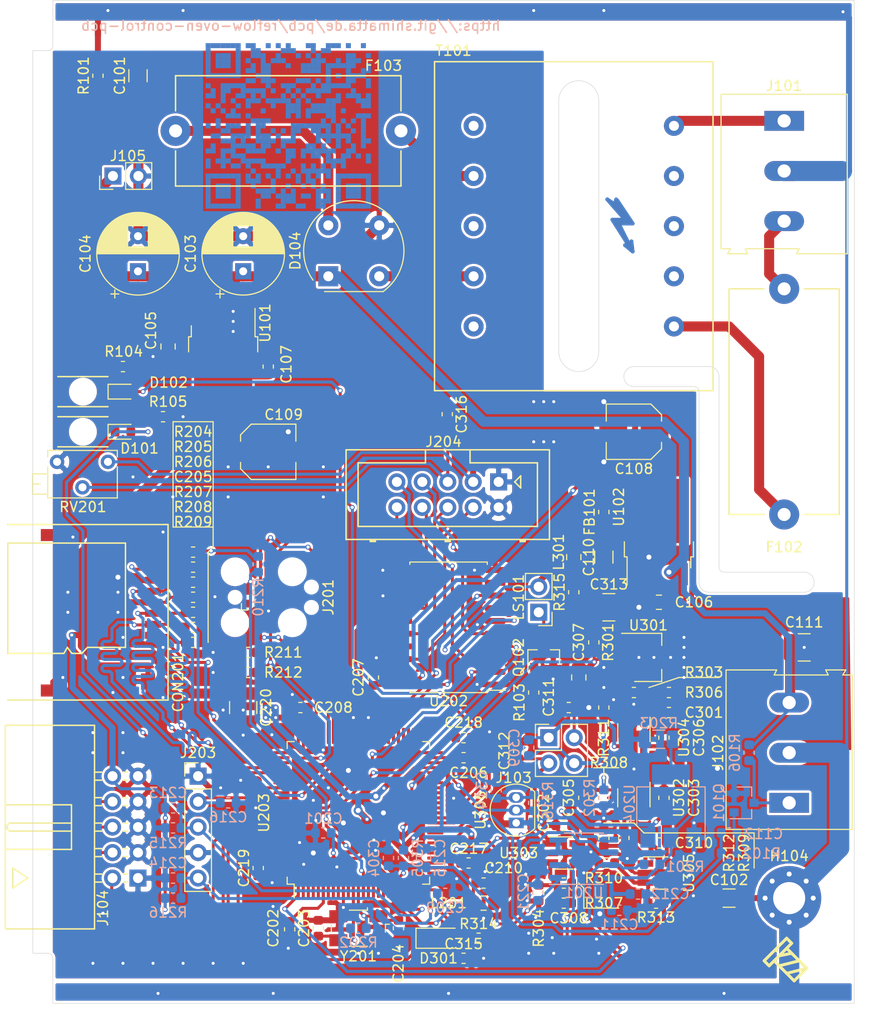
<source format=kicad_pcb>
(kicad_pcb (version 20171130) (host pcbnew 5.1.5)

  (general
    (thickness 1.6)
    (drawings 55)
    (tracks 1871)
    (zones 0)
    (modules 130)
    (nets 134)
  )

  (page A4)
  (layers
    (0 F.Cu signal)
    (31 B.Cu signal)
    (32 B.Adhes user)
    (33 F.Adhes user)
    (34 B.Paste user)
    (35 F.Paste user)
    (36 B.SilkS user)
    (37 F.SilkS user)
    (38 B.Mask user)
    (39 F.Mask user)
    (40 Dwgs.User user)
    (41 Cmts.User user)
    (42 Eco1.User user)
    (43 Eco2.User user)
    (44 Edge.Cuts user)
    (45 Margin user)
    (46 B.CrtYd user)
    (47 F.CrtYd user)
    (48 B.Fab user)
    (49 F.Fab user)
  )

  (setup
    (last_trace_width 0.6)
    (user_trace_width 0.3)
    (user_trace_width 0.4)
    (user_trace_width 0.6)
    (user_trace_width 1)
    (user_trace_width 2)
    (trace_clearance 0.2)
    (zone_clearance 0.25)
    (zone_45_only no)
    (trace_min 0.21)
    (via_size 0.5)
    (via_drill 0.3)
    (via_min_size 0.4)
    (via_min_drill 0.3)
    (user_via 0.9 0.5)
    (uvia_size 0.3)
    (uvia_drill 0.1)
    (uvias_allowed no)
    (uvia_min_size 0.2)
    (uvia_min_drill 0.1)
    (edge_width 0.05)
    (segment_width 0.2)
    (pcb_text_width 0.3)
    (pcb_text_size 1.5 1.5)
    (mod_edge_width 0.12)
    (mod_text_size 1 1)
    (mod_text_width 0.15)
    (pad_size 0.7874 0.7874)
    (pad_drill 0)
    (pad_to_mask_clearance 0.051)
    (solder_mask_min_width 0.25)
    (aux_axis_origin 13 13)
    (grid_origin 13 13)
    (visible_elements FFFFFF7F)
    (pcbplotparams
      (layerselection 0x010fc_ffffffff)
      (usegerberextensions false)
      (usegerberattributes false)
      (usegerberadvancedattributes false)
      (creategerberjobfile false)
      (excludeedgelayer true)
      (linewidth 0.100000)
      (plotframeref false)
      (viasonmask false)
      (mode 1)
      (useauxorigin false)
      (hpglpennumber 1)
      (hpglpenspeed 20)
      (hpglpendiameter 15.000000)
      (psnegative false)
      (psa4output false)
      (plotreference true)
      (plotvalue true)
      (plotinvisibletext false)
      (padsonsilk false)
      (subtractmaskfromsilk false)
      (outputformat 1)
      (mirror false)
      (drillshape 1)
      (scaleselection 1)
      (outputdirectory ""))
  )

  (net 0 "")
  (net 1 Earth)
  (net 2 GND)
  (net 3 +8V)
  (net 4 +3V3)
  (net 5 +5V)
  (net 6 "Net-(C112-Pad2)")
  (net 7 "Net-(C203-Pad1)")
  (net 8 "Net-(C204-Pad1)")
  (net 9 "Net-(C206-Pad1)")
  (net 10 "Net-(C208-Pad1)")
  (net 11 /Controller/ENC1)
  (net 12 /Controller/ENC2)
  (net 13 /Controller/VREF)
  (net 14 /Controller/SW1)
  (net 15 "Net-(C301-Pad1)")
  (net 16 +5VA)
  (net 17 "Net-(C305-Pad1)")
  (net 18 "Net-(C305-Pad2)")
  (net 19 "Net-(C308-Pad1)")
  (net 20 /Frontend/FORCE+)
  (net 21 /Frontend/FORCE-)
  (net 22 /Frontend/SENS+)
  (net 23 /Frontend/SENS-)
  (net 24 /Controller/SDIO_D1)
  (net 25 /Controller/SDIO_D0)
  (net 26 /Controller/SDIO_CLK)
  (net 27 /Controller/SDIO_CMD)
  (net 28 /Controller/SDIO_D3)
  (net 29 /Controller/SDIO_D2)
  (net 30 "Net-(D101-Pad1)")
  (net 31 "Net-(D102-Pad1)")
  (net 32 "Net-(D104-Pad4)")
  (net 33 "Net-(D104-Pad2)")
  (net 34 /Controller/TEMP_IN)
  (net 35 /L_Trafo)
  (net 36 /L_IN)
  (net 37 "Net-(F103-Pad2)")
  (net 38 /N_IN)
  (net 39 "Net-(J102-Pad1)")
  (net 40 /DIGIO3)
  (net 41 /DIGIO2)
  (net 42 /DIGIO1)
  (net 43 /DIGIO0)
  (net 44 /Controller/SWDIO)
  (net 45 /Controller/SWCLK)
  (net 46 "Net-(J201-Pad5)")
  (net 47 "Net-(J201-Pad6)")
  (net 48 /Controller/PC_RX)
  (net 49 "Net-(J201-Pad8)")
  (net 50 /Controller/PC_TX)
  (net 51 /Controller/~RST)
  (net 52 "Net-(L301-Pad2)")
  (net 53 "Net-(LS101-Pad1)")
  (net 54 "Net-(Q102-Pad1)")
  (net 55 "Net-(R309-Pad1)")
  (net 56 "Net-(R310-Pad2)")
  (net 57 /Controller/LCD_VO)
  (net 58 "Net-(U202-Pad2)")
  (net 59 "Net-(U202-Pad4)")
  (net 60 "Net-(U202-Pad6)")
  (net 61 "Net-(U202-Pad7)")
  (net 62 "Net-(U202-Pad8)")
  (net 63 "Net-(U202-Pad9)")
  (net 64 "Net-(U202-Pad15)")
  (net 65 "Net-(U202-Pad17)")
  (net 66 "Net-(U203-Pad2)")
  (net 67 "Net-(U203-Pad3)")
  (net 68 "Net-(U203-Pad4)")
  (net 69 "Net-(U203-Pad5)")
  (net 70 "Net-(U203-Pad7)")
  (net 71 "Net-(U203-Pad8)")
  (net 72 "Net-(U203-Pad9)")
  (net 73 "Net-(U203-Pad15)")
  (net 74 "Net-(U203-Pad16)")
  (net 75 "Net-(U203-Pad17)")
  (net 76 "Net-(U203-Pad18)")
  (net 77 "Net-(U203-Pad26)")
  (net 78 "Net-(U203-Pad29)")
  (net 79 "Net-(U203-Pad32)")
  (net 80 "Net-(U203-Pad33)")
  (net 81 "Net-(U203-Pad38)")
  (net 82 "Net-(U203-Pad39)")
  (net 83 "Net-(U203-Pad40)")
  (net 84 "Net-(U203-Pad41)")
  (net 85 "Net-(U203-Pad42)")
  (net 86 "Net-(U203-Pad43)")
  (net 87 "Net-(U203-Pad44)")
  (net 88 "Net-(U203-Pad45)")
  (net 89 "Net-(U203-Pad46)")
  (net 90 "Net-(U203-Pad51)")
  (net 91 "Net-(U203-Pad52)")
  (net 92 "Net-(U203-Pad53)")
  (net 93 "Net-(U203-Pad54)")
  (net 94 "Net-(U203-Pad59)")
  (net 95 "Net-(U203-Pad60)")
  (net 96 "Net-(U203-Pad61)")
  (net 97 "Net-(U203-Pad62)")
  (net 98 "Net-(U203-Pad63)")
  (net 99 "Net-(U203-Pad64)")
  (net 100 "Net-(U203-Pad67)")
  (net 101 "Net-(U203-Pad70)")
  (net 102 "Net-(U203-Pad71)")
  (net 103 "Net-(U203-Pad77)")
  (net 104 "Net-(U203-Pad81)")
  (net 105 "Net-(U203-Pad82)")
  (net 106 "Net-(U203-Pad84)")
  (net 107 "Net-(U203-Pad86)")
  (net 108 "Net-(U203-Pad95)")
  (net 109 "Net-(U203-Pad96)")
  (net 110 "Net-(U203-Pad97)")
  (net 111 "Net-(U203-Pad98)")
  (net 112 /Controller/LCD_RS)
  (net 113 /Controller/LCD_EN)
  (net 114 /Controller/LCD_D3)
  (net 115 /Controller/LCD_D0)
  (net 116 /Controller/LCD_D2)
  (net 117 /Controller/LCD_D1)
  (net 118 "Net-(C308-Pad2)")
  (net 119 "Net-(U203-Pad34)")
  (net 120 "Net-(CON201-Pad9)")
  (net 121 "Net-(C307-Pad1)")
  (net 122 /Controller/FRONTEND_TEMP)
  (net 123 /OUT0)
  (net 124 /OUT3)
  (net 125 /OUT2)
  (net 126 /OUT1)
  (net 127 /Controller/VDDA)
  (net 128 /Frontend/ADC_VDD)
  (net 129 /Frontend/ADC_CS)
  (net 130 /Frontend/ADC_SCK)
  (net 131 /Frontend/ADC_SDO)
  (net 132 /Frontend/ADC_TEMP)
  (net 133 +5VL)

  (net_class Default "This is the default net class."
    (clearance 0.2)
    (trace_width 0.25)
    (via_dia 0.5)
    (via_drill 0.3)
    (uvia_dia 0.3)
    (uvia_drill 0.1)
    (diff_pair_width 0.21)
    (diff_pair_gap 0.25)
    (add_net +3V3)
    (add_net +5V)
    (add_net +5VA)
    (add_net +5VL)
    (add_net +8V)
    (add_net /Controller/ENC1)
    (add_net /Controller/ENC2)
    (add_net /Controller/FRONTEND_TEMP)
    (add_net /Controller/LCD_D0)
    (add_net /Controller/LCD_D1)
    (add_net /Controller/LCD_D2)
    (add_net /Controller/LCD_D3)
    (add_net /Controller/LCD_EN)
    (add_net /Controller/LCD_RS)
    (add_net /Controller/LCD_VO)
    (add_net /Controller/PC_RX)
    (add_net /Controller/PC_TX)
    (add_net /Controller/SDIO_CLK)
    (add_net /Controller/SDIO_CMD)
    (add_net /Controller/SDIO_D0)
    (add_net /Controller/SDIO_D1)
    (add_net /Controller/SDIO_D2)
    (add_net /Controller/SDIO_D3)
    (add_net /Controller/SW1)
    (add_net /Controller/SWCLK)
    (add_net /Controller/SWDIO)
    (add_net /Controller/TEMP_IN)
    (add_net /Controller/VDDA)
    (add_net /Controller/VREF)
    (add_net /Controller/~RST)
    (add_net /DIGIO0)
    (add_net /DIGIO1)
    (add_net /DIGIO2)
    (add_net /DIGIO3)
    (add_net /Frontend/ADC_CS)
    (add_net /Frontend/ADC_SCK)
    (add_net /Frontend/ADC_SDO)
    (add_net /Frontend/ADC_TEMP)
    (add_net /Frontend/ADC_VDD)
    (add_net /Frontend/FORCE+)
    (add_net /Frontend/FORCE-)
    (add_net /Frontend/SENS+)
    (add_net /Frontend/SENS-)
    (add_net /OUT0)
    (add_net /OUT1)
    (add_net /OUT2)
    (add_net /OUT3)
    (add_net Earth)
    (add_net GND)
    (add_net "Net-(C112-Pad2)")
    (add_net "Net-(C203-Pad1)")
    (add_net "Net-(C204-Pad1)")
    (add_net "Net-(C206-Pad1)")
    (add_net "Net-(C208-Pad1)")
    (add_net "Net-(C301-Pad1)")
    (add_net "Net-(C305-Pad1)")
    (add_net "Net-(C305-Pad2)")
    (add_net "Net-(C307-Pad1)")
    (add_net "Net-(C308-Pad1)")
    (add_net "Net-(C308-Pad2)")
    (add_net "Net-(CON201-Pad9)")
    (add_net "Net-(D101-Pad1)")
    (add_net "Net-(D102-Pad1)")
    (add_net "Net-(D104-Pad2)")
    (add_net "Net-(D104-Pad4)")
    (add_net "Net-(F103-Pad2)")
    (add_net "Net-(J102-Pad1)")
    (add_net "Net-(J201-Pad5)")
    (add_net "Net-(J201-Pad6)")
    (add_net "Net-(J201-Pad8)")
    (add_net "Net-(L301-Pad2)")
    (add_net "Net-(LS101-Pad1)")
    (add_net "Net-(Q102-Pad1)")
    (add_net "Net-(R309-Pad1)")
    (add_net "Net-(R310-Pad2)")
    (add_net "Net-(U202-Pad15)")
    (add_net "Net-(U202-Pad17)")
    (add_net "Net-(U202-Pad2)")
    (add_net "Net-(U202-Pad4)")
    (add_net "Net-(U202-Pad6)")
    (add_net "Net-(U202-Pad7)")
    (add_net "Net-(U202-Pad8)")
    (add_net "Net-(U202-Pad9)")
    (add_net "Net-(U203-Pad15)")
    (add_net "Net-(U203-Pad16)")
    (add_net "Net-(U203-Pad17)")
    (add_net "Net-(U203-Pad18)")
    (add_net "Net-(U203-Pad2)")
    (add_net "Net-(U203-Pad26)")
    (add_net "Net-(U203-Pad29)")
    (add_net "Net-(U203-Pad3)")
    (add_net "Net-(U203-Pad32)")
    (add_net "Net-(U203-Pad33)")
    (add_net "Net-(U203-Pad34)")
    (add_net "Net-(U203-Pad38)")
    (add_net "Net-(U203-Pad39)")
    (add_net "Net-(U203-Pad4)")
    (add_net "Net-(U203-Pad40)")
    (add_net "Net-(U203-Pad41)")
    (add_net "Net-(U203-Pad42)")
    (add_net "Net-(U203-Pad43)")
    (add_net "Net-(U203-Pad44)")
    (add_net "Net-(U203-Pad45)")
    (add_net "Net-(U203-Pad46)")
    (add_net "Net-(U203-Pad5)")
    (add_net "Net-(U203-Pad51)")
    (add_net "Net-(U203-Pad52)")
    (add_net "Net-(U203-Pad53)")
    (add_net "Net-(U203-Pad54)")
    (add_net "Net-(U203-Pad59)")
    (add_net "Net-(U203-Pad60)")
    (add_net "Net-(U203-Pad61)")
    (add_net "Net-(U203-Pad62)")
    (add_net "Net-(U203-Pad63)")
    (add_net "Net-(U203-Pad64)")
    (add_net "Net-(U203-Pad67)")
    (add_net "Net-(U203-Pad7)")
    (add_net "Net-(U203-Pad70)")
    (add_net "Net-(U203-Pad71)")
    (add_net "Net-(U203-Pad77)")
    (add_net "Net-(U203-Pad8)")
    (add_net "Net-(U203-Pad81)")
    (add_net "Net-(U203-Pad82)")
    (add_net "Net-(U203-Pad84)")
    (add_net "Net-(U203-Pad86)")
    (add_net "Net-(U203-Pad9)")
    (add_net "Net-(U203-Pad95)")
    (add_net "Net-(U203-Pad96)")
    (add_net "Net-(U203-Pad97)")
    (add_net "Net-(U203-Pad98)")
  )

  (net_class HV ""
    (clearance 2.5)
    (trace_width 1)
    (via_dia 0.5)
    (via_drill 0.3)
    (uvia_dia 0.3)
    (uvia_drill 0.1)
    (diff_pair_width 0.21)
    (diff_pair_gap 0.25)
    (add_net /L_IN)
    (add_net /L_Trafo)
    (add_net /N_IN)
  )

  (module qr:git-url (layer B.Cu) (tedit 5E03B16A) (tstamp 5E058CBF)
    (at 41.75 25.25)
    (fp_text reference QR***** (at 0 -9.75) (layer B.SilkS) hide
      (effects (font (size 1 1) (thickness 0.15)) (justify mirror))
    )
    (fp_text value https://git.shimatta.de/pcb/reflow-oven-control-pcb (at 0 -9.75 180) (layer B.SilkS)
      (effects (font (size 1 1) (thickness 0.15)) (justify mirror))
    )
    (fp_poly (pts (xy 8.3 -8.3) (xy 8.3 8.3) (xy -8.3 8.3) (xy -8.3 -8.3)) (layer B.Mask) (width 0))
    (fp_line (start -8.35 -8.35) (end -8.35 8.35) (layer B.CrtYd) (width 0.05))
    (fp_line (start 8.35 -8.35) (end -8.35 -8.35) (layer B.CrtYd) (width 0.05))
    (fp_line (start 8.35 8.35) (end 8.35 -8.35) (layer B.CrtYd) (width 0.05))
    (fp_line (start -8.35 8.35) (end 8.35 8.35) (layer B.CrtYd) (width 0.05))
    (pad "" smd rect (at 7.25 -7.75) (size 0.5 0.5) (layers B.Cu))
    (pad "" smd rect (at 5.75 -7.75) (size 0.5 0.5) (layers B.Cu))
    (pad "" smd rect (at 4.75 -7.75) (size 0.5 0.5) (layers B.Cu))
    (pad "" smd rect (at 4.25 -7.75) (size 0.5 0.5) (layers B.Cu))
    (pad "" smd rect (at 3.75 -7.75) (size 0.5 0.5) (layers B.Cu))
    (pad "" smd rect (at 2.25 -7.75) (size 0.5 0.5) (layers B.Cu))
    (pad "" smd rect (at 1.75 -7.75) (size 0.5 0.5) (layers B.Cu))
    (pad "" smd rect (at -0.25 -7.75) (size 0.5 0.5) (layers B.Cu))
    (pad "" smd rect (at -1.25 -7.75) (size 0.5 0.5) (layers B.Cu))
    (pad "" smd rect (at -2.25 -7.75) (size 0.5 0.5) (layers B.Cu))
    (pad "" smd rect (at -3.75 -7.75) (size 0.5 0.5) (layers B.Cu))
    (pad "" smd rect (at -4.25 -7.75) (size 0.5 0.5) (layers B.Cu))
    (pad "" smd rect (at -5.25 -7.75) (size 0.5 0.5) (layers B.Cu))
    (pad "" smd rect (at -5.75 -7.75) (size 0.5 0.5) (layers B.Cu))
    (pad "" smd rect (at -6.25 -7.75) (size 0.5 0.5) (layers B.Cu))
    (pad "" smd rect (at -6.75 -7.75) (size 0.5 0.5) (layers B.Cu))
    (pad "" smd rect (at -7.25 -7.75) (size 0.5 0.5) (layers B.Cu))
    (pad "" smd rect (at -7.75 -7.75) (size 0.5 0.5) (layers B.Cu))
    (pad "" smd rect (at -8.25 -7.75) (size 0.5 0.5) (layers B.Cu))
    (pad "" smd rect (at 3.75 -7.25) (size 0.5 0.5) (layers B.Cu))
    (pad "" smd rect (at 3.25 -7.25) (size 0.5 0.5) (layers B.Cu))
    (pad "" smd rect (at 2.25 -7.25) (size 0.5 0.5) (layers B.Cu))
    (pad "" smd rect (at 0.25 -7.25) (size 0.5 0.5) (layers B.Cu))
    (pad "" smd rect (at -0.25 -7.25) (size 0.5 0.5) (layers B.Cu))
    (pad "" smd rect (at -0.75 -7.25) (size 0.5 0.5) (layers B.Cu))
    (pad "" smd rect (at -3.25 -7.25) (size 0.5 0.5) (layers B.Cu))
    (pad "" smd rect (at -3.75 -7.25) (size 0.5 0.5) (layers B.Cu))
    (pad "" smd rect (at -5.25 -7.25) (size 0.5 0.5) (layers B.Cu))
    (pad "" smd rect (at -8.25 -7.25) (size 0.5 0.5) (layers B.Cu))
    (pad "" smd rect (at 7.75 -6.75) (size 0.5 0.5) (layers B.Cu))
    (pad "" smd rect (at 6.25 -6.75) (size 0.5 0.5) (layers B.Cu))
    (pad "" smd rect (at 5.75 -6.75) (size 0.5 0.5) (layers B.Cu))
    (pad "" smd rect (at 2.75 -6.75) (size 0.5 0.5) (layers B.Cu))
    (pad "" smd rect (at 1.75 -6.75) (size 0.5 0.5) (layers B.Cu))
    (pad "" smd rect (at 0.75 -6.75) (size 0.5 0.5) (layers B.Cu))
    (pad "" smd rect (at -1.25 -6.75) (size 0.5 0.5) (layers B.Cu))
    (pad "" smd rect (at -2.75 -6.75) (size 0.5 0.5) (layers B.Cu))
    (pad "" smd rect (at -3.25 -6.75) (size 0.5 0.5) (layers B.Cu))
    (pad "" smd rect (at -3.75 -6.75) (size 0.5 0.5) (layers B.Cu))
    (pad "" smd rect (at -5.25 -6.75) (size 0.5 0.5) (layers B.Cu))
    (pad "" smd rect (at -6.25 -6.75) (size 0.5 0.5) (layers B.Cu))
    (pad "" smd rect (at -6.75 -6.75) (size 0.5 0.5) (layers B.Cu))
    (pad "" smd rect (at -7.25 -6.75) (size 0.5 0.5) (layers B.Cu))
    (pad "" smd rect (at -8.25 -6.75) (size 0.5 0.5) (layers B.Cu))
    (pad "" smd rect (at 6.75 -6.25) (size 0.5 0.5) (layers B.Cu))
    (pad "" smd rect (at 6.25 -6.25) (size 0.5 0.5) (layers B.Cu))
    (pad "" smd rect (at 5.75 -6.25) (size 0.5 0.5) (layers B.Cu))
    (pad "" smd rect (at 4.75 -6.25) (size 0.5 0.5) (layers B.Cu))
    (pad "" smd rect (at 3.25 -6.25) (size 0.5 0.5) (layers B.Cu))
    (pad "" smd rect (at 2.75 -6.25) (size 0.5 0.5) (layers B.Cu))
    (pad "" smd rect (at 2.25 -6.25) (size 0.5 0.5) (layers B.Cu))
    (pad "" smd rect (at -0.75 -6.25) (size 0.5 0.5) (layers B.Cu))
    (pad "" smd rect (at -1.25 -6.25) (size 0.5 0.5) (layers B.Cu))
    (pad "" smd rect (at -1.75 -6.25) (size 0.5 0.5) (layers B.Cu))
    (pad "" smd rect (at -2.75 -6.25) (size 0.5 0.5) (layers B.Cu))
    (pad "" smd rect (at -4.25 -6.25) (size 0.5 0.5) (layers B.Cu))
    (pad "" smd rect (at -5.25 -6.25) (size 0.5 0.5) (layers B.Cu))
    (pad "" smd rect (at -6.25 -6.25) (size 0.5 0.5) (layers B.Cu))
    (pad "" smd rect (at -6.75 -6.25) (size 0.5 0.5) (layers B.Cu))
    (pad "" smd rect (at -7.25 -6.25) (size 0.5 0.5) (layers B.Cu))
    (pad "" smd rect (at -8.25 -6.25) (size 0.5 0.5) (layers B.Cu))
    (pad "" smd rect (at 7.75 -5.75) (size 0.5 0.5) (layers B.Cu))
    (pad "" smd rect (at 6.25 -5.75) (size 0.5 0.5) (layers B.Cu))
    (pad "" smd rect (at 5.75 -5.75) (size 0.5 0.5) (layers B.Cu))
    (pad "" smd rect (at 5.25 -5.75) (size 0.5 0.5) (layers B.Cu))
    (pad "" smd rect (at 4.75 -5.75) (size 0.5 0.5) (layers B.Cu))
    (pad "" smd rect (at 4.25 -5.75) (size 0.5 0.5) (layers B.Cu))
    (pad "" smd rect (at 3.75 -5.75) (size 0.5 0.5) (layers B.Cu))
    (pad "" smd rect (at 2.75 -5.75) (size 0.5 0.5) (layers B.Cu))
    (pad "" smd rect (at 2.25 -5.75) (size 0.5 0.5) (layers B.Cu))
    (pad "" smd rect (at 1.75 -5.75) (size 0.5 0.5) (layers B.Cu))
    (pad "" smd rect (at 1.25 -5.75) (size 0.5 0.5) (layers B.Cu))
    (pad "" smd rect (at -0.25 -5.75) (size 0.5 0.5) (layers B.Cu))
    (pad "" smd rect (at -2.25 -5.75) (size 0.5 0.5) (layers B.Cu))
    (pad "" smd rect (at -2.75 -5.75) (size 0.5 0.5) (layers B.Cu))
    (pad "" smd rect (at -3.75 -5.75) (size 0.5 0.5) (layers B.Cu))
    (pad "" smd rect (at -5.25 -5.75) (size 0.5 0.5) (layers B.Cu))
    (pad "" smd rect (at -6.25 -5.75) (size 0.5 0.5) (layers B.Cu))
    (pad "" smd rect (at -6.75 -5.75) (size 0.5 0.5) (layers B.Cu))
    (pad "" smd rect (at -7.25 -5.75) (size 0.5 0.5) (layers B.Cu))
    (pad "" smd rect (at -8.25 -5.75) (size 0.5 0.5) (layers B.Cu))
    (pad "" smd rect (at 7.75 -5.25) (size 0.5 0.5) (layers B.Cu))
    (pad "" smd rect (at 7.25 -5.25) (size 0.5 0.5) (layers B.Cu))
    (pad "" smd rect (at 5.75 -5.25) (size 0.5 0.5) (layers B.Cu))
    (pad "" smd rect (at 3.75 -5.25) (size 0.5 0.5) (layers B.Cu))
    (pad "" smd rect (at 2.75 -5.25) (size 0.5 0.5) (layers B.Cu))
    (pad "" smd rect (at 2.25 -5.25) (size 0.5 0.5) (layers B.Cu))
    (pad "" smd rect (at 1.75 -5.25) (size 0.5 0.5) (layers B.Cu))
    (pad "" smd rect (at 1.25 -5.25) (size 0.5 0.5) (layers B.Cu))
    (pad "" smd rect (at -2.25 -5.25) (size 0.5 0.5) (layers B.Cu))
    (pad "" smd rect (at -2.75 -5.25) (size 0.5 0.5) (layers B.Cu))
    (pad "" smd rect (at -3.75 -5.25) (size 0.5 0.5) (layers B.Cu))
    (pad "" smd rect (at -4.25 -5.25) (size 0.5 0.5) (layers B.Cu))
    (pad "" smd rect (at -5.25 -5.25) (size 0.5 0.5) (layers B.Cu))
    (pad "" smd rect (at -8.25 -5.25) (size 0.5 0.5) (layers B.Cu))
    (pad "" smd rect (at 7.25 -4.75) (size 0.5 0.5) (layers B.Cu))
    (pad "" smd rect (at 6.75 -4.75) (size 0.5 0.5) (layers B.Cu))
    (pad "" smd rect (at 6.25 -4.75) (size 0.5 0.5) (layers B.Cu))
    (pad "" smd rect (at 5.75 -4.75) (size 0.5 0.5) (layers B.Cu))
    (pad "" smd rect (at 4.75 -4.75) (size 0.5 0.5) (layers B.Cu))
    (pad "" smd rect (at 3.75 -4.75) (size 0.5 0.5) (layers B.Cu))
    (pad "" smd rect (at -2.25 -4.75) (size 0.5 0.5) (layers B.Cu))
    (pad "" smd rect (at -2.75 -4.75) (size 0.5 0.5) (layers B.Cu))
    (pad "" smd rect (at -3.25 -4.75) (size 0.5 0.5) (layers B.Cu))
    (pad "" smd rect (at -5.25 -4.75) (size 0.5 0.5) (layers B.Cu))
    (pad "" smd rect (at -5.75 -4.75) (size 0.5 0.5) (layers B.Cu))
    (pad "" smd rect (at -6.25 -4.75) (size 0.5 0.5) (layers B.Cu))
    (pad "" smd rect (at -6.75 -4.75) (size 0.5 0.5) (layers B.Cu))
    (pad "" smd rect (at -7.25 -4.75) (size 0.5 0.5) (layers B.Cu))
    (pad "" smd rect (at -7.75 -4.75) (size 0.5 0.5) (layers B.Cu))
    (pad "" smd rect (at -8.25 -4.75) (size 0.5 0.5) (layers B.Cu))
    (pad "" smd rect (at 7.75 -4.25) (size 0.5 0.5) (layers B.Cu))
    (pad "" smd rect (at 6.25 -4.25) (size 0.5 0.5) (layers B.Cu))
    (pad "" smd rect (at 5.75 -4.25) (size 0.5 0.5) (layers B.Cu))
    (pad "" smd rect (at 3.75 -4.25) (size 0.5 0.5) (layers B.Cu))
    (pad "" smd rect (at 2.75 -4.25) (size 0.5 0.5) (layers B.Cu))
    (pad "" smd rect (at 1.75 -4.25) (size 0.5 0.5) (layers B.Cu))
    (pad "" smd rect (at 1.25 -4.25) (size 0.5 0.5) (layers B.Cu))
    (pad "" smd rect (at 0.75 -4.25) (size 0.5 0.5) (layers B.Cu))
    (pad "" smd rect (at -1.75 -4.25) (size 0.5 0.5) (layers B.Cu))
    (pad "" smd rect (at -2.25 -4.25) (size 0.5 0.5) (layers B.Cu))
    (pad "" smd rect (at -2.75 -4.25) (size 0.5 0.5) (layers B.Cu))
    (pad "" smd rect (at -3.75 -4.25) (size 0.5 0.5) (layers B.Cu))
    (pad "" smd rect (at -4.25 -4.25) (size 0.5 0.5) (layers B.Cu))
    (pad "" smd rect (at 7.75 -3.75) (size 0.5 0.5) (layers B.Cu))
    (pad "" smd rect (at 5.75 -3.75) (size 0.5 0.5) (layers B.Cu))
    (pad "" smd rect (at 5.25 -3.75) (size 0.5 0.5) (layers B.Cu))
    (pad "" smd rect (at 4.75 -3.75) (size 0.5 0.5) (layers B.Cu))
    (pad "" smd rect (at 4.25 -3.75) (size 0.5 0.5) (layers B.Cu))
    (pad "" smd rect (at 3.75 -3.75) (size 0.5 0.5) (layers B.Cu))
    (pad "" smd rect (at 3.25 -3.75) (size 0.5 0.5) (layers B.Cu))
    (pad "" smd rect (at 2.25 -3.75) (size 0.5 0.5) (layers B.Cu))
    (pad "" smd rect (at 0.25 -3.75) (size 0.5 0.5) (layers B.Cu))
    (pad "" smd rect (at -0.25 -3.75) (size 0.5 0.5) (layers B.Cu))
    (pad "" smd rect (at -0.75 -3.75) (size 0.5 0.5) (layers B.Cu))
    (pad "" smd rect (at -2.25 -3.75) (size 0.5 0.5) (layers B.Cu))
    (pad "" smd rect (at -4.75 -3.75) (size 0.5 0.5) (layers B.Cu))
    (pad "" smd rect (at -5.25 -3.75) (size 0.5 0.5) (layers B.Cu))
    (pad "" smd rect (at -5.75 -3.75) (size 0.5 0.5) (layers B.Cu))
    (pad "" smd rect (at -6.25 -3.75) (size 0.5 0.5) (layers B.Cu))
    (pad "" smd rect (at -6.75 -3.75) (size 0.5 0.5) (layers B.Cu))
    (pad "" smd rect (at -8.25 -3.75) (size 0.5 0.5) (layers B.Cu))
    (pad "" smd rect (at 6.25 -3.25) (size 0.5 0.5) (layers B.Cu))
    (pad "" smd rect (at 3.75 -3.25) (size 0.5 0.5) (layers B.Cu))
    (pad "" smd rect (at 3.25 -3.25) (size 0.5 0.5) (layers B.Cu))
    (pad "" smd rect (at 2.75 -3.25) (size 0.5 0.5) (layers B.Cu))
    (pad "" smd rect (at 2.25 -3.25) (size 0.5 0.5) (layers B.Cu))
    (pad "" smd rect (at 1.75 -3.25) (size 0.5 0.5) (layers B.Cu))
    (pad "" smd rect (at 0.75 -3.25) (size 0.5 0.5) (layers B.Cu))
    (pad "" smd rect (at -0.25 -3.25) (size 0.5 0.5) (layers B.Cu))
    (pad "" smd rect (at -1.75 -3.25) (size 0.5 0.5) (layers B.Cu))
    (pad "" smd rect (at -2.75 -3.25) (size 0.5 0.5) (layers B.Cu))
    (pad "" smd rect (at -3.25 -3.25) (size 0.5 0.5) (layers B.Cu))
    (pad "" smd rect (at -3.75 -3.25) (size 0.5 0.5) (layers B.Cu))
    (pad "" smd rect (at -4.25 -3.25) (size 0.5 0.5) (layers B.Cu))
    (pad "" smd rect (at -4.75 -3.25) (size 0.5 0.5) (layers B.Cu))
    (pad "" smd rect (at -6.25 -3.25) (size 0.5 0.5) (layers B.Cu))
    (pad "" smd rect (at -6.75 -3.25) (size 0.5 0.5) (layers B.Cu))
    (pad "" smd rect (at -7.75 -3.25) (size 0.5 0.5) (layers B.Cu))
    (pad "" smd rect (at 7.75 -2.75) (size 0.5 0.5) (layers B.Cu))
    (pad "" smd rect (at 6.75 -2.75) (size 0.5 0.5) (layers B.Cu))
    (pad "" smd rect (at 6.25 -2.75) (size 0.5 0.5) (layers B.Cu))
    (pad "" smd rect (at 5.75 -2.75) (size 0.5 0.5) (layers B.Cu))
    (pad "" smd rect (at 4.75 -2.75) (size 0.5 0.5) (layers B.Cu))
    (pad "" smd rect (at 2.75 -2.75) (size 0.5 0.5) (layers B.Cu))
    (pad "" smd rect (at 1.25 -2.75) (size 0.5 0.5) (layers B.Cu))
    (pad "" smd rect (at 0.25 -2.75) (size 0.5 0.5) (layers B.Cu))
    (pad "" smd rect (at -0.75 -2.75) (size 0.5 0.5) (layers B.Cu))
    (pad "" smd rect (at -2.75 -2.75) (size 0.5 0.5) (layers B.Cu))
    (pad "" smd rect (at -3.75 -2.75) (size 0.5 0.5) (layers B.Cu))
    (pad "" smd rect (at -4.75 -2.75) (size 0.5 0.5) (layers B.Cu))
    (pad "" smd rect (at -5.25 -2.75) (size 0.5 0.5) (layers B.Cu))
    (pad "" smd rect (at -6.75 -2.75) (size 0.5 0.5) (layers B.Cu))
    (pad "" smd rect (at -7.75 -2.75) (size 0.5 0.5) (layers B.Cu))
    (pad "" smd rect (at -8.25 -2.75) (size 0.5 0.5) (layers B.Cu))
    (pad "" smd rect (at 7.75 -2.25) (size 0.5 0.5) (layers B.Cu))
    (pad "" smd rect (at 7.25 -2.25) (size 0.5 0.5) (layers B.Cu))
    (pad "" smd rect (at 6.75 -2.25) (size 0.5 0.5) (layers B.Cu))
    (pad "" smd rect (at 4.75 -2.25) (size 0.5 0.5) (layers B.Cu))
    (pad "" smd rect (at 4.25 -2.25) (size 0.5 0.5) (layers B.Cu))
    (pad "" smd rect (at 3.75 -2.25) (size 0.5 0.5) (layers B.Cu))
    (pad "" smd rect (at 1.75 -2.25) (size 0.5 0.5) (layers B.Cu))
    (pad "" smd rect (at 0.75 -2.25) (size 0.5 0.5) (layers B.Cu))
    (pad "" smd rect (at -0.25 -2.25) (size 0.5 0.5) (layers B.Cu))
    (pad "" smd rect (at -0.75 -2.25) (size 0.5 0.5) (layers B.Cu))
    (pad "" smd rect (at -1.25 -2.25) (size 0.5 0.5) (layers B.Cu))
    (pad "" smd rect (at -1.75 -2.25) (size 0.5 0.5) (layers B.Cu))
    (pad "" smd rect (at -2.25 -2.25) (size 0.5 0.5) (layers B.Cu))
    (pad "" smd rect (at -3.25 -2.25) (size 0.5 0.5) (layers B.Cu))
    (pad "" smd rect (at -3.75 -2.25) (size 0.5 0.5) (layers B.Cu))
    (pad "" smd rect (at -4.25 -2.25) (size 0.5 0.5) (layers B.Cu))
    (pad "" smd rect (at -5.75 -2.25) (size 0.5 0.5) (layers B.Cu))
    (pad "" smd rect (at -6.75 -2.25) (size 0.5 0.5) (layers B.Cu))
    (pad "" smd rect (at 7.75 -1.75) (size 0.5 0.5) (layers B.Cu))
    (pad "" smd rect (at 7.25 -1.75) (size 0.5 0.5) (layers B.Cu))
    (pad "" smd rect (at 4.25 -1.75) (size 0.5 0.5) (layers B.Cu))
    (pad "" smd rect (at 3.75 -1.75) (size 0.5 0.5) (layers B.Cu))
    (pad "" smd rect (at 3.25 -1.75) (size 0.5 0.5) (layers B.Cu))
    (pad "" smd rect (at 2.75 -1.75) (size 0.5 0.5) (layers B.Cu))
    (pad "" smd rect (at 2.25 -1.75) (size 0.5 0.5) (layers B.Cu))
    (pad "" smd rect (at 0.75 -1.75) (size 0.5 0.5) (layers B.Cu))
    (pad "" smd rect (at 0.25 -1.75) (size 0.5 0.5) (layers B.Cu))
    (pad "" smd rect (at -0.25 -1.75) (size 0.5 0.5) (layers B.Cu))
    (pad "" smd rect (at -1.75 -1.75) (size 0.5 0.5) (layers B.Cu))
    (pad "" smd rect (at -4.25 -1.75) (size 0.5 0.5) (layers B.Cu))
    (pad "" smd rect (at -5.25 -1.75) (size 0.5 0.5) (layers B.Cu))
    (pad "" smd rect (at -7.25 -1.75) (size 0.5 0.5) (layers B.Cu))
    (pad "" smd rect (at -8.25 -1.75) (size 0.5 0.5) (layers B.Cu))
    (pad "" smd rect (at 5.25 -1.25) (size 0.5 0.5) (layers B.Cu))
    (pad "" smd rect (at 4.25 -1.25) (size 0.5 0.5) (layers B.Cu))
    (pad "" smd rect (at 3.75 -1.25) (size 0.5 0.5) (layers B.Cu))
    (pad "" smd rect (at 3.25 -1.25) (size 0.5 0.5) (layers B.Cu))
    (pad "" smd rect (at 2.75 -1.25) (size 0.5 0.5) (layers B.Cu))
    (pad "" smd rect (at 2.25 -1.25) (size 0.5 0.5) (layers B.Cu))
    (pad "" smd rect (at 1.75 -1.25) (size 0.5 0.5) (layers B.Cu))
    (pad "" smd rect (at 0.75 -1.25) (size 0.5 0.5) (layers B.Cu))
    (pad "" smd rect (at 0.25 -1.25) (size 0.5 0.5) (layers B.Cu))
    (pad "" smd rect (at -0.25 -1.25) (size 0.5 0.5) (layers B.Cu))
    (pad "" smd rect (at -2.75 -1.25) (size 0.5 0.5) (layers B.Cu))
    (pad "" smd rect (at -5.75 -1.25) (size 0.5 0.5) (layers B.Cu))
    (pad "" smd rect (at -6.75 -1.25) (size 0.5 0.5) (layers B.Cu))
    (pad "" smd rect (at -7.75 -1.25) (size 0.5 0.5) (layers B.Cu))
    (pad "" smd rect (at 7.75 -0.75) (size 0.5 0.5) (layers B.Cu))
    (pad "" smd rect (at 7.25 -0.75) (size 0.5 0.5) (layers B.Cu))
    (pad "" smd rect (at 6.75 -0.75) (size 0.5 0.5) (layers B.Cu))
    (pad "" smd rect (at 4.25 -0.75) (size 0.5 0.5) (layers B.Cu))
    (pad "" smd rect (at 3.75 -0.75) (size 0.5 0.5) (layers B.Cu))
    (pad "" smd rect (at 1.75 -0.75) (size 0.5 0.5) (layers B.Cu))
    (pad "" smd rect (at 0.75 -0.75) (size 0.5 0.5) (layers B.Cu))
    (pad "" smd rect (at -0.25 -0.75) (size 0.5 0.5) (layers B.Cu))
    (pad "" smd rect (at -4.25 -0.75) (size 0.5 0.5) (layers B.Cu))
    (pad "" smd rect (at -5.25 -0.75) (size 0.5 0.5) (layers B.Cu))
    (pad "" smd rect (at -5.75 -0.75) (size 0.5 0.5) (layers B.Cu))
    (pad "" smd rect (at -6.25 -0.75) (size 0.5 0.5) (layers B.Cu))
    (pad "" smd rect (at 7.25 -0.25) (size 0.5 0.5) (layers B.Cu))
    (pad "" smd rect (at 6.25 -0.25) (size 0.5 0.5) (layers B.Cu))
    (pad "" smd rect (at 5.25 -0.25) (size 0.5 0.5) (layers B.Cu))
    (pad "" smd rect (at 4.25 -0.25) (size 0.5 0.5) (layers B.Cu))
    (pad "" smd rect (at 3.25 -0.25) (size 0.5 0.5) (layers B.Cu))
    (pad "" smd rect (at -2.25 -0.25) (size 0.5 0.5) (layers B.Cu))
    (pad "" smd rect (at -2.75 -0.25) (size 0.5 0.5) (layers B.Cu))
    (pad "" smd rect (at -3.25 -0.25) (size 0.5 0.5) (layers B.Cu))
    (pad "" smd rect (at -3.75 -0.25) (size 0.5 0.5) (layers B.Cu))
    (pad "" smd rect (at -7.25 -0.25) (size 0.5 0.5) (layers B.Cu))
    (pad "" smd rect (at 7.25 0.25) (size 0.5 0.5) (layers B.Cu))
    (pad "" smd rect (at 5.75 0.25) (size 0.5 0.5) (layers B.Cu))
    (pad "" smd rect (at 4.75 0.25) (size 0.5 0.5) (layers B.Cu))
    (pad "" smd rect (at 3.75 0.25) (size 0.5 0.5) (layers B.Cu))
    (pad "" smd rect (at 3.25 0.25) (size 0.5 0.5) (layers B.Cu))
    (pad "" smd rect (at 2.75 0.25) (size 0.5 0.5) (layers B.Cu))
    (pad "" smd rect (at 2.25 0.25) (size 0.5 0.5) (layers B.Cu))
    (pad "" smd rect (at 1.75 0.25) (size 0.5 0.5) (layers B.Cu))
    (pad "" smd rect (at 1.25 0.25) (size 0.5 0.5) (layers B.Cu))
    (pad "" smd rect (at 0.75 0.25) (size 0.5 0.5) (layers B.Cu))
    (pad "" smd rect (at 0.25 0.25) (size 0.5 0.5) (layers B.Cu))
    (pad "" smd rect (at -2.75 0.25) (size 0.5 0.5) (layers B.Cu))
    (pad "" smd rect (at -3.25 0.25) (size 0.5 0.5) (layers B.Cu))
    (pad "" smd rect (at -4.25 0.25) (size 0.5 0.5) (layers B.Cu))
    (pad "" smd rect (at -5.25 0.25) (size 0.5 0.5) (layers B.Cu))
    (pad "" smd rect (at -5.75 0.25) (size 0.5 0.5) (layers B.Cu))
    (pad "" smd rect (at -6.25 0.25) (size 0.5 0.5) (layers B.Cu))
    (pad "" smd rect (at -7.25 0.25) (size 0.5 0.5) (layers B.Cu))
    (pad "" smd rect (at -8.25 0.25) (size 0.5 0.5) (layers B.Cu))
    (pad "" smd rect (at 7.25 0.75) (size 0.5 0.5) (layers B.Cu))
    (pad "" smd rect (at 6.25 0.75) (size 0.5 0.5) (layers B.Cu))
    (pad "" smd rect (at 4.75 0.75) (size 0.5 0.5) (layers B.Cu))
    (pad "" smd rect (at 3.75 0.75) (size 0.5 0.5) (layers B.Cu))
    (pad "" smd rect (at 2.75 0.75) (size 0.5 0.5) (layers B.Cu))
    (pad "" smd rect (at 2.25 0.75) (size 0.5 0.5) (layers B.Cu))
    (pad "" smd rect (at 0.75 0.75) (size 0.5 0.5) (layers B.Cu))
    (pad "" smd rect (at 0.25 0.75) (size 0.5 0.5) (layers B.Cu))
    (pad "" smd rect (at -0.75 0.75) (size 0.5 0.5) (layers B.Cu))
    (pad "" smd rect (at -1.75 0.75) (size 0.5 0.5) (layers B.Cu))
    (pad "" smd rect (at -3.25 0.75) (size 0.5 0.5) (layers B.Cu))
    (pad "" smd rect (at -4.25 0.75) (size 0.5 0.5) (layers B.Cu))
    (pad "" smd rect (at -6.25 0.75) (size 0.5 0.5) (layers B.Cu))
    (pad "" smd rect (at -6.75 0.75) (size 0.5 0.5) (layers B.Cu))
    (pad "" smd rect (at 7.25 1.25) (size 0.5 0.5) (layers B.Cu))
    (pad "" smd rect (at 5.75 1.25) (size 0.5 0.5) (layers B.Cu))
    (pad "" smd rect (at 5.25 1.25) (size 0.5 0.5) (layers B.Cu))
    (pad "" smd rect (at 4.75 1.25) (size 0.5 0.5) (layers B.Cu))
    (pad "" smd rect (at 4.25 1.25) (size 0.5 0.5) (layers B.Cu))
    (pad "" smd rect (at 3.75 1.25) (size 0.5 0.5) (layers B.Cu))
    (pad "" smd rect (at 3.25 1.25) (size 0.5 0.5) (layers B.Cu))
    (pad "" smd rect (at 2.75 1.25) (size 0.5 0.5) (layers B.Cu))
    (pad "" smd rect (at 0.25 1.25) (size 0.5 0.5) (layers B.Cu))
    (pad "" smd rect (at -1.25 1.25) (size 0.5 0.5) (layers B.Cu))
    (pad "" smd rect (at -2.25 1.25) (size 0.5 0.5) (layers B.Cu))
    (pad "" smd rect (at -2.75 1.25) (size 0.5 0.5) (layers B.Cu))
    (pad "" smd rect (at -3.25 1.25) (size 0.5 0.5) (layers B.Cu))
    (pad "" smd rect (at -4.25 1.25) (size 0.5 0.5) (layers B.Cu))
    (pad "" smd rect (at -4.75 1.25) (size 0.5 0.5) (layers B.Cu))
    (pad "" smd rect (at -5.25 1.25) (size 0.5 0.5) (layers B.Cu))
    (pad "" smd rect (at -5.75 1.25) (size 0.5 0.5) (layers B.Cu))
    (pad "" smd rect (at -7.25 1.25) (size 0.5 0.5) (layers B.Cu))
    (pad "" smd rect (at -7.75 1.25) (size 0.5 0.5) (layers B.Cu))
    (pad "" smd rect (at 7.75 1.75) (size 0.5 0.5) (layers B.Cu))
    (pad "" smd rect (at 7.25 1.75) (size 0.5 0.5) (layers B.Cu))
    (pad "" smd rect (at 5.75 1.75) (size 0.5 0.5) (layers B.Cu))
    (pad "" smd rect (at 4.75 1.75) (size 0.5 0.5) (layers B.Cu))
    (pad "" smd rect (at 3.75 1.75) (size 0.5 0.5) (layers B.Cu))
    (pad "" smd rect (at 2.75 1.75) (size 0.5 0.5) (layers B.Cu))
    (pad "" smd rect (at 0.25 1.75) (size 0.5 0.5) (layers B.Cu))
    (pad "" smd rect (at -0.25 1.75) (size 0.5 0.5) (layers B.Cu))
    (pad "" smd rect (at -0.75 1.75) (size 0.5 0.5) (layers B.Cu))
    (pad "" smd rect (at -1.75 1.75) (size 0.5 0.5) (layers B.Cu))
    (pad "" smd rect (at -2.25 1.75) (size 0.5 0.5) (layers B.Cu))
    (pad "" smd rect (at -2.75 1.75) (size 0.5 0.5) (layers B.Cu))
    (pad "" smd rect (at -3.25 1.75) (size 0.5 0.5) (layers B.Cu))
    (pad "" smd rect (at -4.75 1.75) (size 0.5 0.5) (layers B.Cu))
    (pad "" smd rect (at -5.75 1.75) (size 0.5 0.5) (layers B.Cu))
    (pad "" smd rect (at -6.25 1.75) (size 0.5 0.5) (layers B.Cu))
    (pad "" smd rect (at -6.75 1.75) (size 0.5 0.5) (layers B.Cu))
    (pad "" smd rect (at 7.25 2.25) (size 0.5 0.5) (layers B.Cu))
    (pad "" smd rect (at 6.25 2.25) (size 0.5 0.5) (layers B.Cu))
    (pad "" smd rect (at 4.75 2.25) (size 0.5 0.5) (layers B.Cu))
    (pad "" smd rect (at 3.25 2.25) (size 0.5 0.5) (layers B.Cu))
    (pad "" smd rect (at 2.25 2.25) (size 0.5 0.5) (layers B.Cu))
    (pad "" smd rect (at 1.75 2.25) (size 0.5 0.5) (layers B.Cu))
    (pad "" smd rect (at -0.75 2.25) (size 0.5 0.5) (layers B.Cu))
    (pad "" smd rect (at -2.25 2.25) (size 0.5 0.5) (layers B.Cu))
    (pad "" smd rect (at -2.75 2.25) (size 0.5 0.5) (layers B.Cu))
    (pad "" smd rect (at -3.75 2.25) (size 0.5 0.5) (layers B.Cu))
    (pad "" smd rect (at -4.25 2.25) (size 0.5 0.5) (layers B.Cu))
    (pad "" smd rect (at -4.75 2.25) (size 0.5 0.5) (layers B.Cu))
    (pad "" smd rect (at -5.25 2.25) (size 0.5 0.5) (layers B.Cu))
    (pad "" smd rect (at -5.75 2.25) (size 0.5 0.5) (layers B.Cu))
    (pad "" smd rect (at -7.75 2.25) (size 0.5 0.5) (layers B.Cu))
    (pad "" smd rect (at 6.25 2.75) (size 0.5 0.5) (layers B.Cu))
    (pad "" smd rect (at 5.75 2.75) (size 0.5 0.5) (layers B.Cu))
    (pad "" smd rect (at 4.25 2.75) (size 0.5 0.5) (layers B.Cu))
    (pad "" smd rect (at 3.75 2.75) (size 0.5 0.5) (layers B.Cu))
    (pad "" smd rect (at 3.25 2.75) (size 0.5 0.5) (layers B.Cu))
    (pad "" smd rect (at 2.75 2.75) (size 0.5 0.5) (layers B.Cu))
    (pad "" smd rect (at 2.25 2.75) (size 0.5 0.5) (layers B.Cu))
    (pad "" smd rect (at 1.75 2.75) (size 0.5 0.5) (layers B.Cu))
    (pad "" smd rect (at 1.25 2.75) (size 0.5 0.5) (layers B.Cu))
    (pad "" smd rect (at 0.25 2.75) (size 0.5 0.5) (layers B.Cu))
    (pad "" smd rect (at -0.25 2.75) (size 0.5 0.5) (layers B.Cu))
    (pad "" smd rect (at -1.25 2.75) (size 0.5 0.5) (layers B.Cu))
    (pad "" smd rect (at -2.75 2.75) (size 0.5 0.5) (layers B.Cu))
    (pad "" smd rect (at -3.25 2.75) (size 0.5 0.5) (layers B.Cu))
    (pad "" smd rect (at -3.75 2.75) (size 0.5 0.5) (layers B.Cu))
    (pad "" smd rect (at -4.25 2.75) (size 0.5 0.5) (layers B.Cu))
    (pad "" smd rect (at -5.75 2.75) (size 0.5 0.5) (layers B.Cu))
    (pad "" smd rect (at -6.25 2.75) (size 0.5 0.5) (layers B.Cu))
    (pad "" smd rect (at -6.75 2.75) (size 0.5 0.5) (layers B.Cu))
    (pad "" smd rect (at -7.75 2.75) (size 0.5 0.5) (layers B.Cu))
    (pad "" smd rect (at -8.25 2.75) (size 0.5 0.5) (layers B.Cu))
    (pad "" smd rect (at 7.75 3.25) (size 0.5 0.5) (layers B.Cu))
    (pad "" smd rect (at 6.75 3.25) (size 0.5 0.5) (layers B.Cu))
    (pad "" smd rect (at 5.75 3.25) (size 0.5 0.5) (layers B.Cu))
    (pad "" smd rect (at 5.25 3.25) (size 0.5 0.5) (layers B.Cu))
    (pad "" smd rect (at 3.75 3.25) (size 0.5 0.5) (layers B.Cu))
    (pad "" smd rect (at 2.75 3.25) (size 0.5 0.5) (layers B.Cu))
    (pad "" smd rect (at 2.25 3.25) (size 0.5 0.5) (layers B.Cu))
    (pad "" smd rect (at 1.25 3.25) (size 0.5 0.5) (layers B.Cu))
    (pad "" smd rect (at 0.25 3.25) (size 0.5 0.5) (layers B.Cu))
    (pad "" smd rect (at -0.25 3.25) (size 0.5 0.5) (layers B.Cu))
    (pad "" smd rect (at -4.75 3.25) (size 0.5 0.5) (layers B.Cu))
    (pad "" smd rect (at -5.25 3.25) (size 0.5 0.5) (layers B.Cu))
    (pad "" smd rect (at -5.75 3.25) (size 0.5 0.5) (layers B.Cu))
    (pad "" smd rect (at -6.75 3.25) (size 0.5 0.5) (layers B.Cu))
    (pad "" smd rect (at 7.75 3.75) (size 0.5 0.5) (layers B.Cu))
    (pad "" smd rect (at 5.25 3.75) (size 0.5 0.5) (layers B.Cu))
    (pad "" smd rect (at 4.75 3.75) (size 0.5 0.5) (layers B.Cu))
    (pad "" smd rect (at 4.25 3.75) (size 0.5 0.5) (layers B.Cu))
    (pad "" smd rect (at 3.75 3.75) (size 0.5 0.5) (layers B.Cu))
    (pad "" smd rect (at -0.25 3.75) (size 0.5 0.5) (layers B.Cu))
    (pad "" smd rect (at -2.75 3.75) (size 0.5 0.5) (layers B.Cu))
    (pad "" smd rect (at -3.25 3.75) (size 0.5 0.5) (layers B.Cu))
    (pad "" smd rect (at -3.75 3.75) (size 0.5 0.5) (layers B.Cu))
    (pad "" smd rect (at -4.25 3.75) (size 0.5 0.5) (layers B.Cu))
    (pad "" smd rect (at -4.75 3.75) (size 0.5 0.5) (layers B.Cu))
    (pad "" smd rect (at -6.25 3.75) (size 0.5 0.5) (layers B.Cu))
    (pad "" smd rect (at -6.75 3.75) (size 0.5 0.5) (layers B.Cu))
    (pad "" smd rect (at -7.25 3.75) (size 0.5 0.5) (layers B.Cu))
    (pad "" smd rect (at -8.25 3.75) (size 0.5 0.5) (layers B.Cu))
    (pad "" smd rect (at 5.25 4.25) (size 0.5 0.5) (layers B.Cu))
    (pad "" smd rect (at 4.25 4.25) (size 0.5 0.5) (layers B.Cu))
    (pad "" smd rect (at 3.25 4.25) (size 0.5 0.5) (layers B.Cu))
    (pad "" smd rect (at 2.25 4.25) (size 0.5 0.5) (layers B.Cu))
    (pad "" smd rect (at 1.25 4.25) (size 0.5 0.5) (layers B.Cu))
    (pad "" smd rect (at -0.75 4.25) (size 0.5 0.5) (layers B.Cu))
    (pad "" smd rect (at -1.25 4.25) (size 0.5 0.5) (layers B.Cu))
    (pad "" smd rect (at -1.75 4.25) (size 0.5 0.5) (layers B.Cu))
    (pad "" smd rect (at -2.25 4.25) (size 0.5 0.5) (layers B.Cu))
    (pad "" smd rect (at -2.75 4.25) (size 0.5 0.5) (layers B.Cu))
    (pad "" smd rect (at -4.25 4.25) (size 0.5 0.5) (layers B.Cu))
    (pad "" smd rect (at -5.25 4.25) (size 0.5 0.5) (layers B.Cu))
    (pad "" smd rect (at -5.75 4.25) (size 0.5 0.5) (layers B.Cu))
    (pad "" smd rect (at -6.75 4.25) (size 0.5 0.5) (layers B.Cu))
    (pad "" smd rect (at -8.25 4.25) (size 0.5 0.5) (layers B.Cu))
    (pad "" smd rect (at 3.75 4.75) (size 0.5 0.5) (layers B.Cu))
    (pad "" smd rect (at 3.25 4.75) (size 0.5 0.5) (layers B.Cu))
    (pad "" smd rect (at 2.75 4.75) (size 0.5 0.5) (layers B.Cu))
    (pad "" smd rect (at 2.25 4.75) (size 0.5 0.5) (layers B.Cu))
    (pad "" smd rect (at 1.75 4.75) (size 0.5 0.5) (layers B.Cu))
    (pad "" smd rect (at 1.25 4.75) (size 0.5 0.5) (layers B.Cu))
    (pad "" smd rect (at 0.25 4.75) (size 0.5 0.5) (layers B.Cu))
    (pad "" smd rect (at -1.25 4.75) (size 0.5 0.5) (layers B.Cu))
    (pad "" smd rect (at -3.75 4.75) (size 0.5 0.5) (layers B.Cu))
    (pad "" smd rect (at 7.75 5.25) (size 0.5 0.5) (layers B.Cu))
    (pad "" smd rect (at 7.25 5.25) (size 0.5 0.5) (layers B.Cu))
    (pad "" smd rect (at 6.75 5.25) (size 0.5 0.5) (layers B.Cu))
    (pad "" smd rect (at 6.25 5.25) (size 0.5 0.5) (layers B.Cu))
    (pad "" smd rect (at 5.75 5.25) (size 0.5 0.5) (layers B.Cu))
    (pad "" smd rect (at 5.25 5.25) (size 0.5 0.5) (layers B.Cu))
    (pad "" smd rect (at 4.75 5.25) (size 0.5 0.5) (layers B.Cu))
    (pad "" smd rect (at 3.75 5.25) (size 0.5 0.5) (layers B.Cu))
    (pad "" smd rect (at 2.75 5.25) (size 0.5 0.5) (layers B.Cu))
    (pad "" smd rect (at 1.75 5.25) (size 0.5 0.5) (layers B.Cu))
    (pad "" smd rect (at 0.75 5.25) (size 0.5 0.5) (layers B.Cu))
    (pad "" smd rect (at -0.25 5.25) (size 0.5 0.5) (layers B.Cu))
    (pad "" smd rect (at -1.25 5.25) (size 0.5 0.5) (layers B.Cu))
    (pad "" smd rect (at -2.25 5.25) (size 0.5 0.5) (layers B.Cu))
    (pad "" smd rect (at -3.25 5.25) (size 0.5 0.5) (layers B.Cu))
    (pad "" smd rect (at -4.25 5.25) (size 0.5 0.5) (layers B.Cu))
    (pad "" smd rect (at -5.25 5.25) (size 0.5 0.5) (layers B.Cu))
    (pad "" smd rect (at -5.75 5.25) (size 0.5 0.5) (layers B.Cu))
    (pad "" smd rect (at -6.25 5.25) (size 0.5 0.5) (layers B.Cu))
    (pad "" smd rect (at -6.75 5.25) (size 0.5 0.5) (layers B.Cu))
    (pad "" smd rect (at -7.25 5.25) (size 0.5 0.5) (layers B.Cu))
    (pad "" smd rect (at -7.75 5.25) (size 0.5 0.5) (layers B.Cu))
    (pad "" smd rect (at -8.25 5.25) (size 0.5 0.5) (layers B.Cu))
    (pad "" smd rect (at 7.75 5.75) (size 0.5 0.5) (layers B.Cu))
    (pad "" smd rect (at 4.75 5.75) (size 0.5 0.5) (layers B.Cu))
    (pad "" smd rect (at 2.25 5.75) (size 0.5 0.5) (layers B.Cu))
    (pad "" smd rect (at 1.75 5.75) (size 0.5 0.5) (layers B.Cu))
    (pad "" smd rect (at 0.75 5.75) (size 0.5 0.5) (layers B.Cu))
    (pad "" smd rect (at -1.75 5.75) (size 0.5 0.5) (layers B.Cu))
    (pad "" smd rect (at -3.25 5.75) (size 0.5 0.5) (layers B.Cu))
    (pad "" smd rect (at -3.75 5.75) (size 0.5 0.5) (layers B.Cu))
    (pad "" smd rect (at -4.25 5.75) (size 0.5 0.5) (layers B.Cu))
    (pad "" smd rect (at -5.25 5.75) (size 0.5 0.5) (layers B.Cu))
    (pad "" smd rect (at -8.25 5.75) (size 0.5 0.5) (layers B.Cu))
    (pad "" smd rect (at 7.75 6.25) (size 0.5 0.5) (layers B.Cu))
    (pad "" smd rect (at 6.75 6.25) (size 0.5 0.5) (layers B.Cu))
    (pad "" smd rect (at 6.25 6.25) (size 0.5 0.5) (layers B.Cu))
    (pad "" smd rect (at 5.75 6.25) (size 0.5 0.5) (layers B.Cu))
    (pad "" smd rect (at 4.75 6.25) (size 0.5 0.5) (layers B.Cu))
    (pad "" smd rect (at 3.25 6.25) (size 0.5 0.5) (layers B.Cu))
    (pad "" smd rect (at 2.25 6.25) (size 0.5 0.5) (layers B.Cu))
    (pad "" smd rect (at 1.25 6.25) (size 0.5 0.5) (layers B.Cu))
    (pad "" smd rect (at -0.25 6.25) (size 0.5 0.5) (layers B.Cu))
    (pad "" smd rect (at -1.75 6.25) (size 0.5 0.5) (layers B.Cu))
    (pad "" smd rect (at -3.75 6.25) (size 0.5 0.5) (layers B.Cu))
    (pad "" smd rect (at -5.25 6.25) (size 0.5 0.5) (layers B.Cu))
    (pad "" smd rect (at -6.25 6.25) (size 0.5 0.5) (layers B.Cu))
    (pad "" smd rect (at -6.75 6.25) (size 0.5 0.5) (layers B.Cu))
    (pad "" smd rect (at -7.25 6.25) (size 0.5 0.5) (layers B.Cu))
    (pad "" smd rect (at -8.25 6.25) (size 0.5 0.5) (layers B.Cu))
    (pad "" smd rect (at 7.75 6.75) (size 0.5 0.5) (layers B.Cu))
    (pad "" smd rect (at 6.75 6.75) (size 0.5 0.5) (layers B.Cu))
    (pad "" smd rect (at 6.25 6.75) (size 0.5 0.5) (layers B.Cu))
    (pad "" smd rect (at 5.75 6.75) (size 0.5 0.5) (layers B.Cu))
    (pad "" smd rect (at 4.75 6.75) (size 0.5 0.5) (layers B.Cu))
    (pad "" smd rect (at 3.75 6.75) (size 0.5 0.5) (layers B.Cu))
    (pad "" smd rect (at 3.25 6.75) (size 0.5 0.5) (layers B.Cu))
    (pad "" smd rect (at 2.75 6.75) (size 0.5 0.5) (layers B.Cu))
    (pad "" smd rect (at 0.25 6.75) (size 0.5 0.5) (layers B.Cu))
    (pad "" smd rect (at -0.75 6.75) (size 0.5 0.5) (layers B.Cu))
    (pad "" smd rect (at -1.75 6.75) (size 0.5 0.5) (layers B.Cu))
    (pad "" smd rect (at -2.25 6.75) (size 0.5 0.5) (layers B.Cu))
    (pad "" smd rect (at -2.75 6.75) (size 0.5 0.5) (layers B.Cu))
    (pad "" smd rect (at -3.25 6.75) (size 0.5 0.5) (layers B.Cu))
    (pad "" smd rect (at -5.25 6.75) (size 0.5 0.5) (layers B.Cu))
    (pad "" smd rect (at -6.25 6.75) (size 0.5 0.5) (layers B.Cu))
    (pad "" smd rect (at -6.75 6.75) (size 0.5 0.5) (layers B.Cu))
    (pad "" smd rect (at -7.25 6.75) (size 0.5 0.5) (layers B.Cu))
    (pad "" smd rect (at -8.25 6.75) (size 0.5 0.5) (layers B.Cu))
    (pad "" smd rect (at 7.75 7.25) (size 0.5 0.5) (layers B.Cu))
    (pad "" smd rect (at 6.75 7.25) (size 0.5 0.5) (layers B.Cu))
    (pad "" smd rect (at 6.25 7.25) (size 0.5 0.5) (layers B.Cu))
    (pad "" smd rect (at 5.75 7.25) (size 0.5 0.5) (layers B.Cu))
    (pad "" smd rect (at 4.75 7.25) (size 0.5 0.5) (layers B.Cu))
    (pad "" smd rect (at 3.75 7.25) (size 0.5 0.5) (layers B.Cu))
    (pad "" smd rect (at 2.75 7.25) (size 0.5 0.5) (layers B.Cu))
    (pad "" smd rect (at 1.75 7.25) (size 0.5 0.5) (layers B.Cu))
    (pad "" smd rect (at 1.25 7.25) (size 0.5 0.5) (layers B.Cu))
    (pad "" smd rect (at 0.25 7.25) (size 0.5 0.5) (layers B.Cu))
    (pad "" smd rect (at -0.25 7.25) (size 0.5 0.5) (layers B.Cu))
    (pad "" smd rect (at -0.75 7.25) (size 0.5 0.5) (layers B.Cu))
    (pad "" smd rect (at -1.25 7.25) (size 0.5 0.5) (layers B.Cu))
    (pad "" smd rect (at -2.25 7.25) (size 0.5 0.5) (layers B.Cu))
    (pad "" smd rect (at -2.75 7.25) (size 0.5 0.5) (layers B.Cu))
    (pad "" smd rect (at -5.25 7.25) (size 0.5 0.5) (layers B.Cu))
    (pad "" smd rect (at -6.25 7.25) (size 0.5 0.5) (layers B.Cu))
    (pad "" smd rect (at -6.75 7.25) (size 0.5 0.5) (layers B.Cu))
    (pad "" smd rect (at -7.25 7.25) (size 0.5 0.5) (layers B.Cu))
    (pad "" smd rect (at -8.25 7.25) (size 0.5 0.5) (layers B.Cu))
    (pad "" smd rect (at 7.75 7.75) (size 0.5 0.5) (layers B.Cu))
    (pad "" smd rect (at 4.75 7.75) (size 0.5 0.5) (layers B.Cu))
    (pad "" smd rect (at 3.75 7.75) (size 0.5 0.5) (layers B.Cu))
    (pad "" smd rect (at 3.25 7.75) (size 0.5 0.5) (layers B.Cu))
    (pad "" smd rect (at 2.75 7.75) (size 0.5 0.5) (layers B.Cu))
    (pad "" smd rect (at 0.25 7.75) (size 0.5 0.5) (layers B.Cu))
    (pad "" smd rect (at -0.25 7.75) (size 0.5 0.5) (layers B.Cu))
    (pad "" smd rect (at -0.75 7.75) (size 0.5 0.5) (layers B.Cu))
    (pad "" smd rect (at -3.25 7.75) (size 0.5 0.5) (layers B.Cu))
    (pad "" smd rect (at -5.25 7.75) (size 0.5 0.5) (layers B.Cu))
    (pad "" smd rect (at -8.25 7.75) (size 0.5 0.5) (layers B.Cu))
    (pad "" smd rect (at 7.75 8.25) (size 0.5 0.5) (layers B.Cu))
    (pad "" smd rect (at 7.25 8.25) (size 0.5 0.5) (layers B.Cu))
    (pad "" smd rect (at 6.75 8.25) (size 0.5 0.5) (layers B.Cu))
    (pad "" smd rect (at 6.25 8.25) (size 0.5 0.5) (layers B.Cu))
    (pad "" smd rect (at 5.75 8.25) (size 0.5 0.5) (layers B.Cu))
    (pad "" smd rect (at 5.25 8.25) (size 0.5 0.5) (layers B.Cu))
    (pad "" smd rect (at 4.75 8.25) (size 0.5 0.5) (layers B.Cu))
    (pad "" smd rect (at 3.25 8.25) (size 0.5 0.5) (layers B.Cu))
    (pad "" smd rect (at 2.75 8.25) (size 0.5 0.5) (layers B.Cu))
    (pad "" smd rect (at 1.25 8.25) (size 0.5 0.5) (layers B.Cu))
    (pad "" smd rect (at 0.75 8.25) (size 0.5 0.5) (layers B.Cu))
    (pad "" smd rect (at -0.75 8.25) (size 0.5 0.5) (layers B.Cu))
    (pad "" smd rect (at -1.25 8.25) (size 0.5 0.5) (layers B.Cu))
    (pad "" smd rect (at -3.25 8.25) (size 0.5 0.5) (layers B.Cu))
    (pad "" smd rect (at -5.25 8.25) (size 0.5 0.5) (layers B.Cu))
    (pad "" smd rect (at -5.75 8.25) (size 0.5 0.5) (layers B.Cu))
    (pad "" smd rect (at -6.25 8.25) (size 0.5 0.5) (layers B.Cu))
    (pad "" smd rect (at -6.75 8.25) (size 0.5 0.5) (layers B.Cu))
    (pad "" smd rect (at -7.25 8.25) (size 0.5 0.5) (layers B.Cu))
    (pad "" smd rect (at -7.75 8.25) (size 0.5 0.5) (layers B.Cu))
    (pad "" smd rect (at -8.25 8.25) (size 0.5 0.5) (layers B.Cu))
  )

  (module Symbol:Symbol_Highvoltage_Type1_CopperTop_Small (layer F.Cu) (tedit 0) (tstamp 5E052F4D)
    (at 54.5 21.5)
    (descr "Symbol, Highvoltage, Type 1, Copper Top, Small,")
    (tags "Symbol, Highvoltage, Type 1, Copper Top, Small,")
    (attr virtual)
    (fp_text reference REF** (at 1.016 -5.207) (layer F.SilkS) hide
      (effects (font (size 1 1) (thickness 0.15)))
    )
    (fp_text value Symbol_Highvoltage_Type1_CopperTop_Small (at 0.508 4.191) (layer F.Fab)
      (effects (font (size 1 1) (thickness 0.15)))
    )
    (fp_line (start 1.397 -2.794) (end 0 -0.889) (layer F.Cu) (width 0.381))
    (fp_line (start 0 -0.889) (end 1.27 -0.889) (layer F.Cu) (width 0.381))
    (fp_line (start -0.254 1.016) (end -0.381 2.032) (layer F.Cu) (width 0.381))
    (fp_line (start -0.381 2.032) (end 0.381 1.397) (layer F.Cu) (width 0.381))
    (fp_line (start 0.381 1.397) (end -0.127 1.651) (layer F.Cu) (width 0.381))
    (fp_line (start -0.127 1.651) (end 1.651 -1.143) (layer F.Cu) (width 0.381))
    (fp_line (start 1.651 -1.143) (end 0.381 -1.143) (layer F.Cu) (width 0.381))
    (fp_line (start 0.381 -1.143) (end 2.159 -3.175) (layer F.Cu) (width 0.381))
    (fp_line (start 2.159 -3.175) (end 1.397 -2.667) (layer F.Cu) (width 0.381))
    (fp_line (start 1.397 -2.667) (end 1.27 -3.175) (layer F.Cu) (width 0.381))
    (fp_line (start 1.143 -3.048) (end -0.381 -0.762) (layer F.Cu) (width 0.381))
    (fp_line (start -0.381 -0.762) (end 1.016 -0.762) (layer F.Cu) (width 0.381))
    (fp_line (start 1.016 -0.762) (end -0.127 1.524) (layer F.Cu) (width 0.381))
    (fp_line (start -0.127 1.524) (end -0.254 1.016) (layer F.Cu) (width 0.381))
  )

  (module Symbol:Symbol_Highvoltage_Type1_CopperTop_Small (layer B.Cu) (tedit 0) (tstamp 5E052EF0)
    (at 75.5 36 180)
    (descr "Symbol, Highvoltage, Type 1, Copper Top, Small,")
    (tags "Symbol, Highvoltage, Type 1, Copper Top, Small,")
    (attr virtual)
    (fp_text reference REF** (at 1.016 5.207) (layer B.SilkS) hide
      (effects (font (size 1 1) (thickness 0.15)) (justify mirror))
    )
    (fp_text value Symbol_Highvoltage_Type1_CopperTop_Small (at 0.508 -4.191) (layer B.Fab)
      (effects (font (size 1 1) (thickness 0.15)) (justify mirror))
    )
    (fp_line (start -0.127 -1.524) (end -0.254 -1.016) (layer B.Cu) (width 0.381))
    (fp_line (start 1.016 0.762) (end -0.127 -1.524) (layer B.Cu) (width 0.381))
    (fp_line (start -0.381 0.762) (end 1.016 0.762) (layer B.Cu) (width 0.381))
    (fp_line (start 1.143 3.048) (end -0.381 0.762) (layer B.Cu) (width 0.381))
    (fp_line (start 1.397 2.667) (end 1.27 3.175) (layer B.Cu) (width 0.381))
    (fp_line (start 2.159 3.175) (end 1.397 2.667) (layer B.Cu) (width 0.381))
    (fp_line (start 0.381 1.143) (end 2.159 3.175) (layer B.Cu) (width 0.381))
    (fp_line (start 1.651 1.143) (end 0.381 1.143) (layer B.Cu) (width 0.381))
    (fp_line (start -0.127 -1.651) (end 1.651 1.143) (layer B.Cu) (width 0.381))
    (fp_line (start 0.381 -1.397) (end -0.127 -1.651) (layer B.Cu) (width 0.381))
    (fp_line (start -0.381 -2.032) (end 0.381 -1.397) (layer B.Cu) (width 0.381))
    (fp_line (start -0.254 -1.016) (end -0.381 -2.032) (layer B.Cu) (width 0.381))
    (fp_line (start 0 0.889) (end 1.27 0.889) (layer B.Cu) (width 0.381))
    (fp_line (start 1.397 2.794) (end 0 0.889) (layer B.Cu) (width 0.381))
  )

  (module shimatta_artwork:shimatta_kanji_20mm_solder_mask (layer B.Cu) (tedit 0) (tstamp 5E04DF96)
    (at 36.5 46 180)
    (fp_text reference G*** (at 0 0) (layer B.SilkS) hide
      (effects (font (size 1.524 1.524) (thickness 0.3)) (justify mirror))
    )
    (fp_text value LOGO (at 0.75 0) (layer B.SilkS) hide
      (effects (font (size 1.524 1.524) (thickness 0.3)) (justify mirror))
    )
    (fp_poly (pts (xy 9.428791 1.753801) (xy 9.567761 1.731641) (xy 9.667206 1.700045) (xy 9.761697 1.645722)
      (xy 9.822989 1.576357) (xy 9.855813 1.486306) (xy 9.858368 1.471966) (xy 9.862124 1.413942)
      (xy 9.846144 1.369373) (xy 9.819335 1.333673) (xy 9.781378 1.29583) (xy 9.735384 1.267393)
      (xy 9.673178 1.245282) (xy 9.586585 1.22642) (xy 9.495693 1.211812) (xy 9.397389 1.192146)
      (xy 9.273374 1.159472) (xy 9.133481 1.117016) (xy 8.987545 1.068002) (xy 8.845399 1.015655)
      (xy 8.716878 0.963201) (xy 8.66136 0.938204) (xy 8.588402 0.904309) (xy 8.53008 0.87777)
      (xy 8.494468 0.862231) (xy 8.487445 0.859693) (xy 8.474447 0.874529) (xy 8.460842 0.897485)
      (xy 8.444687 0.930782) (xy 8.440616 0.943057) (xy 8.456761 0.954676) (xy 8.501708 0.982387)
      (xy 8.57022 1.023082) (xy 8.657065 1.073654) (xy 8.757007 1.130996) (xy 8.763 1.13441)
      (xy 8.863594 1.192303) (xy 8.951369 1.243987) (xy 9.021081 1.286279) (xy 9.067485 1.315993)
      (xy 9.085336 1.329944) (xy 9.085385 1.330186) (xy 9.067291 1.336709) (xy 9.018671 1.344245)
      (xy 8.948012 1.351635) (xy 8.900733 1.355366) (xy 8.814954 1.359677) (xy 8.732203 1.359467)
      (xy 8.645159 1.353943) (xy 8.546496 1.342311) (xy 8.428892 1.323781) (xy 8.285022 1.297558)
      (xy 8.181769 1.277551) (xy 8.087012 1.260086) (xy 8.005697 1.247289) (xy 7.945677 1.240239)
      (xy 7.914804 1.240013) (xy 7.913115 1.240669) (xy 7.898633 1.267289) (xy 7.893539 1.306485)
      (xy 7.896969 1.33375) (xy 7.911797 1.356509) (xy 7.94483 1.38016) (xy 8.002873 1.410101)
      (xy 8.054731 1.434343) (xy 8.259047 1.524345) (xy 8.450867 1.601035) (xy 8.623126 1.661725)
      (xy 8.754126 1.700075) (xy 8.923632 1.734862) (xy 9.098237 1.755411) (xy 9.269453 1.761724)
      (xy 9.428791 1.753801)) (layer B.Mask) (width 0.01))
    (fp_poly (pts (xy 3.301209 1.629772) (xy 3.455957 1.617452) (xy 3.586106 1.595662) (xy 3.620461 1.586813)
      (xy 3.799648 1.524806) (xy 3.949231 1.448506) (xy 4.077466 1.353305) (xy 4.132385 1.301052)
      (xy 4.252335 1.152355) (xy 4.336366 0.989866) (xy 4.383796 0.816683) (xy 4.393941 0.635903)
      (xy 4.366121 0.450625) (xy 4.339226 0.361417) (xy 4.262261 0.200227) (xy 4.150017 0.051266)
      (xy 4.004678 -0.084345) (xy 3.828431 -0.205486) (xy 3.62346 -0.311038) (xy 3.39195 -0.399881)
      (xy 3.136087 -0.470894) (xy 2.858055 -0.522959) (xy 2.56004 -0.554955) (xy 2.54977 -0.555664)
      (xy 2.452095 -0.562584) (xy 2.352045 -0.570151) (xy 2.268301 -0.576945) (xy 2.254251 -0.578165)
      (xy 2.188341 -0.583117) (xy 2.151245 -0.581066) (xy 2.132887 -0.568837) (xy 2.123191 -0.543254)
      (xy 2.121415 -0.536295) (xy 2.114131 -0.495637) (xy 2.115569 -0.476534) (xy 2.13681 -0.470214)
      (xy 2.187543 -0.459437) (xy 2.258697 -0.446062) (xy 2.29725 -0.439298) (xy 2.600453 -0.375807)
      (xy 2.872729 -0.294923) (xy 3.113188 -0.197142) (xy 3.32094 -0.082957) (xy 3.495097 0.047136)
      (xy 3.634767 0.192644) (xy 3.739062 0.353072) (xy 3.745332 0.365489) (xy 3.799796 0.510355)
      (xy 3.824701 0.659415) (xy 3.821806 0.807143) (xy 3.792865 0.948013) (xy 3.739637 1.0765)
      (xy 3.663877 1.187078) (xy 3.567342 1.274223) (xy 3.451789 1.332407) (xy 3.436387 1.337282)
      (xy 3.329785 1.358) (xy 3.20153 1.366318) (xy 3.067026 1.362231) (xy 2.941678 1.345736)
      (xy 2.904282 1.337402) (xy 2.791716 1.300662) (xy 2.655402 1.242376) (xy 2.501756 1.165846)
      (xy 2.337192 1.074371) (xy 2.168124 0.971251) (xy 2.077079 0.911797) (xy 1.982701 0.849482)
      (xy 1.897066 0.794483) (xy 1.826482 0.750731) (xy 1.777255 0.722158) (xy 1.758369 0.713125)
      (xy 1.705349 0.713823) (xy 1.63319 0.738937) (xy 1.548908 0.783847) (xy 1.459517 0.843935)
      (xy 1.372034 0.914582) (xy 1.293475 0.991171) (xy 1.242341 1.052831) (xy 1.177176 1.155524)
      (xy 1.145756 1.240689) (xy 1.147669 1.309786) (xy 1.161677 1.339812) (xy 1.188745 1.371855)
      (xy 1.220071 1.383574) (xy 1.263202 1.374056) (xy 1.325686 1.342389) (xy 1.372393 1.314365)
      (xy 1.441864 1.275343) (xy 1.503115 1.252904) (xy 1.564969 1.2473) (xy 1.636248 1.25878)
      (xy 1.725773 1.287594) (xy 1.825982 1.32721) (xy 2.072117 1.421167) (xy 2.322841 1.502936)
      (xy 2.562838 1.567664) (xy 2.638504 1.584763) (xy 2.79051 1.610116) (xy 2.958372 1.626082)
      (xy 3.131976 1.632641) (xy 3.301209 1.629772)) (layer B.Mask) (width 0.01))
    (fp_poly (pts (xy -7.16573 3.644015) (xy -7.030481 3.628399) (xy -6.898306 3.608454) (xy -6.778602 3.585917)
      (xy -6.680766 3.562522) (xy -6.623226 3.543826) (xy -6.552282 3.503627) (xy -6.518969 3.457096)
      (xy -6.523039 3.407494) (xy -6.564241 3.35808) (xy -6.640956 3.312726) (xy -6.72123 3.276527)
      (xy -6.72123 1.953846) (xy -6.101652 1.953846) (xy -5.908326 2.177929) (xy -5.839612 2.256002)
      (xy -5.778657 2.322318) (xy -5.730438 2.371689) (xy -5.69993 2.398925) (xy -5.692898 2.402621)
      (xy -5.671923 2.389825) (xy -5.628642 2.354137) (xy -5.568405 2.300274) (xy -5.496558 2.232952)
      (xy -5.455081 2.19292) (xy -5.35528 2.092389) (xy -5.284164 2.012661) (xy -5.239564 1.950558)
      (xy -5.219311 1.902903) (xy -5.221236 1.866519) (xy -5.225852 1.857265) (xy -5.248293 1.85113)
      (xy -5.307629 1.846089) (xy -5.404272 1.842132) (xy -5.538636 1.839247) (xy -5.711135 1.837422)
      (xy -5.922182 1.836647) (xy -5.979922 1.836616) (xy -6.72123 1.836616) (xy -6.72123 -0.566615)
      (xy -6.259971 -0.566615) (xy -6.067574 -0.351692) (xy -5.999081 -0.276106) (xy -5.939554 -0.212155)
      (xy -5.893885 -0.164964) (xy -5.866969 -0.139654) (xy -5.862279 -0.136769) (xy -5.839937 -0.14918)
      (xy -5.795385 -0.182731) (xy -5.73498 -0.231894) (xy -5.665077 -0.291144) (xy -5.592032 -0.354955)
      (xy -5.522202 -0.417801) (xy -5.461942 -0.474155) (xy -5.417609 -0.518492) (xy -5.400017 -0.538674)
      (xy -5.367005 -0.588512) (xy -5.35926 -0.622387) (xy -5.366651 -0.641654) (xy -5.372793 -0.647595)
      (xy -5.384916 -0.652791) (xy -5.405554 -0.657303) (xy -5.437241 -0.661191) (xy -5.48251 -0.664515)
      (xy -5.543894 -0.667336) (xy -5.623926 -0.669713) (xy -5.725141 -0.671708) (xy -5.85007 -0.67338)
      (xy -6.001248 -0.67479) (xy -6.181207 -0.675998) (xy -6.392482 -0.677065) (xy -6.637605 -0.67805)
      (xy -6.919109 -0.679015) (xy -6.938394 -0.679077) (xy -7.220887 -0.67997) (xy -7.466876 -0.680669)
      (xy -7.678931 -0.681118) (xy -7.859624 -0.681261) (xy -8.011528 -0.681044) (xy -8.137214 -0.680411)
      (xy -8.239254 -0.679306) (xy -8.32022 -0.677674) (xy -8.382682 -0.67546) (xy -8.429214 -0.672608)
      (xy -8.462386 -0.669064) (xy -8.484771 -0.664771) (xy -8.49894 -0.659674) (xy -8.507465 -0.653718)
      (xy -8.512918 -0.646848) (xy -8.513997 -0.64515) (xy -8.533273 -0.606511) (xy -8.538307 -0.586419)
      (xy -8.518898 -0.580182) (xy -8.461154 -0.575092) (xy -8.365801 -0.571172) (xy -8.233566 -0.568445)
      (xy -8.065175 -0.566936) (xy -7.922846 -0.566615) (xy -7.307384 -0.566615) (xy -7.307384 1.836616)
      (xy -8.514275 1.836616) (xy -8.54583 1.884774) (xy -8.568455 1.922492) (xy -8.577384 1.94339)
      (xy -8.558611 1.94591) (xy -8.505349 1.948213) (xy -8.422187 1.950221) (xy -8.313714 1.951859)
      (xy -8.184518 1.953052) (xy -8.039187 1.953724) (xy -7.942384 1.953846) (xy -7.307384 1.953846)
      (xy -7.307384 3.657659) (xy -7.16573 3.644015)) (layer B.Mask) (width 0.01))
    (fp_poly (pts (xy 7.808064 0.395873) (xy 7.820909 0.35155) (xy 7.81349 0.27581) (xy 7.803742 0.231615)
      (xy 7.785801 0.109096) (xy 7.79887 0.006839) (xy 7.843916 -0.079884) (xy 7.874635 -0.11486)
      (xy 7.967303 -0.181671) (xy 8.093926 -0.23155) (xy 8.253218 -0.264447) (xy 8.443892 -0.280312)
      (xy 8.664663 -0.279096) (xy 8.914245 -0.260749) (xy 9.19135 -0.225221) (xy 9.47304 -0.176639)
      (xy 9.611859 -0.155568) (xy 9.723564 -0.15229) (xy 9.816229 -0.167606) (xy 9.89793 -0.202316)
      (xy 9.929424 -0.22186) (xy 9.997696 -0.283212) (xy 10.032198 -0.356505) (xy 10.037036 -0.450516)
      (xy 10.036934 -0.451773) (xy 10.019551 -0.537125) (xy 9.981122 -0.60896) (xy 9.919239 -0.66821)
      (xy 9.831497 -0.71581) (xy 9.715488 -0.752696) (xy 9.568805 -0.779801) (xy 9.389042 -0.79806)
      (xy 9.173792 -0.808407) (xy 9.114693 -0.809856) (xy 8.994114 -0.811858) (xy 8.883467 -0.812804)
      (xy 8.790078 -0.812701) (xy 8.721276 -0.811557) (xy 8.684846 -0.809444) (xy 8.638883 -0.803365)
      (xy 8.56704 -0.794119) (xy 8.482217 -0.783361) (xy 8.450385 -0.779361) (xy 8.230894 -0.738915)
      (xy 8.04091 -0.676709) (xy 7.881353 -0.593495) (xy 7.753145 -0.490023) (xy 7.657211 -0.367045)
      (xy 7.59447 -0.225311) (xy 7.565847 -0.065574) (xy 7.565408 -0.058531) (xy 7.562448 0.025892)
      (xy 7.566924 0.087191) (xy 7.581292 0.141001) (xy 7.605759 0.198179) (xy 7.643881 0.268184)
      (xy 7.687847 0.332317) (xy 7.730734 0.381887) (xy 7.765619 0.408201) (xy 7.774706 0.410308)
      (xy 7.808064 0.395873)) (layer B.Mask) (width 0.01))
    (fp_poly (pts (xy 7.338145 3.474443) (xy 7.446892 3.440014) (xy 7.562991 3.388053) (xy 7.677402 3.323667)
      (xy 7.781082 3.251965) (xy 7.864989 3.178057) (xy 7.920082 3.10705) (xy 7.921507 3.104439)
      (xy 7.959244 3.03404) (xy 7.81893 2.730595) (xy 7.772867 2.630313) (xy 7.733158 2.542594)
      (xy 7.702487 2.473468) (xy 7.683536 2.428966) (xy 7.678616 2.415191) (xy 7.695962 2.405068)
      (xy 7.743645 2.406271) (xy 7.815129 2.417185) (xy 7.903879 2.436192) (xy 8.00336 2.461677)
      (xy 8.107037 2.492023) (xy 8.208376 2.525615) (xy 8.30084 2.560835) (xy 8.344716 2.579933)
      (xy 8.438434 2.621079) (xy 8.508671 2.645305) (xy 8.566225 2.654449) (xy 8.621897 2.650345)
      (xy 8.679355 2.636833) (xy 8.767704 2.597385) (xy 8.837863 2.537316) (xy 8.884673 2.464285)
      (xy 8.902974 2.385949) (xy 8.892236 2.320845) (xy 8.849581 2.26) (xy 8.770149 2.200807)
      (xy 8.656228 2.144019) (xy 8.510109 2.090391) (xy 8.334081 2.040674) (xy 8.130434 1.995624)
      (xy 7.901456 1.955991) (xy 7.699682 1.928463) (xy 7.496055 1.903717) (xy 7.064105 0.624589)
      (xy 6.991253 0.40925) (xy 6.921584 0.204081) (xy 6.856174 0.012201) (xy 6.796095 -0.163273)
      (xy 6.742424 -0.319225) (xy 6.696235 -0.452538) (xy 6.658603 -0.560093) (xy 6.630602 -0.638775)
      (xy 6.613307 -0.685467) (xy 6.608432 -0.696984) (xy 6.548196 -0.768353) (xy 6.468858 -0.809727)
      (xy 6.379028 -0.81866) (xy 6.287319 -0.792703) (xy 6.281659 -0.789834) (xy 6.183737 -0.719536)
      (xy 6.117645 -0.627018) (xy 6.082975 -0.511562) (xy 6.077082 -0.429846) (xy 6.088269 -0.329409)
      (xy 6.12395 -0.222844) (xy 6.186639 -0.104136) (xy 6.259078 0.005238) (xy 6.317058 0.092554)
      (xy 6.37418 0.190956) (xy 6.432946 0.305617) (xy 6.495859 0.44171) (xy 6.565422 0.604407)
      (xy 6.644137 0.798883) (xy 6.649058 0.811302) (xy 6.698576 0.937705) (xy 6.750645 1.072924)
      (xy 6.803388 1.211851) (xy 6.854927 1.349379) (xy 6.903383 1.480396) (xy 6.94688 1.599796)
      (xy 6.983539 1.702469) (xy 7.011482 1.783306) (xy 7.028831 1.837198) (xy 7.033846 1.858104)
      (xy 7.015345 1.865235) (xy 6.963909 1.870215) (xy 6.885638 1.872683) (xy 6.792451 1.87238)
      (xy 6.689343 1.871214) (xy 6.615634 1.872673) (xy 6.561671 1.878103) (xy 6.517798 1.888851)
      (xy 6.474359 1.906264) (xy 6.44321 1.921096) (xy 6.324196 1.997966) (xy 6.220716 2.100695)
      (xy 6.142416 2.218832) (xy 6.1184 2.273068) (xy 6.087796 2.371327) (xy 6.076374 2.446686)
      (xy 6.082596 2.496419) (xy 6.104926 2.5178) (xy 6.141826 2.508101) (xy 6.19176 2.464595)
      (xy 6.212598 2.440172) (xy 6.281896 2.36957) (xy 6.361104 2.322749) (xy 6.458762 2.296368)
      (xy 6.583409 2.287084) (xy 6.604 2.286959) (xy 6.716122 2.289109) (xy 6.828914 2.294912)
      (xy 6.935173 2.303596) (xy 7.027694 2.314386) (xy 7.099275 2.326512) (xy 7.142712 2.339199)
      (xy 7.151763 2.345725) (xy 7.1613 2.373411) (xy 7.176626 2.431585) (xy 7.196021 2.512388)
      (xy 7.217765 2.607958) (xy 7.240139 2.710436) (xy 7.261423 2.81196) (xy 7.279899 2.904671)
      (xy 7.293846 2.980708) (xy 7.301117 3.028483) (xy 7.305167 3.07497) (xy 7.300115 3.108973)
      (xy 7.280462 3.141407) (xy 7.240706 3.183187) (xy 7.206953 3.215357) (xy 7.150084 3.267171)
      (xy 7.09965 3.309796) (xy 7.066126 3.334399) (xy 7.06502 3.335032) (xy 7.038815 3.363839)
      (xy 7.044428 3.397789) (xy 7.075931 3.431923) (xy 7.127394 3.461282) (xy 7.192887 3.480906)
      (xy 7.245794 3.486229) (xy 7.338145 3.474443)) (layer B.Mask) (width 0.01))
    (fp_poly (pts (xy -8.900627 3.686148) (xy -8.842414 3.668288) (xy -8.764568 3.642197) (xy -8.675465 3.610881)
      (xy -8.583481 3.577349) (xy -8.496994 3.544605) (xy -8.42438 3.515659) (xy -8.374017 3.493516)
      (xy -8.369508 3.491277) (xy -8.277195 3.438216) (xy -8.22267 3.390903) (xy -8.205385 3.347504)
      (xy -8.224792 3.306186) (xy -8.280344 3.265118) (xy -8.298961 3.255113) (xy -8.337113 3.234353)
      (xy -8.366557 3.21267) (xy -8.391987 3.183218) (xy -8.418101 3.139156) (xy -8.449593 3.073639)
      (xy -8.491159 2.979825) (xy -8.496937 2.966591) (xy -8.548331 2.852563) (xy -8.610388 2.720528)
      (xy -8.675268 2.586898) (xy -8.734797 2.468728) (xy -8.867489 2.21184) (xy -8.771283 2.152035)
      (xy -8.705668 2.103264) (xy -8.677637 2.059887) (xy -8.68668 2.018576) (xy -8.732288 1.976008)
      (xy -8.743219 1.96868) (xy -8.811362 1.924539) (xy -8.811738 0.517769) (xy -8.812113 -0.889)
      (xy -8.875479 -0.932013) (xy -8.977934 -0.988548) (xy -9.088107 -1.027523) (xy -9.195323 -1.046531)
      (xy -9.288907 -1.043165) (xy -9.32473 -1.033329) (xy -9.378461 -1.012743) (xy -9.378461 1.510364)
      (xy -9.568961 1.326369) (xy -9.685083 1.216199) (xy -9.784302 1.126131) (xy -9.86423 1.058185)
      (xy -9.92248 1.014379) (xy -9.956663 0.99673) (xy -9.95935 0.996462) (xy -9.988083 1.009886)
      (xy -10.000622 1.022071) (xy -10.00528 1.043101) (xy -9.992716 1.079674) (xy -9.960495 1.137038)
      (xy -9.914008 1.208794) (xy -9.717402 1.5262) (xy -9.533424 1.87007) (xy -9.367953 2.228378)
      (xy -9.226866 2.589099) (xy -9.196588 2.676769) (xy -9.157165 2.800379) (xy -9.115688 2.941245)
      (xy -9.07447 3.09045) (xy -9.035823 3.239075) (xy -9.002058 3.3782) (xy -8.975488 3.498907)
      (xy -8.958423 3.592278) (xy -8.957301 3.599962) (xy -8.947157 3.653955) (xy -8.93604 3.687421)
      (xy -8.930828 3.692769) (xy -8.900627 3.686148)) (layer B.Mask) (width 0.01))
    (fp_poly (pts (xy -3.838788 3.688729) (xy -3.763989 3.677918) (xy -3.672419 3.662305) (xy -3.574363 3.643857)
      (xy -3.48011 3.624543) (xy -3.399947 3.60633) (xy -3.344161 3.591186) (xy -3.331315 3.58657)
      (xy -3.283233 3.56018) (xy -3.253133 3.532073) (xy -3.250693 3.527326) (xy -3.253676 3.486941)
      (xy -3.283652 3.446101) (xy -3.321955 3.42193) (xy -3.347355 3.402506) (xy -3.390898 3.360148)
      (xy -3.445625 3.301872) (xy -3.484542 3.258039) (xy -3.616047 3.106616) (xy -1.188916 3.106616)
      (xy -0.994443 3.287346) (xy -0.921758 3.354128) (xy -0.85857 3.410747) (xy -0.810709 3.452087)
      (xy -0.784001 3.473031) (xy -0.781309 3.474482) (xy -0.757945 3.465597) (xy -0.712937 3.435671)
      (xy -0.653194 3.390341) (xy -0.585627 3.335241) (xy -0.517146 3.276008) (xy -0.454661 3.218278)
      (xy -0.405081 3.167687) (xy -0.404892 3.167477) (xy -0.364427 3.117627) (xy -0.338018 3.075387)
      (xy -0.332154 3.05723) (xy -0.345696 3.029063) (xy -0.38818 3.008895) (xy -0.462393 2.996103)
      (xy -0.571123 2.990066) (xy -0.636272 2.989385) (xy -0.840154 2.989385) (xy -0.840154 2.637693)
      (xy -0.839955 2.512617) (xy -0.838973 2.421319) (xy -0.836633 2.358498) (xy -0.832357 2.318856)
      (xy -0.82557 2.297091) (xy -0.815693 2.287906) (xy -0.802152 2.286001) (xy -0.801892 2.286)
      (xy -0.773311 2.298192) (xy -0.722344 2.331537) (xy -0.655775 2.381192) (xy -0.580392 2.442311)
      (xy -0.566873 2.453762) (xy -0.370116 2.621524) (xy -0.20152 2.487954) (xy -0.101103 2.405863)
      (xy -0.030828 2.341836) (xy 0.011944 2.292668) (xy 0.029851 2.255153) (xy 0.025534 2.226085)
      (xy 0.020288 2.218518) (xy 0.006592 2.208305) (xy -0.018542 2.20062) (xy -0.060041 2.195127)
      (xy -0.122832 2.19149) (xy -0.211843 2.189373) (xy -0.332 2.18844) (xy -0.422469 2.188308)
      (xy -0.840154 2.188308) (xy -0.840154 1.593302) (xy -0.685062 1.747483) (xy -0.529971 1.901665)
      (xy -0.416892 1.825179) (xy -0.334867 1.765382) (xy -0.256268 1.70045) (xy -0.186709 1.635942)
      (xy -0.131801 1.577421) (xy -0.097158 1.530448) (xy -0.088391 1.500584) (xy -0.088624 1.499911)
      (xy -0.098691 1.482757) (xy -0.117225 1.469664) (xy -0.149019 1.460093) (xy -0.198863 1.453502)
      (xy -0.271551 1.449351) (xy -0.371876 1.4471) (xy -0.504628 1.446209) (xy -0.565638 1.446113)
      (xy -0.700559 1.445507) (xy -0.800136 1.443739) (xy -0.868095 1.440561) (xy -0.908159 1.435727)
      (xy -0.924051 1.428988) (xy -0.922215 1.4224) (xy -0.89994 1.378095) (xy -0.914959 1.330448)
      (xy -0.957384 1.289539) (xy -1.016 1.247801) (xy -1.016 0.840154) (xy -0.954763 0.840154)
      (xy -0.922588 0.845115) (xy -0.885404 0.862752) (xy -0.837186 0.897197) (xy -0.771906 0.952581)
      (xy -0.712938 1.005923) (xy -0.532349 1.171691) (xy -0.437136 1.100731) (xy -0.362212 1.041551)
      (xy -0.288135 0.97735) (xy -0.223006 0.915706) (xy -0.174925 0.864198) (xy -0.154843 0.836626)
      (xy -0.150378 0.797665) (xy -0.167511 0.773126) (xy -0.183248 0.762647) (xy -0.210018 0.754793)
      (xy -0.252898 0.749212) (xy -0.316961 0.745549) (xy -0.407281 0.743451) (xy -0.528932 0.742563)
      (xy -0.607088 0.742462) (xy -1.016 0.742462) (xy -1.016 0) (xy -0.777399 0)
      (xy -0.593867 0.168471) (xy -0.410335 0.336941) (xy -0.301582 0.271047) (xy -0.201402 0.206185)
      (xy -0.109722 0.139119) (xy -0.033314 0.075413) (xy 0.021051 0.020627) (xy 0.044043 -0.012866)
      (xy 0.055086 -0.042142) (xy 0.056136 -0.065393) (xy 0.043528 -0.083305) (xy 0.013598 -0.096568)
      (xy -0.037319 -0.10587) (xy -0.11289 -0.111899) (xy -0.216779 -0.115343) (xy -0.352651 -0.11689)
      (xy -0.511734 -0.117231) (xy -1.016 -0.117231) (xy -1.016 -0.933208) (xy -1.087506 -0.987749)
      (xy -1.185199 -1.046446) (xy -1.289837 -1.082616) (xy -1.390375 -1.093543) (xy -1.465384 -1.080594)
      (xy -1.489548 -1.069612) (xy -1.508164 -1.052924) (xy -1.52195 -1.025778) (xy -1.531624 -0.983425)
      (xy -1.537903 -0.921114) (xy -1.541504 -0.834094) (xy -1.543143 -0.717615) (xy -1.543538 -0.566926)
      (xy -1.543538 -0.117231) (xy -2.789505 -0.117231) (xy -2.82106 -0.069072) (xy -2.843686 -0.031355)
      (xy -2.852615 -0.010456) (xy -2.834363 -0.00634) (xy -2.784749 -0.002986) (xy -2.711487 -0.000754)
      (xy -2.627923 0) (xy -2.40323 0) (xy -2.40323 0.742462) (xy -1.914769 0.742462)
      (xy -1.914769 0) (xy -1.543538 0) (xy -1.543538 0.742462) (xy -1.914769 0.742462)
      (xy -2.40323 0.742462) (xy -2.40323 1.051715) (xy -2.139645 0.945934) (xy -2.033634 0.903981)
      (xy -1.954204 0.874855) (xy -1.891918 0.856232) (xy -1.837336 0.845789) (xy -1.781019 0.841205)
      (xy -1.713529 0.840155) (xy -1.709799 0.840154) (xy -1.543538 0.840154) (xy -1.543538 1.445846)
      (xy -3.269734 1.445846) (xy -3.22478 1.397994) (xy -3.193696 1.350921) (xy -3.198734 1.311521)
      (xy -3.241062 1.276826) (xy -3.279299 1.259217) (xy -3.347723 1.215489) (xy -3.4213 1.139132)
      (xy -3.495173 1.035289) (xy -3.50324 1.022193) (xy -3.50304 1.010874) (xy -3.482699 1.003292)
      (xy -3.43701 0.998804) (xy -3.360771 0.996771) (xy -3.294315 0.996462) (xy -3.069766 0.996462)
      (xy -2.950823 1.106582) (xy -2.895677 1.15606) (xy -2.852243 1.192072) (xy -2.827588 1.208869)
      (xy -2.824715 1.209159) (xy -2.775384 1.154537) (xy -2.715674 1.084446) (xy -2.65204 1.006947)
      (xy -2.590935 0.9301) (xy -2.538814 0.861967) (xy -2.50213 0.810608) (xy -2.490487 0.791713)
      (xy -2.452077 0.719495) (xy -2.542253 0.638171) (xy -2.598689 0.57774) (xy -2.65799 0.499338)
      (xy -2.704546 0.424704) (xy -2.842318 0.207282) (xy -3.014183 -0.00561) (xy -3.215158 -0.209415)
      (xy -3.44026 -0.399573) (xy -3.684505 -0.571526) (xy -3.942909 -0.720716) (xy -3.974162 -0.736637)
      (xy -4.088406 -0.791489) (xy -4.208145 -0.844587) (xy -4.327462 -0.893763) (xy -4.440437 -0.936849)
      (xy -4.541154 -0.971675) (xy -4.623693 -0.996074) (xy -4.682137 -1.007877) (xy -4.709202 -1.005963)
      (xy -4.726996 -0.984631) (xy -4.71758 -0.956615) (xy -4.678522 -0.919173) (xy -4.607392 -0.86956)
      (xy -4.56464 -0.842757) (xy -4.403132 -0.737602) (xy -4.233187 -0.616258) (xy -4.067544 -0.488347)
      (xy -3.91894 -0.36349) (xy -3.863308 -0.313004) (xy -3.787703 -0.240715) (xy -3.739805 -0.190202)
      (xy -3.71731 -0.15821) (xy -3.717915 -0.141484) (xy -3.738587 -0.136769) (xy -3.78107 -0.117287)
      (xy -3.820654 -0.058853) (xy -3.857328 0.038514) (xy -3.871525 0.089701) (xy -3.906815 0.207959)
      (xy -3.947742 0.313481) (xy -3.990003 0.395869) (xy -4.010335 0.425196) (xy -4.029312 0.433861)
      (xy -4.061027 0.420594) (xy -4.112434 0.382371) (xy -4.11651 0.379044) (xy -4.166128 0.339461)
      (xy -4.23756 0.283857) (xy -4.321297 0.219579) (xy -4.407831 0.15397) (xy -4.408814 0.15323)
      (xy -4.496386 0.088548) (xy -4.558755 0.045947) (xy -4.600856 0.02263) (xy -4.627622 0.015805)
      (xy -4.642198 0.021044) (xy -4.665668 0.047567) (xy -4.669692 0.058518) (xy -4.658211 0.07954)
      (xy -4.627685 0.122519) (xy -4.583988 0.179311) (xy -4.569226 0.197779) (xy -4.448299 0.358015)
      (xy -4.322846 0.542513) (xy -4.294865 0.58749) (xy -3.890508 0.58749) (xy -3.8356 0.575698)
      (xy -3.688792 0.528463) (xy -3.57184 0.456138) (xy -3.484484 0.358533) (xy -3.448301 0.292551)
      (xy -3.426045 0.245503) (xy -3.410989 0.217928) (xy -3.408245 0.214923) (xy -3.396203 0.230153)
      (xy -3.368988 0.270413) (xy -3.33208 0.327556) (xy -3.325327 0.338219) (xy -3.293209 0.392001)
      (xy -3.252585 0.464244) (xy -3.207346 0.547503) (xy -3.16138 0.634332) (xy -3.118577 0.717286)
      (xy -3.082827 0.788919) (xy -3.058019 0.841786) (xy -3.048042 0.86844) (xy -3.048 0.869107)
      (xy -3.066402 0.872598) (xy -3.117068 0.875439) (xy -3.193188 0.877413) (xy -3.287952 0.878303)
      (xy -3.336192 0.878288) (xy -3.624384 0.877345) (xy -3.757446 0.732417) (xy -3.890508 0.58749)
      (xy -4.294865 0.58749) (xy -4.200895 0.738532) (xy -4.090472 0.933328) (xy -4.023013 1.064846)
      (xy -3.97584 1.163558) (xy -3.934287 1.253751) (xy -3.901728 1.327848) (xy -3.881541 1.378276)
      (xy -3.877172 1.392116) (xy -3.864379 1.445846) (xy -4.158466 1.445846) (xy -4.271732 1.446123)
      (xy -4.352365 1.447527) (xy -4.406807 1.45092) (xy -4.4415 1.457166) (xy -4.462888 1.467125)
      (xy -4.477412 1.481661) (xy -4.482969 1.489271) (xy -4.505622 1.526694) (xy -4.513384 1.547886)
      (xy -4.494954 1.553092) (xy -4.444093 1.557529) (xy -4.367445 1.560864) (xy -4.271653 1.562764)
      (xy -4.210538 1.563077) (xy -3.907692 1.563077) (xy -3.907692 2.187546) (xy -3.968842 2.188308)
      (xy -3.399692 2.188308) (xy -3.399692 1.563077) (xy -3.048 1.563077) (xy -3.048 2.188308)
      (xy -2.559538 2.188308) (xy -2.559538 1.563077) (xy -2.207846 1.563077) (xy -2.207846 2.188308)
      (xy -1.699846 2.188308) (xy -1.699846 1.563077) (xy -1.348154 1.563077) (xy -1.348154 2.188308)
      (xy -1.699846 2.188308) (xy -2.207846 2.188308) (xy -2.559538 2.188308) (xy -3.048 2.188308)
      (xy -3.399692 2.188308) (xy -3.968842 2.188308) (xy -4.330287 2.192812) (xy -4.469152 2.194669)
      (xy -4.574135 2.196694) (xy -4.650431 2.199452) (xy -4.703234 2.203508) (xy -4.737736 2.209429)
      (xy -4.759132 2.217781) (xy -4.772614 2.229129) (xy -4.782055 2.242039) (xy -4.811228 2.286)
      (xy -3.907692 2.286) (xy -3.907692 2.836336) (xy -3.961423 2.79507) (xy -4.064957 2.719143)
      (xy -4.180423 2.640194) (xy -4.292172 2.568698) (xy -4.358004 2.529707) (xy -4.419838 2.496305)
      (xy -4.458074 2.481376) (xy -4.482205 2.482607) (xy -4.499373 2.495286) (xy -4.510649 2.512321)
      (xy -4.509243 2.534879) (xy -4.492101 2.569936) (xy -4.456172 2.624472) (xy -4.421402 2.673524)
      (xy -4.28025 2.887249) (xy -4.222753 2.989385) (xy -3.399692 2.989385) (xy -3.399692 2.286)
      (xy -3.048 2.286) (xy -3.048 2.989385) (xy -2.559538 2.989385) (xy -2.559538 2.286)
      (xy -2.207846 2.286) (xy -2.207846 2.989385) (xy -1.699846 2.989385) (xy -1.699846 2.286)
      (xy -1.348154 2.286) (xy -1.348154 2.989385) (xy -1.699846 2.989385) (xy -2.207846 2.989385)
      (xy -2.559538 2.989385) (xy -3.048 2.989385) (xy -3.399692 2.989385) (xy -4.222753 2.989385)
      (xy -4.152701 3.113822) (xy -4.044642 3.341792) (xy -3.961957 3.559708) (xy -3.955336 3.580423)
      (xy -3.929027 3.650578) (xy -3.904108 3.686149) (xy -3.886527 3.692769) (xy -3.838788 3.688729)) (layer B.Mask) (width 0.01))
    (fp_poly (pts (xy -1.604197 -2.140316) (xy -1.583691 -2.16207) (xy -1.554825 -2.222457) (xy -1.564969 -2.280657)
      (xy -1.606016 -2.329961) (xy -1.663091 -2.36061) (xy -1.720121 -2.352623) (xy -1.769119 -2.316196)
      (xy -1.807529 -2.267479) (xy -1.812513 -2.223649) (xy -1.784674 -2.172211) (xy -1.776582 -2.161635)
      (xy -1.722409 -2.118489) (xy -1.66201 -2.111389) (xy -1.604197 -2.140316)) (layer B.Mask) (width 0.01))
    (fp_poly (pts (xy 0.160595 -2.6382) (xy 0.251543 -2.690716) (xy 0.305155 -2.746376) (xy 0.361462 -2.82013)
      (xy 0.367629 -3.172955) (xy 0.370974 -3.300648) (xy 0.375998 -3.407347) (xy 0.382346 -3.488043)
      (xy 0.389663 -3.537727) (xy 0.394445 -3.550659) (xy 0.426962 -3.567806) (xy 0.477705 -3.575506)
      (xy 0.481085 -3.575538) (xy 0.527206 -3.580264) (xy 0.545304 -3.598525) (xy 0.547077 -3.614615)
      (xy 0.545112 -3.629818) (xy 0.535291 -3.640467) (xy 0.511727 -3.647369) (xy 0.468532 -3.651332)
      (xy 0.399817 -3.653165) (xy 0.299695 -3.653676) (xy 0.262337 -3.653692) (xy 0.15131 -3.653332)
      (xy 0.073694 -3.65179) (xy 0.023827 -3.648375) (xy -0.003954 -3.642395) (xy -0.015312 -3.633159)
      (xy -0.01591 -3.619977) (xy -0.015862 -3.619724) (xy 0.006549 -3.589103) (xy 0.029532 -3.579886)
      (xy 0.081349 -3.570807) (xy 0.113572 -3.564328) (xy 0.158759 -3.55464) (xy 0.152649 -3.205149)
      (xy 0.150261 -3.080141) (xy 0.147568 -2.98807) (xy 0.14375 -2.922802) (xy 0.137985 -2.8782)
      (xy 0.129454 -2.848129) (xy 0.117336 -2.826454) (xy 0.10081 -2.807038) (xy 0.099171 -2.80529)
      (xy 0.036578 -2.76357) (xy -0.03513 -2.754361) (xy -0.107809 -2.775113) (xy -0.173313 -2.82328)
      (xy -0.2235 -2.896312) (xy -0.228621 -2.907851) (xy -0.242194 -2.959545) (xy -0.253632 -3.038622)
      (xy -0.26248 -3.135114) (xy -0.268284 -3.239052) (xy -0.270591 -3.340469) (xy -0.268945 -3.429395)
      (xy -0.262895 -3.495863) (xy -0.256582 -3.521807) (xy -0.234312 -3.559407) (xy -0.198201 -3.573968)
      (xy -0.16656 -3.575538) (xy -0.119225 -3.579843) (xy -0.100025 -3.59668) (xy -0.097692 -3.614615)
      (xy -0.099721 -3.630078) (xy -0.109812 -3.640817) (xy -0.13397 -3.64769) (xy -0.178201 -3.651554)
      (xy -0.248509 -3.653267) (xy -0.350899 -3.653687) (xy -0.37123 -3.653692) (xy -0.479474 -3.653402)
      (xy -0.554647 -3.651961) (xy -0.602754 -3.648509) (xy -0.629802 -3.642191) (xy -0.641794 -3.632147)
      (xy -0.644737 -3.61752) (xy -0.644769 -3.614615) (xy -0.637027 -3.587576) (xy -0.60689 -3.57675)
      (xy -0.577072 -3.575538) (xy -0.518134 -3.565276) (xy -0.489149 -3.537746) (xy -0.480668 -3.501652)
      (xy -0.474584 -3.435556) (xy -0.470888 -3.348461) (xy -0.46957 -3.249366) (xy -0.470621 -3.147275)
      (xy -0.474029 -3.051188) (xy -0.479786 -2.970106) (xy -0.487881 -2.913031) (xy -0.489839 -2.905077)
      (xy -0.526769 -2.821499) (xy -0.581001 -2.770807) (xy -0.645739 -2.754923) (xy -0.735999 -2.772852)
      (xy -0.809609 -2.825537) (xy -0.857691 -2.897328) (xy -0.874128 -2.935653) (xy -0.885556 -2.976451)
      (xy -0.892851 -3.027644) (xy -0.896891 -3.097155) (xy -0.898551 -3.192908) (xy -0.898769 -3.268719)
      (xy -0.898957 -3.381092) (xy -0.897858 -3.460528) (xy -0.89298 -3.513147) (xy -0.881827 -3.545071)
      (xy -0.861906 -3.56242) (xy -0.830724 -3.571314) (xy -0.785786 -3.577876) (xy -0.771993 -3.579886)
      (xy -0.737045 -3.599604) (xy -0.726599 -3.619724) (xy -0.727068 -3.632977) (xy -0.738204 -3.642272)
      (xy -0.765671 -3.648299) (xy -0.815131 -3.651751) (xy -0.892246 -3.653318) (xy -1.002681 -3.653692)
      (xy -1.004798 -3.653692) (xy -1.115579 -3.653422) (xy -1.193172 -3.652075) (xy -1.243464 -3.648841)
      (xy -1.272345 -3.642913) (xy -1.285701 -3.633483) (xy -1.289421 -3.619742) (xy -1.289538 -3.614615)
      (xy -1.281558 -3.587305) (xy -1.250719 -3.576588) (xy -1.223546 -3.575538) (xy -1.171735 -3.568031)
      (xy -1.136293 -3.549836) (xy -1.135183 -3.548583) (xy -1.126419 -3.520919) (xy -1.120558 -3.461291)
      (xy -1.117515 -3.367712) (xy -1.117204 -3.238197) (xy -1.118137 -3.152929) (xy -1.123461 -2.784231)
      (xy -1.2065 -2.778222) (xy -1.259273 -2.771553) (xy -1.283456 -2.75743) (xy -1.289521 -2.729362)
      (xy -1.289538 -2.72677) (xy -1.283524 -2.697315) (xy -1.26157 -2.677357) (xy -1.217814 -2.665198)
      (xy -1.146392 -2.659141) (xy -1.050192 -2.657497) (xy -0.898769 -2.657231) (xy -0.898769 -2.796998)
      (xy -0.84595 -2.734227) (xy -0.763361 -2.663556) (xy -0.667196 -2.625176) (xy -0.56548 -2.618811)
      (xy -0.466237 -2.644187) (xy -0.377492 -2.701029) (xy -0.331335 -2.751852) (xy -0.288541 -2.809733)
      (xy -0.232075 -2.745421) (xy -0.144368 -2.670997) (xy -0.044757 -2.628328) (xy 0.059363 -2.6174)
      (xy 0.160595 -2.6382)) (layer B.Mask) (width 0.01))
    (fp_poly (pts (xy -1.582615 -3.083342) (xy -1.58228 -3.233448) (xy -1.580547 -3.349095) (xy -1.576328 -3.434903)
      (xy -1.568531 -3.495488) (xy -1.556067 -3.535469) (xy -1.537846 -3.559462) (xy -1.512778 -3.572087)
      (xy -1.479772 -3.577961) (xy -1.465544 -3.579329) (xy -1.411112 -3.592934) (xy -1.390842 -3.6195)
      (xy -1.391255 -3.63262) (xy -1.401988 -3.641894) (xy -1.428615 -3.647979) (xy -1.476706 -3.651534)
      (xy -1.551833 -3.653217) (xy -1.659566 -3.653686) (xy -1.680307 -3.653692) (xy -1.793804 -3.653357)
      (xy -1.873798 -3.651914) (xy -1.92586 -3.648705) (xy -1.955563 -3.64307) (xy -1.968476 -3.634354)
      (xy -1.970172 -3.621896) (xy -1.969772 -3.6195) (xy -1.94684 -3.591502) (xy -1.89507 -3.579329)
      (xy -1.854041 -3.573348) (xy -1.823876 -3.56009) (xy -1.802917 -3.534231) (xy -1.789507 -3.490442)
      (xy -1.781989 -3.423396) (xy -1.778706 -3.327767) (xy -1.778 -3.203015) (xy -1.778767 -3.0925)
      (xy -1.780883 -2.991401) (xy -1.784064 -2.908196) (xy -1.788029 -2.851364) (xy -1.790211 -2.835519)
      (xy -1.800191 -2.798932) (xy -1.818621 -2.780954) (xy -1.85709 -2.775001) (xy -1.897673 -2.774461)
      (xy -1.954825 -2.772684) (xy -1.983001 -2.764085) (xy -1.992252 -2.743769) (xy -1.992923 -2.728057)
      (xy -1.985342 -2.69869) (xy -1.959152 -2.6783) (xy -1.909184 -2.665512) (xy -1.830268 -2.658951)
      (xy -1.726711 -2.657231) (xy -1.582615 -2.657231) (xy -1.582615 -3.083342)) (layer B.Mask) (width 0.01))
    (fp_poly (pts (xy -2.91123 -2.430945) (xy -2.901461 -2.796672) (xy -2.842846 -2.734314) (xy -2.752705 -2.662809)
      (xy -2.653214 -2.624266) (xy -2.551077 -2.617008) (xy -2.453001 -2.63936) (xy -2.365692 -2.689645)
      (xy -2.295854 -2.76619) (xy -2.250195 -2.867316) (xy -2.246092 -2.883435) (xy -2.239748 -2.930158)
      (xy -2.234338 -3.006749) (xy -2.230311 -3.104) (xy -2.228116 -3.212704) (xy -2.22785 -3.257666)
      (xy -2.227868 -3.372491) (xy -2.22676 -3.454252) (xy -2.222159 -3.508944) (xy -2.211699 -3.542561)
      (xy -2.193012 -3.561095) (xy -2.163733 -3.570542) (xy -2.121493 -3.576895) (xy -2.100609 -3.579886)
      (xy -2.06566 -3.599604) (xy -2.055215 -3.619724) (xy -2.055683 -3.632977) (xy -2.066819 -3.642272)
      (xy -2.094286 -3.648299) (xy -2.143746 -3.651751) (xy -2.220862 -3.653318) (xy -2.331296 -3.653692)
      (xy -2.333413 -3.653692) (xy -2.444194 -3.653422) (xy -2.521787 -3.652075) (xy -2.57208 -3.648841)
      (xy -2.60096 -3.642913) (xy -2.614317 -3.633483) (xy -2.618036 -3.619742) (xy -2.618154 -3.614615)
      (xy -2.609948 -3.587056) (xy -2.578457 -3.576447) (xy -2.553677 -3.575538) (xy -2.5133 -3.573452)
      (xy -2.48406 -3.563589) (xy -2.464167 -3.540546) (xy -2.451834 -3.498918) (xy -2.445274 -3.433301)
      (xy -2.4427 -3.338291) (xy -2.442307 -3.238849) (xy -2.444045 -3.100024) (xy -2.45012 -2.994317)
      (xy -2.461822 -2.915887) (xy -2.480444 -2.858894) (xy -2.507278 -2.817497) (xy -2.542283 -2.786784)
      (xy -2.613761 -2.758645) (xy -2.692497 -2.763385) (xy -2.769991 -2.798125) (xy -2.837745 -2.859986)
      (xy -2.862384 -2.895227) (xy -2.87811 -2.926302) (xy -2.889459 -2.963869) (xy -2.897366 -3.015172)
      (xy -2.902763 -3.087453) (xy -2.906584 -3.187955) (xy -2.90819 -3.250861) (xy -2.910513 -3.370015)
      (xy -2.90986 -3.455655) (xy -2.904363 -3.513325) (xy -2.892152 -3.548574) (xy -2.871359 -3.566947)
      (xy -2.840114 -3.57399) (xy -2.798884 -3.575239) (xy -2.753791 -3.580646) (xy -2.736686 -3.600511)
      (xy -2.735384 -3.614615) (xy -2.737349 -3.629818) (xy -2.74717 -3.640467) (xy -2.770734 -3.647369)
      (xy -2.81393 -3.651332) (xy -2.882644 -3.653165) (xy -2.982766 -3.653676) (xy -3.020125 -3.653692)
      (xy -3.131152 -3.653332) (xy -3.208767 -3.65179) (xy -3.258634 -3.648375) (xy -3.286416 -3.642395)
      (xy -3.297774 -3.633159) (xy -3.298371 -3.619977) (xy -3.298323 -3.619724) (xy -3.275912 -3.589103)
      (xy -3.252929 -3.579886) (xy -3.200774 -3.570769) (xy -3.169862 -3.564573) (xy -3.125648 -3.555128)
      (xy -3.130786 -2.876603) (xy -3.135923 -2.198077) (xy -3.22873 -2.192122) (xy -3.2852 -2.186309)
      (xy -3.312659 -2.174677) (xy -3.321171 -2.151626) (xy -3.321538 -2.140481) (xy -3.318178 -2.112275)
      (xy -3.303776 -2.09318) (xy -3.271855 -2.081173) (xy -3.215934 -2.074236) (xy -3.129534 -2.070346)
      (xy -3.093615 -2.069396) (xy -2.921 -2.065219) (xy -2.91123 -2.430945)) (layer B.Mask) (width 0.01))
    (fp_poly (pts (xy 4.134035 -2.624029) (xy 4.182149 -2.635312) (xy 4.230186 -2.656367) (xy 4.238703 -2.660758)
      (xy 4.295999 -2.692909) (xy 4.338535 -2.725226) (xy 4.368629 -2.76404) (xy 4.388598 -2.815684)
      (xy 4.400759 -2.886491) (xy 4.407429 -2.982792) (xy 4.410925 -3.11092) (xy 4.411305 -3.13242)
      (xy 4.413773 -3.268998) (xy 4.416709 -3.371269) (xy 4.421345 -3.443996) (xy 4.428912 -3.491941)
      (xy 4.440642 -3.519868) (xy 4.457766 -3.532538) (xy 4.481517 -3.534714) (xy 4.513124 -3.531159)
      (xy 4.514366 -3.530992) (xy 4.574801 -3.528252) (xy 4.602733 -3.542499) (xy 4.601888 -3.576081)
      (xy 4.599004 -3.584267) (xy 4.565512 -3.623526) (xy 4.505057 -3.654325) (xy 4.429621 -3.671409)
      (xy 4.396191 -3.673231) (xy 4.330445 -3.665009) (xy 4.281674 -3.635069) (xy 4.268221 -3.621531)
      (xy 4.236391 -3.582692) (xy 4.220665 -3.554692) (xy 4.220308 -3.552152) (xy 4.206786 -3.551941)
      (xy 4.172559 -3.571718) (xy 4.151963 -3.586602) (xy 4.037525 -3.652649) (xy 3.913524 -3.687153)
      (xy 3.788526 -3.689048) (xy 3.6711 -3.657264) (xy 3.653241 -3.648807) (xy 3.575561 -3.590347)
      (xy 3.530853 -3.512415) (xy 3.52127 -3.419334) (xy 3.525138 -3.391337) (xy 3.525834 -3.389277)
      (xy 3.751385 -3.389277) (xy 3.765893 -3.476624) (xy 3.806381 -3.537453) (xy 3.868297 -3.569636)
      (xy 3.947088 -3.571042) (xy 4.038201 -3.539541) (xy 4.054231 -3.530961) (xy 4.131154 -3.469167)
      (xy 4.179087 -3.385009) (xy 4.199659 -3.275234) (xy 4.200739 -3.238127) (xy 4.20077 -3.125409)
      (xy 4.147039 -3.137413) (xy 4.005283 -3.173125) (xy 3.898886 -3.210039) (xy 3.824142 -3.250513)
      (xy 3.777351 -3.296903) (xy 3.75481 -3.351567) (xy 3.751385 -3.389277) (xy 3.525834 -3.389277)
      (xy 3.550482 -3.316353) (xy 3.598369 -3.251214) (xy 3.671884 -3.194174) (xy 3.77411 -3.143485)
      (xy 3.908131 -3.0974) (xy 4.077031 -3.054171) (xy 4.147039 -3.038956) (xy 4.182239 -3.02674)
      (xy 4.197497 -3.001436) (xy 4.20077 -2.951207) (xy 4.190307 -2.855209) (xy 4.157338 -2.787629)
      (xy 4.104887 -2.746089) (xy 4.026609 -2.722112) (xy 3.934077 -2.717321) (xy 3.847506 -2.732499)
      (xy 3.83837 -2.735741) (xy 3.801509 -2.756724) (xy 3.794777 -2.787791) (xy 3.798021 -2.804125)
      (xy 3.812669 -2.863271) (xy 3.821682 -2.899549) (xy 3.816621 -2.950785) (xy 3.783408 -2.996248)
      (xy 3.732546 -3.024438) (xy 3.703957 -3.028461) (xy 3.655872 -3.011601) (xy 3.611064 -2.969855)
      (xy 3.581322 -2.916476) (xy 3.575612 -2.884172) (xy 3.592791 -2.818384) (xy 3.638481 -2.750973)
      (xy 3.704233 -2.693009) (xy 3.735965 -2.674057) (xy 3.80207 -2.647582) (xy 3.883198 -2.631325)
      (xy 3.985846 -2.623066) (xy 4.072911 -2.620589) (xy 4.134035 -2.624029)) (layer B.Mask) (width 0.01))
    (fp_poly (pts (xy 2.977889 -2.220577) (xy 2.989051 -2.233889) (xy 2.996212 -2.264192) (xy 3.000678 -2.318126)
      (xy 3.003756 -2.402331) (xy 3.004679 -2.437423) (xy 3.010203 -2.657231) (xy 3.165871 -2.657231)
      (xy 3.2432 -2.657756) (xy 3.289442 -2.661005) (xy 3.312586 -2.669483) (xy 3.320621 -2.685697)
      (xy 3.321539 -2.706077) (xy 3.319873 -2.730302) (xy 3.309561 -2.744808) (xy 3.282629 -2.752086)
      (xy 3.231105 -2.754626) (xy 3.165231 -2.754923) (xy 3.008923 -2.754923) (xy 3.008923 -3.116384)
      (xy 3.009198 -3.244484) (xy 3.0104 -3.339342) (xy 3.0131 -3.40679) (xy 3.017865 -3.452661)
      (xy 3.025266 -3.482788) (xy 3.035872 -3.503005) (xy 3.048 -3.516923) (xy 3.10635 -3.552186)
      (xy 3.168114 -3.552519) (xy 3.223333 -3.519711) (xy 3.251566 -3.480363) (xy 3.27189 -3.427198)
      (xy 3.288956 -3.360597) (xy 3.291638 -3.345961) (xy 3.303463 -3.293252) (xy 3.320872 -3.269071)
      (xy 3.351893 -3.262946) (xy 3.355285 -3.262923) (xy 3.38444 -3.265205) (xy 3.397578 -3.278679)
      (xy 3.398595 -3.313283) (xy 3.393567 -3.360604) (xy 3.365773 -3.486881) (xy 3.315386 -3.581707)
      (xy 3.241303 -3.646267) (xy 3.142419 -3.681748) (xy 3.088355 -3.688628) (xy 3.01614 -3.689982)
      (xy 2.964142 -3.679081) (xy 2.914397 -3.651992) (xy 2.911231 -3.64986) (xy 2.874127 -3.62076)
      (xy 2.845838 -3.586644) (xy 2.825182 -3.542043) (xy 2.810978 -3.481493) (xy 2.802044 -3.399525)
      (xy 2.797199 -3.290672) (xy 2.79526 -3.149469) (xy 2.795103 -3.112623) (xy 2.794 -2.75717)
      (xy 2.710962 -2.751162) (xy 2.655959 -2.743228) (xy 2.629795 -2.72651) (xy 2.623153 -2.706077)
      (xy 2.631409 -2.674445) (xy 2.668702 -2.64438) (xy 2.700291 -2.627923) (xy 2.771841 -2.584089)
      (xy 2.824234 -2.526111) (xy 2.863446 -2.445303) (xy 2.891324 -2.350359) (xy 2.91104 -2.278076)
      (xy 2.928744 -2.236994) (xy 2.948357 -2.219688) (xy 2.96142 -2.217615) (xy 2.977889 -2.220577)) (layer B.Mask) (width 0.01))
    (fp_poly (pts (xy 2.134779 -2.216303) (xy 2.147307 -2.228949) (xy 2.155214 -2.256355) (xy 2.159977 -2.305421)
      (xy 2.163072 -2.383045) (xy 2.164525 -2.437423) (xy 2.170049 -2.657231) (xy 2.327076 -2.657231)
      (xy 2.404733 -2.6578) (xy 2.450924 -2.660989) (xy 2.47326 -2.669015) (xy 2.47935 -2.684097)
      (xy 2.477859 -2.701192) (xy 2.471647 -2.723494) (xy 2.455225 -2.737184) (xy 2.420203 -2.744904)
      (xy 2.358189 -2.749299) (xy 2.320193 -2.75086) (xy 2.16877 -2.756567) (xy 2.16877 -3.112859)
      (xy 2.169342 -3.245244) (xy 2.171343 -3.344145) (xy 2.175197 -3.415141) (xy 2.181328 -3.46381)
      (xy 2.19016 -3.495732) (xy 2.199185 -3.512575) (xy 2.243766 -3.548597) (xy 2.297876 -3.553845)
      (xy 2.352703 -3.532052) (xy 2.399437 -3.486951) (xy 2.429266 -3.422273) (xy 2.43109 -3.414346)
      (xy 2.443721 -3.353742) (xy 2.452449 -3.311769) (xy 2.471087 -3.273712) (xy 2.512304 -3.262927)
      (xy 2.513582 -3.262923) (xy 2.543027 -3.264893) (xy 2.556494 -3.277318) (xy 2.557615 -3.309964)
      (xy 2.551165 -3.363995) (xy 2.520761 -3.487567) (xy 2.465044 -3.582903) (xy 2.382053 -3.653097)
      (xy 2.36024 -3.665318) (xy 2.291732 -3.686001) (xy 2.208022 -3.691374) (xy 2.128819 -3.681235)
      (xy 2.092499 -3.668058) (xy 2.047491 -3.634999) (xy 2.004847 -3.589185) (xy 2.004576 -3.588822)
      (xy 1.990478 -3.567274) (xy 1.979874 -3.541935) (xy 1.97215 -3.506993) (xy 1.96669 -3.456633)
      (xy 1.962881 -3.385044) (xy 1.960108 -3.286412) (xy 1.957757 -3.154925) (xy 1.957592 -3.144322)
      (xy 1.951569 -2.754923) (xy 1.864785 -2.754923) (xy 1.810898 -2.752753) (xy 1.785539 -2.74247)
      (xy 1.778236 -2.718408) (xy 1.778 -2.707988) (xy 1.78917 -2.669501) (xy 1.828657 -2.643689)
      (xy 1.84066 -2.63921) (xy 1.916877 -2.59926) (xy 1.975812 -2.536169) (xy 2.020275 -2.445345)
      (xy 2.053082 -2.322197) (xy 2.060796 -2.279902) (xy 2.072651 -2.231189) (xy 2.090988 -2.211978)
      (xy 2.116152 -2.211517) (xy 2.134779 -2.216303)) (layer B.Mask) (width 0.01))
    (fp_poly (pts (xy 1.281889 -2.625235) (xy 1.35408 -2.639007) (xy 1.418751 -2.666585) (xy 1.481804 -2.707759)
      (xy 1.490849 -2.715425) (xy 1.553308 -2.771207) (xy 1.563564 -3.129411) (xy 1.567715 -3.245141)
      (xy 1.572994 -3.348271) (xy 1.57893 -3.432072) (xy 1.585051 -3.489815) (xy 1.59052 -3.514271)
      (xy 1.621864 -3.532029) (xy 1.682841 -3.530784) (xy 1.732532 -3.52706) (xy 1.754343 -3.53598)
      (xy 1.758462 -3.554831) (xy 1.740226 -3.602654) (xy 1.689967 -3.640684) (xy 1.614362 -3.664558)
      (xy 1.584271 -3.668656) (xy 1.521456 -3.671511) (xy 1.480693 -3.661986) (xy 1.445805 -3.635793)
      (xy 1.440421 -3.630505) (xy 1.405182 -3.590236) (xy 1.384448 -3.557311) (xy 1.383959 -3.555952)
      (xy 1.369919 -3.545603) (xy 1.338585 -3.559455) (xy 1.298034 -3.588839) (xy 1.237128 -3.630119)
      (xy 1.174901 -3.662931) (xy 1.154739 -3.670815) (xy 1.067219 -3.688301) (xy 0.969072 -3.690589)
      (xy 0.877577 -3.678236) (xy 0.82469 -3.660184) (xy 0.744988 -3.605701) (xy 0.69927 -3.534893)
      (xy 0.683885 -3.441954) (xy 0.683846 -3.43619) (xy 0.686252 -3.401029) (xy 0.911215 -3.401029)
      (xy 0.915671 -3.46142) (xy 0.938699 -3.50419) (xy 0.96608 -3.530724) (xy 1.014251 -3.563687)
      (xy 1.064001 -3.572515) (xy 1.100877 -3.569299) (xy 1.16548 -3.552873) (xy 1.221927 -3.526276)
      (xy 1.228025 -3.522031) (xy 1.291206 -3.464621) (xy 1.331243 -3.399056) (xy 1.354073 -3.313462)
      (xy 1.361257 -3.255587) (xy 1.367045 -3.18541) (xy 1.366887 -3.146315) (xy 1.359234 -3.130556)
      (xy 1.342538 -3.130386) (xy 1.336539 -3.131936) (xy 1.296977 -3.141887) (xy 1.235589 -3.156274)
      (xy 1.191846 -3.166146) (xy 1.073844 -3.199818) (xy 0.990757 -3.242205) (xy 0.938825 -3.296458)
      (xy 0.914285 -3.365723) (xy 0.911215 -3.401029) (xy 0.686252 -3.401029) (xy 0.688232 -3.372117)
      (xy 0.706532 -3.323776) (xy 0.746465 -3.27193) (xy 0.752394 -3.265315) (xy 0.812501 -3.210537)
      (xy 0.889162 -3.163405) (xy 0.987601 -3.121827) (xy 1.113046 -3.083712) (xy 1.270722 -3.046968)
      (xy 1.326119 -3.035696) (xy 1.352917 -3.027456) (xy 1.364665 -3.00962) (xy 1.364603 -2.971489)
      (xy 1.35919 -2.926418) (xy 1.348005 -2.861639) (xy 1.334451 -2.809178) (xy 1.327644 -2.792185)
      (xy 1.289845 -2.757473) (xy 1.22536 -2.73215) (xy 1.146124 -2.719638) (xy 1.080054 -2.721162)
      (xy 1.001244 -2.738478) (xy 0.956495 -2.767989) (xy 0.947455 -2.80826) (xy 0.955478 -2.829513)
      (xy 0.975273 -2.895593) (xy 0.966716 -2.954334) (xy 0.936558 -2.99953) (xy 0.891551 -3.024976)
      (xy 0.838446 -3.024465) (xy 0.783995 -2.991793) (xy 0.781539 -2.989384) (xy 0.746802 -2.930557)
      (xy 0.744258 -2.86267) (xy 0.770445 -2.792651) (xy 0.821898 -2.727426) (xy 0.895153 -2.673923)
      (xy 0.951683 -2.649098) (xy 1.050558 -2.627276) (xy 1.167021 -2.619162) (xy 1.281889 -2.625235)) (layer B.Mask) (width 0.01))
    (fp_poly (pts (xy -3.948741 -2.077681) (xy -3.842571 -2.106575) (xy -3.745245 -2.159437) (xy -3.73239 -2.168381)
      (xy -3.676586 -2.208118) (xy -3.634238 -2.139597) (xy -3.599519 -2.096334) (xy -3.564972 -2.072617)
      (xy -3.556581 -2.071077) (xy -3.536411 -2.077165) (xy -3.521291 -2.098637) (xy -3.51037 -2.140308)
      (xy -3.502799 -2.206991) (xy -3.49773 -2.303499) (xy -3.494546 -2.422769) (xy -3.492947 -2.519225)
      (xy -3.493504 -2.583451) (xy -3.497349 -2.622281) (xy -3.505619 -2.642547) (xy -3.519446 -2.651084)
      (xy -3.532881 -2.653716) (xy -3.573956 -2.64517) (xy -3.587958 -2.624409) (xy -3.646019 -2.4834)
      (xy -3.713402 -2.367277) (xy -3.781292 -2.287532) (xy -3.873546 -2.221697) (xy -3.97294 -2.182951)
      (xy -4.073355 -2.169839) (xy -4.168668 -2.180907) (xy -4.252758 -2.214702) (xy -4.319504 -2.269769)
      (xy -4.362784 -2.344655) (xy -4.376615 -2.428933) (xy -4.365582 -2.497361) (xy -4.33035 -2.556287)
      (xy -4.267717 -2.607919) (xy -4.174483 -2.654462) (xy -4.047446 -2.698125) (xy -3.945975 -2.725816)
      (xy -3.85389 -2.75024) (xy -3.76859 -2.774776) (xy -3.701899 -2.795929) (xy -3.674447 -2.806076)
      (xy -3.567882 -2.870419) (xy -3.488399 -2.961286) (xy -3.438303 -3.074985) (xy -3.419896 -3.207823)
      (xy -3.41985 -3.214077) (xy -3.436648 -3.351761) (xy -3.486035 -3.470533) (xy -3.565609 -3.56705)
      (xy -3.67297 -3.637969) (xy -3.743839 -3.665108) (xy -3.837888 -3.683707) (xy -3.947419 -3.690817)
      (xy -4.056238 -3.686459) (xy -4.148147 -3.670652) (xy -4.167501 -3.664588) (xy -4.232348 -3.636065)
      (xy -4.30185 -3.59786) (xy -4.318672 -3.587181) (xy -4.39565 -3.53624) (xy -4.439863 -3.604494)
      (xy -4.48072 -3.653504) (xy -4.524176 -3.672151) (xy -4.537807 -3.672989) (xy -4.591538 -3.673231)
      (xy -4.591538 -3.048) (xy -4.544595 -3.048) (xy -4.518453 -3.052519) (xy -4.498508 -3.071374)
      (xy -4.479553 -3.112508) (xy -4.457089 -3.181544) (xy -4.400463 -3.312708) (xy -4.318273 -3.42679)
      (xy -4.217406 -3.515052) (xy -4.173966 -3.540862) (xy -4.086335 -3.57143) (xy -3.983094 -3.585212)
      (xy -3.878704 -3.58206) (xy -3.787626 -3.561828) (xy -3.751451 -3.545174) (xy -3.670291 -3.478418)
      (xy -3.61732 -3.394384) (xy -3.595281 -3.301169) (xy -3.606916 -3.206866) (xy -3.623386 -3.167162)
      (xy -3.647083 -3.129684) (xy -3.679122 -3.098577) (xy -3.725539 -3.070884) (xy -3.792369 -3.043648)
      (xy -3.885646 -3.013911) (xy -4.003738 -2.980792) (xy -4.141027 -2.941904) (xy -4.24642 -2.907553)
      (xy -4.326391 -2.874894) (xy -4.387417 -2.841084) (xy -4.435975 -2.803278) (xy -4.458411 -2.781135)
      (xy -4.517275 -2.699588) (xy -4.546855 -2.605673) (xy -4.552461 -2.526341) (xy -4.536364 -2.386709)
      (xy -4.489333 -2.270099) (xy -4.413262 -2.178332) (xy -4.310042 -2.11323) (xy -4.181568 -2.076613)
      (xy -4.077097 -2.068906) (xy -3.948741 -2.077681)) (layer B.Mask) (width 0.01))
  )

  (module shimatta_artwork:shimatta_kanji_10mm_solder_mask (layer F.Cu) (tedit 0) (tstamp 5E04DD87)
    (at 48.5 44.5)
    (fp_text reference G*** (at 0 0) (layer F.SilkS) hide
      (effects (font (size 1.524 1.524) (thickness 0.3)))
    )
    (fp_text value LOGO (at 0.75 0) (layer F.SilkS) hide
      (effects (font (size 1.524 1.524) (thickness 0.3)))
    )
    (fp_poly (pts (xy 4.714395 -0.8769) (xy 4.78388 -0.86582) (xy 4.833603 -0.850022) (xy 4.880848 -0.822861)
      (xy 4.911494 -0.788178) (xy 4.927906 -0.743153) (xy 4.929184 -0.735983) (xy 4.931062 -0.706971)
      (xy 4.923072 -0.684686) (xy 4.909667 -0.666836) (xy 4.890689 -0.647915) (xy 4.867692 -0.633696)
      (xy 4.836589 -0.622641) (xy 4.793292 -0.61321) (xy 4.747846 -0.605906) (xy 4.698694 -0.596073)
      (xy 4.636687 -0.579736) (xy 4.56674 -0.558508) (xy 4.493772 -0.534001) (xy 4.422699 -0.507827)
      (xy 4.358439 -0.4816) (xy 4.33068 -0.469102) (xy 4.294201 -0.452154) (xy 4.26504 -0.438885)
      (xy 4.247234 -0.431115) (xy 4.243722 -0.429846) (xy 4.237223 -0.437264) (xy 4.230421 -0.448742)
      (xy 4.222343 -0.465391) (xy 4.220308 -0.471528) (xy 4.22838 -0.477338) (xy 4.250854 -0.491193)
      (xy 4.28511 -0.511541) (xy 4.328532 -0.536827) (xy 4.378503 -0.565498) (xy 4.3815 -0.567205)
      (xy 4.431797 -0.596151) (xy 4.475684 -0.621993) (xy 4.51054 -0.643139) (xy 4.533742 -0.657996)
      (xy 4.542668 -0.664972) (xy 4.542692 -0.665093) (xy 4.533645 -0.668354) (xy 4.509335 -0.672122)
      (xy 4.474006 -0.675817) (xy 4.450366 -0.677683) (xy 4.407477 -0.679838) (xy 4.366101 -0.679733)
      (xy 4.322579 -0.676971) (xy 4.273248 -0.671155) (xy 4.214446 -0.66189) (xy 4.142511 -0.648779)
      (xy 4.090884 -0.638775) (xy 4.043506 -0.630043) (xy 4.002848 -0.623644) (xy 3.972838 -0.620119)
      (xy 3.957402 -0.620006) (xy 3.956557 -0.620334) (xy 3.949316 -0.633644) (xy 3.946769 -0.653242)
      (xy 3.948484 -0.666875) (xy 3.955898 -0.678254) (xy 3.972415 -0.69008) (xy 4.001436 -0.70505)
      (xy 4.027365 -0.717171) (xy 4.129523 -0.762172) (xy 4.225433 -0.800517) (xy 4.311563 -0.830862)
      (xy 4.377063 -0.850037) (xy 4.461816 -0.867431) (xy 4.549118 -0.877705) (xy 4.634726 -0.880862)
      (xy 4.714395 -0.8769)) (layer F.Mask) (width 0.01))
    (fp_poly (pts (xy 1.650604 -0.814886) (xy 1.727978 -0.808726) (xy 1.793053 -0.797831) (xy 1.81023 -0.793406)
      (xy 1.899824 -0.762403) (xy 1.974615 -0.724253) (xy 2.038733 -0.676652) (xy 2.066192 -0.650526)
      (xy 2.126167 -0.576177) (xy 2.168183 -0.494933) (xy 2.191898 -0.408341) (xy 2.19697 -0.317951)
      (xy 2.18306 -0.225312) (xy 2.169613 -0.180708) (xy 2.13113 -0.100113) (xy 2.075008 -0.025633)
      (xy 2.002339 0.042173) (xy 1.914215 0.102743) (xy 1.81173 0.155519) (xy 1.695975 0.199941)
      (xy 1.568043 0.235447) (xy 1.429027 0.26148) (xy 1.28002 0.277478) (xy 1.274885 0.277832)
      (xy 1.226047 0.281292) (xy 1.176022 0.285076) (xy 1.13415 0.288473) (xy 1.127125 0.289083)
      (xy 1.09417 0.291559) (xy 1.075622 0.290533) (xy 1.066443 0.284419) (xy 1.061595 0.271627)
      (xy 1.060707 0.268148) (xy 1.057065 0.247819) (xy 1.057784 0.238267) (xy 1.068405 0.235107)
      (xy 1.093771 0.229719) (xy 1.129348 0.223031) (xy 1.148625 0.219649) (xy 1.300226 0.187904)
      (xy 1.436364 0.147462) (xy 1.556594 0.098571) (xy 1.66047 0.041479) (xy 1.747548 -0.023568)
      (xy 1.817383 -0.096322) (xy 1.869531 -0.176536) (xy 1.872666 -0.182744) (xy 1.899898 -0.255177)
      (xy 1.91235 -0.329707) (xy 1.910903 -0.403571) (xy 1.896432 -0.474006) (xy 1.869818 -0.53825)
      (xy 1.831938 -0.593539) (xy 1.783671 -0.637111) (xy 1.725894 -0.666203) (xy 1.718193 -0.668641)
      (xy 1.664892 -0.679) (xy 1.600765 -0.683159) (xy 1.533513 -0.681115) (xy 1.470839 -0.672868)
      (xy 1.452141 -0.668701) (xy 1.395858 -0.650331) (xy 1.327701 -0.621188) (xy 1.250878 -0.582923)
      (xy 1.168596 -0.537185) (xy 1.084062 -0.485625) (xy 1.038539 -0.455898) (xy 0.99135 -0.424741)
      (xy 0.948533 -0.397241) (xy 0.913241 -0.375365) (xy 0.888627 -0.361079) (xy 0.879184 -0.356562)
      (xy 0.852674 -0.356911) (xy 0.816595 -0.369468) (xy 0.774454 -0.391923) (xy 0.729758 -0.421967)
      (xy 0.686017 -0.457291) (xy 0.646737 -0.495585) (xy 0.62117 -0.526415) (xy 0.588588 -0.577762)
      (xy 0.572878 -0.620344) (xy 0.573834 -0.654893) (xy 0.580838 -0.669906) (xy 0.594372 -0.685927)
      (xy 0.610035 -0.691787) (xy 0.631601 -0.687028) (xy 0.662843 -0.671194) (xy 0.686196 -0.657182)
      (xy 0.720932 -0.637671) (xy 0.751557 -0.626452) (xy 0.782484 -0.62365) (xy 0.818124 -0.62939)
      (xy 0.862886 -0.643797) (xy 0.912991 -0.663605) (xy 1.036058 -0.710583) (xy 1.16142 -0.751468)
      (xy 1.281419 -0.783832) (xy 1.319252 -0.792381) (xy 1.395255 -0.805058) (xy 1.479186 -0.813041)
      (xy 1.565988 -0.81632) (xy 1.650604 -0.814886)) (layer F.Mask) (width 0.01))
    (fp_poly (pts (xy -3.582865 -1.822007) (xy -3.515241 -1.814199) (xy -3.449153 -1.804227) (xy -3.389301 -1.792958)
      (xy -3.340383 -1.781261) (xy -3.311613 -1.771913) (xy -3.276141 -1.751813) (xy -3.259485 -1.728548)
      (xy -3.26152 -1.703747) (xy -3.282121 -1.67904) (xy -3.320478 -1.656363) (xy -3.360615 -1.638263)
      (xy -3.360615 -0.976923) (xy -3.050826 -0.976923) (xy -2.954163 -1.088964) (xy -2.919806 -1.128001)
      (xy -2.889329 -1.161159) (xy -2.865219 -1.185844) (xy -2.849965 -1.199462) (xy -2.846449 -1.20131)
      (xy -2.835962 -1.194912) (xy -2.814321 -1.177068) (xy -2.784203 -1.150137) (xy -2.748279 -1.116476)
      (xy -2.727541 -1.09646) (xy -2.67764 -1.046194) (xy -2.642082 -1.00633) (xy -2.619782 -0.975279)
      (xy -2.609656 -0.951451) (xy -2.610618 -0.933259) (xy -2.612926 -0.928632) (xy -2.624147 -0.925565)
      (xy -2.653815 -0.923044) (xy -2.702136 -0.921066) (xy -2.769318 -0.919623) (xy -2.855568 -0.918711)
      (xy -2.961091 -0.918323) (xy -2.989961 -0.918308) (xy -3.360615 -0.918308) (xy -3.360615 0.283308)
      (xy -3.129986 0.283308) (xy -3.033787 0.175846) (xy -2.999541 0.138053) (xy -2.969777 0.106078)
      (xy -2.946943 0.082482) (xy -2.933485 0.069827) (xy -2.93114 0.068385) (xy -2.919969 0.07459)
      (xy -2.897693 0.091366) (xy -2.86749 0.115947) (xy -2.832539 0.145572) (xy -2.796016 0.177478)
      (xy -2.761101 0.208901) (xy -2.730971 0.237078) (xy -2.708805 0.259246) (xy -2.700009 0.269337)
      (xy -2.683503 0.294256) (xy -2.67963 0.311194) (xy -2.683326 0.320827) (xy -2.686397 0.323798)
      (xy -2.692458 0.326396) (xy -2.702777 0.328652) (xy -2.718621 0.330596) (xy -2.741255 0.332258)
      (xy -2.771947 0.333668) (xy -2.811963 0.334857) (xy -2.862571 0.335854) (xy -2.925035 0.33669)
      (xy -3.000624 0.337395) (xy -3.090604 0.337999) (xy -3.196241 0.338533) (xy -3.318803 0.339025)
      (xy -3.459555 0.339508) (xy -3.469197 0.339539) (xy -3.610444 0.339985) (xy -3.733438 0.340335)
      (xy -3.839466 0.340559) (xy -3.929812 0.340631) (xy -4.005764 0.340522) (xy -4.068607 0.340206)
      (xy -4.119627 0.339653) (xy -4.16011 0.338837) (xy -4.191341 0.33773) (xy -4.214607 0.336304)
      (xy -4.231193 0.334532) (xy -4.242386 0.332386) (xy -4.24947 0.329837) (xy -4.253733 0.326859)
      (xy -4.256459 0.323424) (xy -4.256999 0.322575) (xy -4.266637 0.303256) (xy -4.269154 0.29321)
      (xy -4.259449 0.290091) (xy -4.230577 0.287546) (xy -4.182901 0.285586) (xy -4.116783 0.284223)
      (xy -4.032588 0.283468) (xy -3.961423 0.283308) (xy -3.653692 0.283308) (xy -3.653692 -0.918308)
      (xy -4.257138 -0.918308) (xy -4.272915 -0.942387) (xy -4.284228 -0.961246) (xy -4.288692 -0.971695)
      (xy -4.279306 -0.972955) (xy -4.252675 -0.974106) (xy -4.211094 -0.97511) (xy -4.156857 -0.975929)
      (xy -4.092259 -0.976526) (xy -4.019594 -0.976862) (xy -3.971192 -0.976923) (xy -3.653692 -0.976923)
      (xy -3.653692 -1.828829) (xy -3.582865 -1.822007)) (layer F.Mask) (width 0.01))
    (fp_poly (pts (xy 3.904032 -0.197936) (xy 3.910454 -0.175775) (xy 3.906745 -0.137905) (xy 3.901871 -0.115807)
      (xy 3.8929 -0.054548) (xy 3.899435 -0.003419) (xy 3.921958 0.039942) (xy 3.937317 0.05743)
      (xy 3.983651 0.090836) (xy 4.046963 0.115775) (xy 4.126609 0.132224) (xy 4.221946 0.140156)
      (xy 4.332331 0.139548) (xy 4.457122 0.130375) (xy 4.595675 0.112611) (xy 4.73652 0.08832)
      (xy 4.805929 0.077784) (xy 4.861782 0.076145) (xy 4.908114 0.083803) (xy 4.948965 0.101158)
      (xy 4.964712 0.11093) (xy 4.998848 0.141606) (xy 5.016099 0.178253) (xy 5.018518 0.225258)
      (xy 5.018467 0.225887) (xy 5.009775 0.268563) (xy 4.990561 0.30448) (xy 4.959619 0.334105)
      (xy 4.915748 0.357905) (xy 4.857744 0.376348) (xy 4.784402 0.389901) (xy 4.694521 0.39903)
      (xy 4.586896 0.404204) (xy 4.557346 0.404928) (xy 4.497057 0.405929) (xy 4.441733 0.406402)
      (xy 4.395039 0.406351) (xy 4.360638 0.405779) (xy 4.342423 0.404722) (xy 4.319441 0.401683)
      (xy 4.28352 0.39706) (xy 4.241108 0.391681) (xy 4.225192 0.389681) (xy 4.115447 0.369458)
      (xy 4.020455 0.338355) (xy 3.940676 0.296748) (xy 3.876572 0.245012) (xy 3.828605 0.183523)
      (xy 3.797235 0.112656) (xy 3.782923 0.032787) (xy 3.782704 0.029266) (xy 3.781224 -0.012946)
      (xy 3.783462 -0.043595) (xy 3.790646 -0.0705) (xy 3.802879 -0.099089) (xy 3.82194 -0.134092)
      (xy 3.843923 -0.166158) (xy 3.865367 -0.190943) (xy 3.882809 -0.2041) (xy 3.887353 -0.205154)
      (xy 3.904032 -0.197936)) (layer F.Mask) (width 0.01))
    (fp_poly (pts (xy 3.669072 -1.737221) (xy 3.723446 -1.720007) (xy 3.781495 -1.694026) (xy 3.838701 -1.661833)
      (xy 3.890541 -1.625982) (xy 3.932494 -1.589028) (xy 3.960041 -1.553525) (xy 3.960753 -1.552219)
      (xy 3.979622 -1.51702) (xy 3.909465 -1.365297) (xy 3.886433 -1.315156) (xy 3.866579 -1.271297)
      (xy 3.851243 -1.236734) (xy 3.841768 -1.214483) (xy 3.839308 -1.207595) (xy 3.847981 -1.202534)
      (xy 3.871822 -1.203135) (xy 3.907564 -1.208592) (xy 3.951939 -1.218096) (xy 4.00168 -1.230838)
      (xy 4.053518 -1.246011) (xy 4.104188 -1.262807) (xy 4.15042 -1.280417) (xy 4.172358 -1.289966)
      (xy 4.219217 -1.310539) (xy 4.254335 -1.322652) (xy 4.283112 -1.327224) (xy 4.310948 -1.325172)
      (xy 4.339677 -1.318416) (xy 4.383852 -1.298692) (xy 4.418931 -1.268658) (xy 4.442336 -1.232142)
      (xy 4.451487 -1.192974) (xy 4.446118 -1.160422) (xy 4.42479 -1.13) (xy 4.385074 -1.100403)
      (xy 4.328114 -1.072009) (xy 4.255054 -1.045195) (xy 4.16704 -1.020337) (xy 4.065217 -0.997812)
      (xy 3.950728 -0.977995) (xy 3.849841 -0.964231) (xy 3.748027 -0.951858) (xy 3.532052 -0.312294)
      (xy 3.495626 -0.204625) (xy 3.460792 -0.10204) (xy 3.428087 -0.0061) (xy 3.398047 0.081637)
      (xy 3.371212 0.159613) (xy 3.348117 0.226269) (xy 3.329301 0.280047) (xy 3.315301 0.319388)
      (xy 3.306653 0.342734) (xy 3.304216 0.348492) (xy 3.274098 0.384177) (xy 3.234429 0.404864)
      (xy 3.189514 0.40933) (xy 3.143659 0.396352) (xy 3.140829 0.394917) (xy 3.091868 0.359768)
      (xy 3.058822 0.313509) (xy 3.041487 0.255781) (xy 3.038541 0.214923) (xy 3.044134 0.164705)
      (xy 3.061975 0.111422) (xy 3.093319 0.052068) (xy 3.129539 -0.002619) (xy 3.158529 -0.046277)
      (xy 3.18709 -0.095478) (xy 3.216473 -0.152808) (xy 3.247929 -0.220855) (xy 3.282711 -0.302203)
      (xy 3.322068 -0.399441) (xy 3.324529 -0.405651) (xy 3.349288 -0.468852) (xy 3.375322 -0.536462)
      (xy 3.401694 -0.605925) (xy 3.427463 -0.674689) (xy 3.451691 -0.740198) (xy 3.47344 -0.799898)
      (xy 3.491769 -0.851234) (xy 3.505741 -0.891653) (xy 3.514415 -0.918599) (xy 3.516923 -0.929052)
      (xy 3.507672 -0.932617) (xy 3.481954 -0.935107) (xy 3.442819 -0.936341) (xy 3.396225 -0.93619)
      (xy 3.344671 -0.935607) (xy 3.307817 -0.936336) (xy 3.280835 -0.939051) (xy 3.258899 -0.944425)
      (xy 3.237179 -0.953132) (xy 3.221605 -0.960548) (xy 3.162098 -0.998983) (xy 3.110358 -1.050347)
      (xy 3.071208 -1.109416) (xy 3.0592 -1.136534) (xy 3.043898 -1.185663) (xy 3.038187 -1.223343)
      (xy 3.041298 -1.248209) (xy 3.052463 -1.2589) (xy 3.070913 -1.25405) (xy 3.09588 -1.232297)
      (xy 3.106299 -1.220086) (xy 3.140948 -1.184785) (xy 3.180552 -1.161374) (xy 3.229381 -1.148184)
      (xy 3.291704 -1.143542) (xy 3.302 -1.143479) (xy 3.358061 -1.144554) (xy 3.414457 -1.147456)
      (xy 3.467586 -1.151798) (xy 3.513847 -1.157193) (xy 3.549637 -1.163256) (xy 3.571356 -1.169599)
      (xy 3.575881 -1.172862) (xy 3.58065 -1.186705) (xy 3.588313 -1.215792) (xy 3.59801 -1.256194)
      (xy 3.608882 -1.303979) (xy 3.620069 -1.355218) (xy 3.630711 -1.40598) (xy 3.639949 -1.452335)
      (xy 3.646923 -1.490354) (xy 3.650558 -1.514241) (xy 3.652583 -1.537485) (xy 3.650057 -1.554486)
      (xy 3.640231 -1.570703) (xy 3.620353 -1.591593) (xy 3.603476 -1.607678) (xy 3.575042 -1.633585)
      (xy 3.549825 -1.654898) (xy 3.533063 -1.667199) (xy 3.53251 -1.667516) (xy 3.519407 -1.681919)
      (xy 3.522214 -1.698894) (xy 3.537965 -1.715961) (xy 3.563697 -1.730641) (xy 3.596443 -1.740453)
      (xy 3.622897 -1.743114) (xy 3.669072 -1.737221)) (layer F.Mask) (width 0.01))
    (fp_poly (pts (xy -4.450314 -1.843074) (xy -4.421207 -1.834144) (xy -4.382284 -1.821098) (xy -4.337733 -1.80544)
      (xy -4.291741 -1.788674) (xy -4.248497 -1.772302) (xy -4.21219 -1.757829) (xy -4.187009 -1.746758)
      (xy -4.184754 -1.745638) (xy -4.138598 -1.719108) (xy -4.111335 -1.695451) (xy -4.102693 -1.673752)
      (xy -4.112396 -1.653093) (xy -4.140172 -1.632559) (xy -4.149481 -1.627556) (xy -4.168557 -1.617176)
      (xy -4.183279 -1.606335) (xy -4.195994 -1.591609) (xy -4.209051 -1.569578) (xy -4.224797 -1.536819)
      (xy -4.24558 -1.489912) (xy -4.248469 -1.483295) (xy -4.274166 -1.426281) (xy -4.305194 -1.360264)
      (xy -4.337634 -1.293449) (xy -4.367399 -1.234364) (xy -4.433745 -1.10592) (xy -4.385642 -1.076017)
      (xy -4.352834 -1.051632) (xy -4.338819 -1.029943) (xy -4.34334 -1.009288) (xy -4.366144 -0.988004)
      (xy -4.37161 -0.98434) (xy -4.405681 -0.962269) (xy -4.405869 -0.258884) (xy -4.406057 0.4445)
      (xy -4.43774 0.466007) (xy -4.488967 0.494274) (xy -4.544054 0.513762) (xy -4.597662 0.523266)
      (xy -4.644454 0.521583) (xy -4.662365 0.516665) (xy -4.689231 0.506372) (xy -4.689231 -0.755182)
      (xy -4.784481 -0.663184) (xy -4.842542 -0.608099) (xy -4.892151 -0.563065) (xy -4.932115 -0.529092)
      (xy -4.96124 -0.507189) (xy -4.978332 -0.498365) (xy -4.979675 -0.498231) (xy -4.994042 -0.504943)
      (xy -5.000311 -0.511035) (xy -5.00264 -0.52155) (xy -4.996358 -0.539837) (xy -4.980248 -0.568519)
      (xy -4.957004 -0.604397) (xy -4.858701 -0.7631) (xy -4.766712 -0.935035) (xy -4.683977 -1.114189)
      (xy -4.613433 -1.294549) (xy -4.598294 -1.338384) (xy -4.578583 -1.400189) (xy -4.557844 -1.470622)
      (xy -4.537235 -1.545225) (xy -4.517912 -1.619537) (xy -4.501029 -1.6891) (xy -4.487744 -1.749453)
      (xy -4.479212 -1.796139) (xy -4.478651 -1.799981) (xy -4.473579 -1.826977) (xy -4.46802 -1.84371)
      (xy -4.465414 -1.846384) (xy -4.450314 -1.843074)) (layer F.Mask) (width 0.01))
    (fp_poly (pts (xy -1.919394 -1.844364) (xy -1.881995 -1.838959) (xy -1.83621 -1.831152) (xy -1.787182 -1.821928)
      (xy -1.740055 -1.812271) (xy -1.699974 -1.803165) (xy -1.672081 -1.795593) (xy -1.665658 -1.793285)
      (xy -1.641617 -1.78009) (xy -1.626567 -1.766036) (xy -1.625347 -1.763663) (xy -1.626838 -1.74347)
      (xy -1.641826 -1.72305) (xy -1.660978 -1.710965) (xy -1.673678 -1.701253) (xy -1.695449 -1.680074)
      (xy -1.722813 -1.650936) (xy -1.742271 -1.629019) (xy -1.808024 -1.553308) (xy -0.594458 -1.553308)
      (xy -0.497222 -1.643673) (xy -0.460879 -1.677064) (xy -0.429285 -1.705373) (xy -0.405355 -1.726043)
      (xy -0.392001 -1.736515) (xy -0.390655 -1.737241) (xy -0.378973 -1.732798) (xy -0.356469 -1.717835)
      (xy -0.326597 -1.69517) (xy -0.292814 -1.66762) (xy -0.258573 -1.638004) (xy -0.227331 -1.609139)
      (xy -0.202541 -1.583843) (xy -0.202446 -1.583738) (xy -0.182214 -1.558813) (xy -0.169009 -1.537693)
      (xy -0.166077 -1.528615) (xy -0.172848 -1.514531) (xy -0.19409 -1.504447) (xy -0.231197 -1.498051)
      (xy -0.285562 -1.495033) (xy -0.318136 -1.494692) (xy -0.420077 -1.494692) (xy -0.420077 -1.318846)
      (xy -0.419978 -1.256308) (xy -0.419487 -1.210659) (xy -0.418317 -1.179249) (xy -0.416179 -1.159428)
      (xy -0.412785 -1.148545) (xy -0.407847 -1.143953) (xy -0.401076 -1.143) (xy -0.400946 -1.143)
      (xy -0.386656 -1.149096) (xy -0.361172 -1.165768) (xy -0.327888 -1.190596) (xy -0.290196 -1.221155)
      (xy -0.283437 -1.226881) (xy -0.185058 -1.310762) (xy -0.10076 -1.243977) (xy -0.050552 -1.202931)
      (xy -0.015414 -1.170918) (xy 0.005972 -1.146334) (xy 0.014925 -1.127576) (xy 0.012767 -1.113042)
      (xy 0.010144 -1.109259) (xy 0.003296 -1.104152) (xy -0.009271 -1.10031) (xy -0.030021 -1.097563)
      (xy -0.061416 -1.095745) (xy -0.105922 -1.094686) (xy -0.166 -1.09422) (xy -0.211235 -1.094154)
      (xy -0.420077 -1.094154) (xy -0.420077 -0.796651) (xy -0.342531 -0.873741) (xy -0.264986 -0.950832)
      (xy -0.208446 -0.912589) (xy -0.167434 -0.882691) (xy -0.128134 -0.850225) (xy -0.093355 -0.817971)
      (xy -0.065901 -0.78871) (xy -0.048579 -0.765224) (xy -0.044196 -0.750292) (xy -0.044312 -0.749955)
      (xy -0.049346 -0.741378) (xy -0.058613 -0.734832) (xy -0.07451 -0.730046) (xy -0.099432 -0.726751)
      (xy -0.135776 -0.724675) (xy -0.185938 -0.72355) (xy -0.252314 -0.723104) (xy -0.282819 -0.723056)
      (xy -0.35028 -0.722753) (xy -0.400068 -0.721869) (xy -0.434048 -0.72028) (xy -0.45408 -0.717863)
      (xy -0.462026 -0.714494) (xy -0.461108 -0.7112) (xy -0.44997 -0.689047) (xy -0.45748 -0.665224)
      (xy -0.478692 -0.644769) (xy -0.508 -0.6239) (xy -0.508 -0.420077) (xy -0.477382 -0.420077)
      (xy -0.461294 -0.422557) (xy -0.442702 -0.431376) (xy -0.418593 -0.448598) (xy -0.385953 -0.47629)
      (xy -0.356469 -0.502961) (xy -0.266175 -0.585845) (xy -0.218568 -0.550365) (xy -0.181106 -0.520775)
      (xy -0.144068 -0.488675) (xy -0.111503 -0.457853) (xy -0.087463 -0.432099) (xy -0.077422 -0.418313)
      (xy -0.075189 -0.398832) (xy -0.083756 -0.386563) (xy -0.091624 -0.381323) (xy -0.105009 -0.377396)
      (xy -0.126449 -0.374606) (xy -0.158481 -0.372774) (xy -0.203641 -0.371725) (xy -0.264466 -0.371281)
      (xy -0.303544 -0.371231) (xy -0.508 -0.371231) (xy -0.508 0) (xy -0.3887 0)
      (xy -0.205168 -0.16847) (xy -0.150791 -0.135523) (xy -0.100701 -0.103092) (xy -0.054861 -0.069559)
      (xy -0.016657 -0.037706) (xy 0.010525 -0.010313) (xy 0.022021 0.006433) (xy 0.027543 0.021071)
      (xy 0.028068 0.032697) (xy 0.021764 0.041653) (xy 0.006799 0.048284) (xy -0.01866 0.052935)
      (xy -0.056445 0.05595) (xy -0.10839 0.057672) (xy -0.176326 0.058445) (xy -0.255867 0.058616)
      (xy -0.508 0.058616) (xy -0.508 0.466604) (xy -0.543753 0.493875) (xy -0.5926 0.523223)
      (xy -0.644919 0.541308) (xy -0.695188 0.546772) (xy -0.732692 0.540297) (xy -0.744774 0.534806)
      (xy -0.754082 0.526462) (xy -0.760975 0.512889) (xy -0.765812 0.491713) (xy -0.768952 0.460557)
      (xy -0.770752 0.417047) (xy -0.771572 0.358808) (xy -0.771769 0.283463) (xy -0.771769 0.058616)
      (xy -1.394753 0.058616) (xy -1.41053 0.034536) (xy -1.421843 0.015678) (xy -1.426308 0.005228)
      (xy -1.417182 0.00317) (xy -1.392375 0.001493) (xy -1.355744 0.000377) (xy -1.313962 0)
      (xy -1.201615 0) (xy -1.201615 -0.371231) (xy -0.957385 -0.371231) (xy -0.957385 0)
      (xy -0.771769 0) (xy -0.771769 -0.371231) (xy -0.957385 -0.371231) (xy -1.201615 -0.371231)
      (xy -1.201615 -0.525857) (xy -1.069823 -0.472967) (xy -1.016817 -0.45199) (xy -0.977102 -0.437427)
      (xy -0.945959 -0.428116) (xy -0.918668 -0.422894) (xy -0.89051 -0.420602) (xy -0.856765 -0.420077)
      (xy -0.771769 -0.420077) (xy -0.771769 -0.722923) (xy -1.634867 -0.722923) (xy -1.61239 -0.698997)
      (xy -1.596848 -0.67546) (xy -1.599367 -0.65576) (xy -1.620531 -0.638413) (xy -1.63965 -0.629608)
      (xy -1.673862 -0.607744) (xy -1.71065 -0.569566) (xy -1.747587 -0.517644) (xy -1.75162 -0.511096)
      (xy -1.75152 -0.505437) (xy -1.74135 -0.501646) (xy -1.718505 -0.499402) (xy -1.680386 -0.498385)
      (xy -1.647158 -0.498231) (xy -1.534883 -0.498231) (xy -1.475412 -0.553291) (xy -1.447839 -0.57803)
      (xy -1.426122 -0.596036) (xy -1.413794 -0.604434) (xy -1.412358 -0.604579) (xy -1.387692 -0.577268)
      (xy -1.357837 -0.542223) (xy -1.32602 -0.503473) (xy -1.295468 -0.46505) (xy -1.269407 -0.430983)
      (xy -1.251065 -0.405304) (xy -1.245244 -0.395856) (xy -1.226039 -0.359747) (xy -1.271127 -0.319085)
      (xy -1.299345 -0.28887) (xy -1.328995 -0.249669) (xy -1.352273 -0.212352) (xy -1.421159 -0.103641)
      (xy -1.507092 0.002805) (xy -1.607579 0.104708) (xy -1.72013 0.199787) (xy -1.842253 0.285763)
      (xy -1.971455 0.360358) (xy -1.987081 0.368319) (xy -2.044203 0.395745) (xy -2.104073 0.422294)
      (xy -2.163731 0.446882) (xy -2.220219 0.468425) (xy -2.270577 0.485838) (xy -2.311847 0.498037)
      (xy -2.341069 0.503939) (xy -2.354601 0.502982) (xy -2.363498 0.492316) (xy -2.35879 0.478308)
      (xy -2.339261 0.459587) (xy -2.303696 0.43478) (xy -2.28232 0.421379) (xy -2.201566 0.368801)
      (xy -2.116594 0.308129) (xy -2.033772 0.244174) (xy -1.95947 0.181745) (xy -1.931654 0.156502)
      (xy -1.893852 0.120358) (xy -1.869903 0.095101) (xy -1.858655 0.079105) (xy -1.858958 0.070742)
      (xy -1.869294 0.068385) (xy -1.890535 0.058644) (xy -1.910327 0.029427) (xy -1.928664 -0.019257)
      (xy -1.935763 -0.04485) (xy -1.953408 -0.103979) (xy -1.973871 -0.15674) (xy -1.995002 -0.197934)
      (xy -2.005168 -0.212598) (xy -2.014656 -0.21693) (xy -2.030514 -0.210297) (xy -2.056217 -0.191185)
      (xy -2.058255 -0.189522) (xy -2.083064 -0.16973) (xy -2.11878 -0.141928) (xy -2.160649 -0.109789)
      (xy -2.203916 -0.076985) (xy -2.204407 -0.076615) (xy -2.248193 -0.044274) (xy -2.279378 -0.022973)
      (xy -2.300428 -0.011315) (xy -2.313811 -0.007902) (xy -2.321099 -0.010522) (xy -2.332834 -0.023783)
      (xy -2.334846 -0.029259) (xy -2.329106 -0.03977) (xy -2.313843 -0.061259) (xy -2.291994 -0.089655)
      (xy -2.284613 -0.098889) (xy -2.22415 -0.179007) (xy -2.161423 -0.271256) (xy -2.147432 -0.293745)
      (xy -1.945254 -0.293745) (xy -1.9178 -0.287849) (xy -1.844396 -0.264231) (xy -1.78592 -0.228069)
      (xy -1.742242 -0.179266) (xy -1.724151 -0.146275) (xy -1.713023 -0.122751) (xy -1.705495 -0.108964)
      (xy -1.704123 -0.107461) (xy -1.698102 -0.115076) (xy -1.684494 -0.135206) (xy -1.66604 -0.163778)
      (xy -1.662664 -0.169109) (xy -1.646605 -0.196) (xy -1.626293 -0.232122) (xy -1.603673 -0.273751)
      (xy -1.58069 -0.317166) (xy -1.559289 -0.358643) (xy -1.541414 -0.394459) (xy -1.52901 -0.420893)
      (xy -1.524021 -0.43422) (xy -1.524 -0.434553) (xy -1.533201 -0.436299) (xy -1.558534 -0.437719)
      (xy -1.596594 -0.438706) (xy -1.643976 -0.439151) (xy -1.668096 -0.439144) (xy -1.812192 -0.438672)
      (xy -1.878723 -0.366208) (xy -1.945254 -0.293745) (xy -2.147432 -0.293745) (xy -2.100448 -0.369266)
      (xy -2.045236 -0.466664) (xy -2.011507 -0.532423) (xy -1.98792 -0.581779) (xy -1.967144 -0.626875)
      (xy -1.950864 -0.663924) (xy -1.940771 -0.689138) (xy -1.938586 -0.696058) (xy -1.93219 -0.722923)
      (xy -2.079233 -0.722923) (xy -2.135866 -0.723061) (xy -2.176183 -0.723763) (xy -2.203404 -0.72546)
      (xy -2.22075 -0.728583) (xy -2.231444 -0.733562) (xy -2.238706 -0.74083) (xy -2.241485 -0.744635)
      (xy -2.252811 -0.763347) (xy -2.256692 -0.773943) (xy -2.247477 -0.776546) (xy -2.222047 -0.778764)
      (xy -2.183723 -0.780432) (xy -2.135827 -0.781382) (xy -2.105269 -0.781538) (xy -1.953846 -0.781538)
      (xy -1.953846 -1.093773) (xy -1.984421 -1.094154) (xy -1.699846 -1.094154) (xy -1.699846 -0.781538)
      (xy -1.524 -0.781538) (xy -1.524 -1.094154) (xy -1.279769 -1.094154) (xy -1.279769 -0.781538)
      (xy -1.103923 -0.781538) (xy -1.103923 -1.094154) (xy -0.849923 -1.094154) (xy -0.849923 -0.781538)
      (xy -0.674077 -0.781538) (xy -0.674077 -1.094154) (xy -0.849923 -1.094154) (xy -1.103923 -1.094154)
      (xy -1.279769 -1.094154) (xy -1.524 -1.094154) (xy -1.699846 -1.094154) (xy -1.984421 -1.094154)
      (xy -2.165144 -1.096406) (xy -2.234576 -1.097334) (xy -2.287068 -1.098347) (xy -2.325216 -1.099726)
      (xy -2.351617 -1.101754) (xy -2.368868 -1.104714) (xy -2.379566 -1.10889) (xy -2.386307 -1.114564)
      (xy -2.391028 -1.121019) (xy -2.405614 -1.143) (xy -1.953846 -1.143) (xy -1.953846 -1.418168)
      (xy -1.980712 -1.397535) (xy -2.032479 -1.359571) (xy -2.090212 -1.320097) (xy -2.146086 -1.284349)
      (xy -2.179002 -1.264853) (xy -2.209919 -1.248152) (xy -2.229037 -1.240688) (xy -2.241103 -1.241303)
      (xy -2.249687 -1.247643) (xy -2.255325 -1.25616) (xy -2.254622 -1.267439) (xy -2.246051 -1.284968)
      (xy -2.228086 -1.312236) (xy -2.210701 -1.336762) (xy -2.140125 -1.443624) (xy -2.111377 -1.494692)
      (xy -1.699846 -1.494692) (xy -1.699846 -1.143) (xy -1.524 -1.143) (xy -1.524 -1.494692)
      (xy -1.279769 -1.494692) (xy -1.279769 -1.143) (xy -1.103923 -1.143) (xy -1.103923 -1.494692)
      (xy -0.849923 -1.494692) (xy -0.849923 -1.143) (xy -0.674077 -1.143) (xy -0.674077 -1.494692)
      (xy -0.849923 -1.494692) (xy -1.103923 -1.494692) (xy -1.279769 -1.494692) (xy -1.524 -1.494692)
      (xy -1.699846 -1.494692) (xy -2.111377 -1.494692) (xy -2.076351 -1.556911) (xy -2.022321 -1.670896)
      (xy -1.980979 -1.779854) (xy -1.977668 -1.790211) (xy -1.964514 -1.825289) (xy -1.952054 -1.843074)
      (xy -1.943264 -1.846384) (xy -1.919394 -1.844364)) (layer F.Mask) (width 0.01))
    (fp_poly (pts (xy -0.802099 1.070158) (xy -0.791846 1.081035) (xy -0.777413 1.111229) (xy -0.782485 1.140329)
      (xy -0.803008 1.164981) (xy -0.831546 1.180305) (xy -0.860061 1.176312) (xy -0.88456 1.158098)
      (xy -0.903765 1.13374) (xy -0.906257 1.111825) (xy -0.892337 1.086106) (xy -0.888291 1.080818)
      (xy -0.861205 1.059245) (xy -0.831005 1.055695) (xy -0.802099 1.070158)) (layer F.Mask) (width 0.01))
    (fp_poly (pts (xy 0.080297 1.3191) (xy 0.125771 1.345358) (xy 0.152577 1.373188) (xy 0.180731 1.410065)
      (xy 0.183814 1.586478) (xy 0.185487 1.650324) (xy 0.187999 1.703674) (xy 0.191173 1.744022)
      (xy 0.194831 1.768864) (xy 0.197222 1.77533) (xy 0.213481 1.783903) (xy 0.238852 1.787753)
      (xy 0.240542 1.787769) (xy 0.263603 1.790132) (xy 0.272652 1.799263) (xy 0.273538 1.807308)
      (xy 0.272556 1.814909) (xy 0.267645 1.820234) (xy 0.255863 1.823685) (xy 0.234266 1.825666)
      (xy 0.199908 1.826583) (xy 0.149847 1.826838) (xy 0.131168 1.826846) (xy 0.075655 1.826666)
      (xy 0.036847 1.825895) (xy 0.011913 1.824188) (xy -0.001977 1.821198) (xy -0.007656 1.81658)
      (xy -0.007955 1.809989) (xy -0.007931 1.809862) (xy 0.003274 1.794552) (xy 0.014766 1.789943)
      (xy 0.040674 1.785404) (xy 0.056786 1.782164) (xy 0.079379 1.77732) (xy 0.076324 1.602575)
      (xy 0.07513 1.540071) (xy 0.073784 1.494035) (xy 0.071875 1.461401) (xy 0.068992 1.4391)
      (xy 0.064727 1.424065) (xy 0.058668 1.413227) (xy 0.050405 1.403519) (xy 0.049585 1.402645)
      (xy 0.018289 1.381785) (xy -0.017565 1.377181) (xy -0.053905 1.387557) (xy -0.086657 1.41164)
      (xy -0.11175 1.448156) (xy -0.114311 1.453926) (xy -0.121097 1.479773) (xy -0.126816 1.519311)
      (xy -0.13124 1.567557) (xy -0.134142 1.619526) (xy -0.135296 1.670235) (xy -0.134473 1.714698)
      (xy -0.131448 1.747932) (xy -0.128291 1.760904) (xy -0.117156 1.779704) (xy -0.099101 1.786984)
      (xy -0.08328 1.787769) (xy -0.059613 1.789922) (xy -0.050013 1.79834) (xy -0.048846 1.807308)
      (xy -0.049861 1.815039) (xy -0.054906 1.820409) (xy -0.066985 1.823845) (xy -0.089101 1.825777)
      (xy -0.124255 1.826634) (xy -0.17545 1.826844) (xy -0.185615 1.826846) (xy -0.239737 1.826701)
      (xy -0.277324 1.825981) (xy -0.301377 1.824255) (xy -0.314901 1.821096) (xy -0.320897 1.816074)
      (xy -0.322369 1.80876) (xy -0.322385 1.807308) (xy -0.318514 1.793788) (xy -0.303445 1.788375)
      (xy -0.288536 1.787769) (xy -0.259067 1.782638) (xy -0.244575 1.768873) (xy -0.240334 1.750826)
      (xy -0.237292 1.717778) (xy -0.235444 1.674231) (xy -0.234785 1.624683) (xy -0.235311 1.573638)
      (xy -0.237015 1.525594) (xy -0.239893 1.485053) (xy -0.243941 1.456516) (xy -0.24492 1.452539)
      (xy -0.263385 1.41075) (xy -0.290501 1.385404) (xy -0.32287 1.377462) (xy -0.368 1.386426)
      (xy -0.404805 1.412769) (xy -0.428846 1.448664) (xy -0.437064 1.467827) (xy -0.442778 1.488226)
      (xy -0.446426 1.513822) (xy -0.448446 1.548578) (xy -0.449276 1.596454) (xy -0.449385 1.63436)
      (xy -0.449479 1.690546) (xy -0.448929 1.730264) (xy -0.44649 1.756574) (xy -0.440914 1.772536)
      (xy -0.430953 1.78121) (xy -0.415362 1.785657) (xy -0.392893 1.788938) (xy -0.385997 1.789943)
      (xy -0.368523 1.799802) (xy -0.3633 1.809862) (xy -0.363534 1.816489) (xy -0.369102 1.821136)
      (xy -0.382836 1.82415) (xy -0.407566 1.825876) (xy -0.446123 1.826659) (xy -0.501341 1.826846)
      (xy -0.502399 1.826846) (xy -0.55779 1.826711) (xy -0.596586 1.826038) (xy -0.621732 1.824421)
      (xy -0.636173 1.821457) (xy -0.642851 1.816742) (xy -0.644711 1.809871) (xy -0.644769 1.807308)
      (xy -0.640779 1.793653) (xy -0.62536 1.788294) (xy -0.611773 1.787769) (xy -0.585868 1.784016)
      (xy -0.568147 1.774918) (xy -0.567592 1.774292) (xy -0.56321 1.76046) (xy -0.560279 1.730646)
      (xy -0.558758 1.683856) (xy -0.558602 1.619099) (xy -0.559069 1.576465) (xy -0.561731 1.392116)
      (xy -0.60325 1.389111) (xy -0.629637 1.385777) (xy -0.641728 1.378715) (xy -0.644761 1.364681)
      (xy -0.644769 1.363385) (xy -0.641762 1.348658) (xy -0.630785 1.338679) (xy -0.608907 1.332599)
      (xy -0.573196 1.329571) (xy -0.525096 1.328749) (xy -0.449385 1.328616) (xy -0.449385 1.398499)
      (xy -0.422975 1.367114) (xy -0.381681 1.331778) (xy -0.333598 1.312588) (xy -0.28274 1.309406)
      (xy -0.233119 1.322094) (xy -0.188746 1.350515) (xy -0.165668 1.375926) (xy -0.144271 1.404867)
      (xy -0.116038 1.372711) (xy -0.072184 1.335499) (xy -0.022379 1.314164) (xy 0.029681 1.3087)
      (xy 0.080297 1.3191)) (layer F.Mask) (width 0.01))
    (fp_poly (pts (xy -0.791308 1.541671) (xy -0.79114 1.616724) (xy -0.790274 1.674548) (xy -0.788164 1.717452)
      (xy -0.784266 1.747744) (xy -0.778034 1.767735) (xy -0.768923 1.779731) (xy -0.756389 1.786044)
      (xy -0.739886 1.788981) (xy -0.732772 1.789665) (xy -0.705556 1.796467) (xy -0.695421 1.80975)
      (xy -0.695628 1.81631) (xy -0.700994 1.820947) (xy -0.714308 1.82399) (xy -0.738353 1.825767)
      (xy -0.775917 1.826609) (xy -0.829783 1.826843) (xy -0.840154 1.826846) (xy -0.896902 1.826679)
      (xy -0.936899 1.825957) (xy -0.96293 1.824353) (xy -0.977782 1.821535) (xy -0.984238 1.817177)
      (xy -0.985086 1.810948) (xy -0.984886 1.80975) (xy -0.97342 1.795751) (xy -0.947535 1.789665)
      (xy -0.927021 1.786674) (xy -0.911938 1.780045) (xy -0.901459 1.767116) (xy -0.894754 1.745221)
      (xy -0.890995 1.711698) (xy -0.889353 1.663884) (xy -0.889 1.601508) (xy -0.889384 1.54625)
      (xy -0.890442 1.495701) (xy -0.892032 1.454098) (xy -0.894015 1.425682) (xy -0.895106 1.41776)
      (xy -0.900096 1.399466) (xy -0.909311 1.390477) (xy -0.928545 1.387501) (xy -0.948837 1.387231)
      (xy -0.977413 1.386342) (xy -0.991501 1.382043) (xy -0.996126 1.371885) (xy -0.996462 1.364029)
      (xy -0.992671 1.349345) (xy -0.979576 1.33915) (xy -0.954592 1.332756) (xy -0.915134 1.329476)
      (xy -0.863356 1.328616) (xy -0.791308 1.328616) (xy -0.791308 1.541671)) (layer F.Mask) (width 0.01))
    (fp_poly (pts (xy -1.455615 1.215473) (xy -1.450731 1.398336) (xy -1.421423 1.367157) (xy -1.376353 1.331405)
      (xy -1.326607 1.312133) (xy -1.275539 1.308504) (xy -1.226501 1.31968) (xy -1.182846 1.344823)
      (xy -1.147927 1.383095) (xy -1.125098 1.433658) (xy -1.123046 1.441718) (xy -1.119874 1.465079)
      (xy -1.117169 1.503375) (xy -1.115156 1.552) (xy -1.114058 1.606352) (xy -1.113925 1.628833)
      (xy -1.113934 1.686246) (xy -1.11338 1.727126) (xy -1.11108 1.754472) (xy -1.10585 1.771281)
      (xy -1.096506 1.780548) (xy -1.081867 1.785271) (xy -1.060747 1.788448) (xy -1.050305 1.789943)
      (xy -1.03283 1.799802) (xy -1.027608 1.809862) (xy -1.027842 1.816489) (xy -1.03341 1.821136)
      (xy -1.047143 1.82415) (xy -1.071873 1.825876) (xy -1.110431 1.826659) (xy -1.165648 1.826846)
      (xy -1.166707 1.826846) (xy -1.222097 1.826711) (xy -1.260894 1.826038) (xy -1.28604 1.824421)
      (xy -1.30048 1.821457) (xy -1.307159 1.816742) (xy -1.309018 1.809871) (xy -1.309077 1.807308)
      (xy -1.304974 1.793528) (xy -1.289229 1.788224) (xy -1.276839 1.787769) (xy -1.25665 1.786726)
      (xy -1.24203 1.781795) (xy -1.232084 1.770273) (xy -1.225917 1.749459) (xy -1.222637 1.716651)
      (xy -1.22135 1.669146) (xy -1.221154 1.619425) (xy -1.222023 1.550012) (xy -1.22506 1.497159)
      (xy -1.230911 1.457944) (xy -1.240222 1.429447) (xy -1.253639 1.408749) (xy -1.271142 1.393392)
      (xy -1.306881 1.379323) (xy -1.346249 1.381693) (xy -1.384996 1.399063) (xy -1.418873 1.429993)
      (xy -1.431192 1.447614) (xy -1.439055 1.463151) (xy -1.44473 1.481935) (xy -1.448683 1.507586)
      (xy -1.451382 1.543727) (xy -1.453292 1.593978) (xy -1.454095 1.625431) (xy -1.455257 1.685008)
      (xy -1.45493 1.727828) (xy -1.452182 1.756663) (xy -1.446076 1.774287) (xy -1.43568 1.783474)
      (xy -1.420057 1.786995) (xy -1.399442 1.78762) (xy -1.376896 1.790323) (xy -1.368343 1.800256)
      (xy -1.367692 1.807308) (xy -1.368675 1.814909) (xy -1.373585 1.820234) (xy -1.385367 1.823685)
      (xy -1.406965 1.825666) (xy -1.441322 1.826583) (xy -1.491383 1.826838) (xy -1.510063 1.826846)
      (xy -1.565576 1.826666) (xy -1.604384 1.825895) (xy -1.629317 1.824188) (xy -1.643208 1.821198)
      (xy -1.648887 1.81658) (xy -1.649186 1.809989) (xy -1.649162 1.809862) (xy -1.637956 1.794552)
      (xy -1.626465 1.789943) (xy -1.600387 1.785385) (xy -1.584931 1.782287) (xy -1.562824 1.777564)
      (xy -1.565393 1.438302) (xy -1.567962 1.099039) (xy -1.614365 1.096061) (xy -1.6426 1.093155)
      (xy -1.65633 1.087339) (xy -1.660586 1.075813) (xy -1.660769 1.070241) (xy -1.659089 1.056138)
      (xy -1.651888 1.04659) (xy -1.635928 1.040587) (xy -1.607967 1.037118) (xy -1.564767 1.035173)
      (xy -1.546808 1.034698) (xy -1.4605 1.03261) (xy -1.455615 1.215473)) (layer F.Mask) (width 0.01))
    (fp_poly (pts (xy 2.067017 1.312015) (xy 2.091074 1.317656) (xy 2.115093 1.328184) (xy 2.119351 1.330379)
      (xy 2.147999 1.346455) (xy 2.169267 1.362613) (xy 2.184314 1.38202) (xy 2.194299 1.407842)
      (xy 2.200379 1.443246) (xy 2.203714 1.491396) (xy 2.205462 1.55546) (xy 2.205652 1.56621)
      (xy 2.206886 1.634499) (xy 2.208354 1.685635) (xy 2.210672 1.721998) (xy 2.214456 1.745971)
      (xy 2.220321 1.759934) (xy 2.228883 1.766269) (xy 2.240758 1.767357) (xy 2.256562 1.76558)
      (xy 2.257183 1.765496) (xy 2.2874 1.764126) (xy 2.301366 1.77125) (xy 2.300944 1.788041)
      (xy 2.299502 1.792134) (xy 2.282756 1.811763) (xy 2.252528 1.827163) (xy 2.21481 1.835705)
      (xy 2.198095 1.836616) (xy 2.165222 1.832505) (xy 2.140837 1.817535) (xy 2.13411 1.810766)
      (xy 2.118195 1.791346) (xy 2.110332 1.777346) (xy 2.110154 1.776076) (xy 2.103393 1.775971)
      (xy 2.086279 1.785859) (xy 2.075981 1.793301) (xy 2.018762 1.826325) (xy 1.956762 1.843577)
      (xy 1.894263 1.844524) (xy 1.83555 1.828632) (xy 1.82662 1.824404) (xy 1.78778 1.795174)
      (xy 1.765426 1.756208) (xy 1.760635 1.709667) (xy 1.762569 1.695669) (xy 1.762917 1.694639)
      (xy 1.875692 1.694639) (xy 1.882946 1.738312) (xy 1.90319 1.768727) (xy 1.934148 1.784818)
      (xy 1.973544 1.785521) (xy 2.0191 1.769771) (xy 2.027115 1.765481) (xy 2.065577 1.734584)
      (xy 2.089543 1.692505) (xy 2.099829 1.637617) (xy 2.100369 1.619064) (xy 2.100385 1.562705)
      (xy 2.073519 1.568707) (xy 2.002641 1.586563) (xy 1.949443 1.60502) (xy 1.912071 1.625257)
      (xy 1.888675 1.648452) (xy 1.877405 1.675784) (xy 1.875692 1.694639) (xy 1.762917 1.694639)
      (xy 1.775241 1.658177) (xy 1.799184 1.625607) (xy 1.835942 1.597087) (xy 1.887055 1.571743)
      (xy 1.954065 1.5487) (xy 2.038515 1.527086) (xy 2.073519 1.519478) (xy 2.091119 1.51337)
      (xy 2.098748 1.500718) (xy 2.100385 1.475604) (xy 2.095153 1.427605) (xy 2.078669 1.393815)
      (xy 2.052443 1.373045) (xy 2.013304 1.361056) (xy 1.967038 1.358661) (xy 1.923753 1.36625)
      (xy 1.919185 1.367871) (xy 1.900754 1.378362) (xy 1.897388 1.393896) (xy 1.89901 1.402063)
      (xy 1.906334 1.431636) (xy 1.910841 1.449775) (xy 1.90831 1.475393) (xy 1.891704 1.498124)
      (xy 1.866273 1.512219) (xy 1.851978 1.514231) (xy 1.827936 1.505801) (xy 1.805532 1.484928)
      (xy 1.790661 1.458238) (xy 1.787806 1.442086) (xy 1.796395 1.409192) (xy 1.81924 1.375487)
      (xy 1.852116 1.346505) (xy 1.867982 1.337029) (xy 1.901035 1.323791) (xy 1.941599 1.315663)
      (xy 1.992923 1.311533) (xy 2.036455 1.310295) (xy 2.067017 1.312015)) (layer F.Mask) (width 0.01))
    (fp_poly (pts (xy 1.488944 1.110289) (xy 1.494525 1.116945) (xy 1.498106 1.132096) (xy 1.500339 1.159063)
      (xy 1.501878 1.201166) (xy 1.502339 1.218712) (xy 1.505101 1.328616) (xy 1.582935 1.328616)
      (xy 1.6216 1.328878) (xy 1.644721 1.330503) (xy 1.656293 1.334742) (xy 1.66031 1.342849)
      (xy 1.660769 1.353039) (xy 1.659936 1.365151) (xy 1.65478 1.372404) (xy 1.641314 1.376043)
      (xy 1.615552 1.377313) (xy 1.582615 1.377462) (xy 1.504461 1.377462) (xy 1.504461 1.558192)
      (xy 1.504599 1.622242) (xy 1.5052 1.669671) (xy 1.50655 1.703395) (xy 1.508932 1.726331)
      (xy 1.512633 1.741394) (xy 1.517936 1.751503) (xy 1.524 1.758462) (xy 1.553175 1.776093)
      (xy 1.584057 1.77626) (xy 1.611666 1.759856) (xy 1.625783 1.740182) (xy 1.635945 1.713599)
      (xy 1.644478 1.680299) (xy 1.645819 1.672981) (xy 1.651731 1.646626) (xy 1.660436 1.634536)
      (xy 1.675946 1.631473) (xy 1.677642 1.631462) (xy 1.69222 1.632603) (xy 1.698789 1.63934)
      (xy 1.699297 1.656642) (xy 1.696783 1.680302) (xy 1.682886 1.743441) (xy 1.657693 1.790854)
      (xy 1.620651 1.823134) (xy 1.571209 1.840874) (xy 1.544177 1.844314) (xy 1.50807 1.844991)
      (xy 1.482071 1.839541) (xy 1.457198 1.825996) (xy 1.455615 1.82493) (xy 1.437063 1.81038)
      (xy 1.422919 1.793322) (xy 1.412591 1.771022) (xy 1.405489 1.740747) (xy 1.401022 1.699763)
      (xy 1.398599 1.645336) (xy 1.39763 1.574735) (xy 1.397551 1.556312) (xy 1.397 1.378585)
      (xy 1.355481 1.375581) (xy 1.327979 1.371614) (xy 1.314897 1.363255) (xy 1.311576 1.353039)
      (xy 1.315704 1.337223) (xy 1.334351 1.32219) (xy 1.350145 1.313962) (xy 1.38592 1.292045)
      (xy 1.412117 1.263056) (xy 1.431723 1.222652) (xy 1.445662 1.17518) (xy 1.45552 1.139038)
      (xy 1.464372 1.118497) (xy 1.474178 1.109844) (xy 1.48071 1.108808) (xy 1.488944 1.110289)) (layer F.Mask) (width 0.01))
    (fp_poly (pts (xy 1.067389 1.108152) (xy 1.073653 1.114475) (xy 1.077607 1.128178) (xy 1.079988 1.152711)
      (xy 1.081536 1.191523) (xy 1.082262 1.218712) (xy 1.085024 1.328616) (xy 1.163538 1.328616)
      (xy 1.202366 1.3289) (xy 1.225462 1.330495) (xy 1.23663 1.334508) (xy 1.239675 1.342049)
      (xy 1.238929 1.350596) (xy 1.235823 1.361747) (xy 1.227612 1.368592) (xy 1.210101 1.372452)
      (xy 1.179094 1.37465) (xy 1.160096 1.37543) (xy 1.084385 1.378284) (xy 1.084385 1.55643)
      (xy 1.084671 1.622622) (xy 1.085671 1.672073) (xy 1.087598 1.707571) (xy 1.090664 1.731905)
      (xy 1.09508 1.747866) (xy 1.099592 1.756288) (xy 1.121883 1.774299) (xy 1.148938 1.776923)
      (xy 1.176351 1.766026) (xy 1.199718 1.743476) (xy 1.214633 1.711137) (xy 1.215545 1.707173)
      (xy 1.22186 1.676871) (xy 1.226224 1.655885) (xy 1.235543 1.636856) (xy 1.256152 1.631464)
      (xy 1.256791 1.631462) (xy 1.271513 1.632447) (xy 1.278247 1.638659) (xy 1.278807 1.654982)
      (xy 1.275582 1.681998) (xy 1.26038 1.743784) (xy 1.232522 1.791452) (xy 1.191026 1.826549)
      (xy 1.18012 1.832659) (xy 1.145866 1.843001) (xy 1.104011 1.845687) (xy 1.064409 1.840618)
      (xy 1.046249 1.834029) (xy 1.023745 1.8175) (xy 1.002423 1.794593) (xy 1.002288 1.794411)
      (xy 0.995239 1.783637) (xy 0.989937 1.770968) (xy 0.986075 1.753497) (xy 0.983345 1.728317)
      (xy 0.98144 1.692522) (xy 0.980054 1.643206) (xy 0.978878 1.577463) (xy 0.978796 1.572161)
      (xy 0.975784 1.377462) (xy 0.932392 1.377462) (xy 0.905449 1.376377) (xy 0.892769 1.371235)
      (xy 0.889118 1.359204) (xy 0.889 1.353994) (xy 0.894585 1.334751) (xy 0.914328 1.321845)
      (xy 0.92033 1.319605) (xy 0.958438 1.29963) (xy 0.987906 1.268085) (xy 1.010137 1.222673)
      (xy 1.026541 1.161099) (xy 1.030398 1.139951) (xy 1.036325 1.115595) (xy 1.045494 1.105989)
      (xy 1.058076 1.105759) (xy 1.067389 1.108152)) (layer F.Mask) (width 0.01))
    (fp_poly (pts (xy 0.640944 1.312618) (xy 0.67704 1.319504) (xy 0.709375 1.333293) (xy 0.740902 1.35388)
      (xy 0.745424 1.357713) (xy 0.776654 1.385604) (xy 0.781782 1.564706) (xy 0.783857 1.622571)
      (xy 0.786497 1.674136) (xy 0.789465 1.716036) (xy 0.792525 1.744908) (xy 0.79526 1.757136)
      (xy 0.810932 1.766015) (xy 0.84142 1.765392) (xy 0.866266 1.76353) (xy 0.877171 1.76799)
      (xy 0.879231 1.777416) (xy 0.870113 1.801327) (xy 0.844983 1.820342) (xy 0.807181 1.832279)
      (xy 0.792135 1.834328) (xy 0.760728 1.835756) (xy 0.740346 1.830993) (xy 0.722902 1.817897)
      (xy 0.72021 1.815253) (xy 0.702591 1.795118) (xy 0.692224 1.778656) (xy 0.691979 1.777976)
      (xy 0.684959 1.772802) (xy 0.669292 1.779728) (xy 0.649017 1.79442) (xy 0.618564 1.81506)
      (xy 0.58745 1.831466) (xy 0.577369 1.835408) (xy 0.533609 1.844151) (xy 0.484536 1.845295)
      (xy 0.438788 1.839118) (xy 0.412345 1.830092) (xy 0.372494 1.802851) (xy 0.349635 1.767447)
      (xy 0.341942 1.720977) (xy 0.341923 1.718095) (xy 0.343126 1.700515) (xy 0.455607 1.700515)
      (xy 0.457835 1.73071) (xy 0.469349 1.752095) (xy 0.48304 1.765362) (xy 0.507125 1.781844)
      (xy 0.532 1.786258) (xy 0.550438 1.78465) (xy 0.58274 1.776437) (xy 0.610963 1.763138)
      (xy 0.614012 1.761016) (xy 0.645603 1.732311) (xy 0.665621 1.699528) (xy 0.677036 1.656731)
      (xy 0.680628 1.627794) (xy 0.683522 1.592705) (xy 0.683443 1.573158) (xy 0.679617 1.565278)
      (xy 0.671269 1.565193) (xy 0.668269 1.565968) (xy 0.648488 1.570944) (xy 0.617794 1.578137)
      (xy 0.595923 1.583073) (xy 0.536922 1.599909) (xy 0.495378 1.621103) (xy 0.469412 1.648229)
      (xy 0.457142 1.682862) (xy 0.455607 1.700515) (xy 0.343126 1.700515) (xy 0.344116 1.686059)
      (xy 0.353266 1.661888) (xy 0.373232 1.635965) (xy 0.376197 1.632658) (xy 0.40625 1.605269)
      (xy 0.444581 1.581703) (xy 0.4938 1.560914) (xy 0.556523 1.541856) (xy 0.635361 1.523484)
      (xy 0.663059 1.517848) (xy 0.676458 1.513728) (xy 0.682332 1.50481) (xy 0.682301 1.485745)
      (xy 0.679595 1.463209) (xy 0.674002 1.43082) (xy 0.667225 1.404589) (xy 0.663822 1.396093)
      (xy 0.644922 1.378737) (xy 0.61268 1.366075) (xy 0.573062 1.359819) (xy 0.540027 1.360581)
      (xy 0.500622 1.369239) (xy 0.478247 1.383995) (xy 0.473727 1.40413) (xy 0.477739 1.414757)
      (xy 0.487636 1.447797) (xy 0.483358 1.477167) (xy 0.468279 1.499765) (xy 0.445775 1.512488)
      (xy 0.419223 1.512233) (xy 0.391997 1.495897) (xy 0.390769 1.494692) (xy 0.373401 1.465279)
      (xy 0.372129 1.431335) (xy 0.385222 1.396326) (xy 0.410949 1.363713) (xy 0.447576 1.336962)
      (xy 0.475841 1.324549) (xy 0.525279 1.313638) (xy 0.58351 1.309581) (xy 0.640944 1.312618)) (layer F.Mask) (width 0.01))
    (fp_poly (pts (xy -1.974371 1.038841) (xy -1.921286 1.053288) (xy -1.872623 1.079719) (xy -1.866195 1.084191)
      (xy -1.838293 1.104059) (xy -1.817119 1.069799) (xy -1.79976 1.048167) (xy -1.782486 1.036309)
      (xy -1.778291 1.035539) (xy -1.768206 1.038583) (xy -1.760646 1.049319) (xy -1.755185 1.070154)
      (xy -1.7514 1.103496) (xy -1.748865 1.15175) (xy -1.747273 1.211385) (xy -1.746474 1.259613)
      (xy -1.746752 1.291726) (xy -1.748675 1.311141) (xy -1.75281 1.321274) (xy -1.759723 1.325542)
      (xy -1.766441 1.326858) (xy -1.786978 1.322585) (xy -1.793979 1.312205) (xy -1.82301 1.2417)
      (xy -1.856701 1.183639) (xy -1.890646 1.143766) (xy -1.936773 1.110849) (xy -1.98647 1.091476)
      (xy -2.036678 1.08492) (xy -2.084334 1.090454) (xy -2.126379 1.107351) (xy -2.159752 1.134885)
      (xy -2.181392 1.172328) (xy -2.188308 1.214467) (xy -2.182791 1.248681) (xy -2.165175 1.278144)
      (xy -2.133859 1.30396) (xy -2.087242 1.327231) (xy -2.023723 1.349063) (xy -1.972988 1.362908)
      (xy -1.926945 1.37512) (xy -1.884295 1.387388) (xy -1.85095 1.397965) (xy -1.837224 1.403038)
      (xy -1.783941 1.43521) (xy -1.7442 1.480643) (xy -1.719152 1.537493) (xy -1.709948 1.603912)
      (xy -1.709925 1.607039) (xy -1.718324 1.675881) (xy -1.743018 1.735267) (xy -1.782805 1.783525)
      (xy -1.836485 1.818985) (xy -1.87192 1.832554) (xy -1.918944 1.841854) (xy -1.97371 1.845409)
      (xy -2.028119 1.84323) (xy -2.074074 1.835326) (xy -2.083751 1.832294) (xy -2.116174 1.818033)
      (xy -2.150925 1.79893) (xy -2.159336 1.793591) (xy -2.197825 1.76812) (xy -2.219932 1.802247)
      (xy -2.24036 1.826752) (xy -2.262088 1.836076) (xy -2.268904 1.836495) (xy -2.295769 1.836616)
      (xy -2.295769 1.524) (xy -2.272298 1.524) (xy -2.259227 1.52626) (xy -2.249254 1.535687)
      (xy -2.239777 1.556254) (xy -2.228545 1.590772) (xy -2.200232 1.656354) (xy -2.159137 1.713395)
      (xy -2.108703 1.757526) (xy -2.086983 1.770431) (xy -2.043168 1.785715) (xy -1.991547 1.792606)
      (xy -1.939352 1.79103) (xy -1.893813 1.780914) (xy -1.875726 1.772587) (xy -1.835146 1.739209)
      (xy -1.80866 1.697192) (xy -1.797641 1.650585) (xy -1.803458 1.603433) (xy -1.811693 1.583581)
      (xy -1.823542 1.564842) (xy -1.839561 1.549289) (xy -1.86277 1.535442) (xy -1.896185 1.521824)
      (xy -1.942823 1.506956) (xy -2.001869 1.490396) (xy -2.070514 1.470952) (xy -2.12321 1.453777)
      (xy -2.163196 1.437447) (xy -2.193709 1.420542) (xy -2.217988 1.401639) (xy -2.229206 1.390568)
      (xy -2.258638 1.349794) (xy -2.273428 1.302837) (xy -2.276231 1.263171) (xy -2.268182 1.193355)
      (xy -2.244667 1.13505) (xy -2.206631 1.089166) (xy -2.155021 1.056615) (xy -2.090784 1.038307)
      (xy -2.038549 1.034453) (xy -1.974371 1.038841)) (layer F.Mask) (width 0.01))
  )

  (module shimatta_artwork:screw_art_small (layer F.Cu) (tedit 56055699) (tstamp 5E04D9BA)
    (at 91.5 109)
    (fp_text reference REF** (at 0 3.25) (layer F.SilkS) hide
      (effects (font (size 1 1) (thickness 0.15)))
    )
    (fp_text value screw_art_small (at 0 -3.75) (layer F.Fab) hide
      (effects (font (size 1 1) (thickness 0.15)))
    )
    (fp_line (start 0.5 1.75) (end 1.75 0.5) (layer F.SilkS) (width 0.3))
    (fp_line (start 0.5 1.75) (end -1.5 -0.25) (layer F.SilkS) (width 0.3))
    (fp_line (start -2 0.25) (end -2.5 -0.25) (layer F.SilkS) (width 0.3))
    (fp_line (start 1.75 0.5) (end -0.25 -1.5) (layer F.SilkS) (width 0.3))
    (fp_line (start -2 0.25) (end 0.25 -2) (layer F.SilkS) (width 0.3))
    (fp_line (start 0.25 -2) (end -0.25 -2.5) (layer F.SilkS) (width 0.3))
    (fp_line (start -0.25 -2.5) (end -2.5 -0.25) (layer F.SilkS) (width 0.3))
    (fp_line (start -1.35 -1.35) (end -1.25 -1.25) (layer F.SilkS) (width 0.3))
    (fp_line (start 1.75 0.5) (end -0.25 1) (layer F.SilkS) (width 0.3))
    (fp_line (start 1 -0.25) (end -1 0.25) (layer F.SilkS) (width 0.3))
    (fp_line (start 0.25 -1) (end -1 -0.75) (layer F.SilkS) (width 0.3))
  )

  (module proz_unknown:1271.1001 (layer F.Cu) (tedit 5C192637) (tstamp 5E036FB5)
    (at 21 52 180)
    (fp_text reference REF** (at 2.3 2.5) (layer F.SilkS) hide
      (effects (font (size 1 1) (thickness 0.15)))
    )
    (fp_text value 1271.1001 (at 4.1 -2.5) (layer F.Fab)
      (effects (font (size 1 1) (thickness 0.15)))
    )
    (fp_line (start -1.8 1.2) (end -1.8 -1.2) (layer F.CrtYd) (width 0.12))
    (fp_line (start -6 1.2) (end -1.8 1.2) (layer F.CrtYd) (width 0.12))
    (fp_line (start -6 -1.2) (end -6 1.2) (layer F.CrtYd) (width 0.12))
    (fp_line (start -1.8 -1.2) (end -6 -1.2) (layer F.CrtYd) (width 0.12))
    (fp_line (start -1.5 1.5) (end -1.5 -1.5) (layer F.CrtYd) (width 0.12))
    (fp_line (start 1.5 -1.5) (end 1.5 1.5) (layer F.CrtYd) (width 0.12))
    (fp_line (start -6.3 -1.5) (end -6.3 1.5) (layer F.CrtYd) (width 0.12))
    (fp_line (start 8.1 -1.5) (end -6.3 -1.5) (layer F.CrtYd) (width 0.12))
    (fp_line (start 8.1 1.5) (end 8.1 -1.5) (layer F.CrtYd) (width 0.12))
    (fp_line (start -6.3 1.5) (end 8.1 1.5) (layer F.CrtYd) (width 0.12))
    (fp_line (start -2.5 -1.5) (end 2.5 -1.5) (layer F.SilkS) (width 0.15))
    (fp_line (start -2.5 1.5) (end 2.5 1.5) (layer F.SilkS) (width 0.15))
    (pad "" np_thru_hole circle (at 0 0 180) (size 2.3 2.3) (drill 2.3) (layers *.Cu *.Mask))
  )

  (module proz_unknown:1271.1001 (layer F.Cu) (tedit 5C192637) (tstamp 5E035345)
    (at 21 56 180)
    (fp_text reference REF** (at 2.3 2.5) (layer F.SilkS) hide
      (effects (font (size 1 1) (thickness 0.15)))
    )
    (fp_text value 1271.1001 (at 4.1 -2.5) (layer F.Fab)
      (effects (font (size 1 1) (thickness 0.15)))
    )
    (fp_line (start -1.8 1.2) (end -1.8 -1.2) (layer F.CrtYd) (width 0.12))
    (fp_line (start -6 1.2) (end -1.8 1.2) (layer F.CrtYd) (width 0.12))
    (fp_line (start -6 -1.2) (end -6 1.2) (layer F.CrtYd) (width 0.12))
    (fp_line (start -1.8 -1.2) (end -6 -1.2) (layer F.CrtYd) (width 0.12))
    (fp_line (start -1.5 1.5) (end -1.5 -1.5) (layer F.CrtYd) (width 0.12))
    (fp_line (start 1.5 -1.5) (end 1.5 1.5) (layer F.CrtYd) (width 0.12))
    (fp_line (start -6.3 -1.5) (end -6.3 1.5) (layer F.CrtYd) (width 0.12))
    (fp_line (start 8.1 -1.5) (end -6.3 -1.5) (layer F.CrtYd) (width 0.12))
    (fp_line (start 8.1 1.5) (end 8.1 -1.5) (layer F.CrtYd) (width 0.12))
    (fp_line (start -6.3 1.5) (end 8.1 1.5) (layer F.CrtYd) (width 0.12))
    (fp_line (start -2.5 -1.5) (end 2.5 -1.5) (layer F.SilkS) (width 0.15))
    (fp_line (start -2.5 1.5) (end 2.5 1.5) (layer F.SilkS) (width 0.15))
    (pad "" np_thru_hole circle (at 0 0 180) (size 2.3 2.3) (drill 2.3) (layers *.Cu *.Mask))
  )

  (module Capacitor_SMD:C_1206_3216Metric (layer F.Cu) (tedit 5B301BBE) (tstamp 5DEF0E11)
    (at 26.5 20.5 90)
    (descr "Capacitor SMD 1206 (3216 Metric), square (rectangular) end terminal, IPC_7351 nominal, (Body size source: http://www.tortai-tech.com/upload/download/2011102023233369053.pdf), generated with kicad-footprint-generator")
    (tags capacitor)
    (path /5D708E87)
    (attr smd)
    (fp_text reference C101 (at 0 -1.82 90) (layer F.SilkS)
      (effects (font (size 1 1) (thickness 0.15)))
    )
    (fp_text value 100n/1kV (at 0 1.82 90) (layer F.Fab)
      (effects (font (size 1 1) (thickness 0.15)))
    )
    (fp_text user %R (at 0 0 90) (layer F.Fab)
      (effects (font (size 0.8 0.8) (thickness 0.12)))
    )
    (fp_line (start 2.28 1.12) (end -2.28 1.12) (layer F.CrtYd) (width 0.05))
    (fp_line (start 2.28 -1.12) (end 2.28 1.12) (layer F.CrtYd) (width 0.05))
    (fp_line (start -2.28 -1.12) (end 2.28 -1.12) (layer F.CrtYd) (width 0.05))
    (fp_line (start -2.28 1.12) (end -2.28 -1.12) (layer F.CrtYd) (width 0.05))
    (fp_line (start -0.602064 0.91) (end 0.602064 0.91) (layer F.SilkS) (width 0.12))
    (fp_line (start -0.602064 -0.91) (end 0.602064 -0.91) (layer F.SilkS) (width 0.12))
    (fp_line (start 1.6 0.8) (end -1.6 0.8) (layer F.Fab) (width 0.1))
    (fp_line (start 1.6 -0.8) (end 1.6 0.8) (layer F.Fab) (width 0.1))
    (fp_line (start -1.6 -0.8) (end 1.6 -0.8) (layer F.Fab) (width 0.1))
    (fp_line (start -1.6 0.8) (end -1.6 -0.8) (layer F.Fab) (width 0.1))
    (pad 2 smd roundrect (at 1.4 0 90) (size 1.25 1.75) (layers F.Cu F.Paste F.Mask) (roundrect_rratio 0.2)
      (net 1 Earth))
    (pad 1 smd roundrect (at -1.4 0 90) (size 1.25 1.75) (layers F.Cu F.Paste F.Mask) (roundrect_rratio 0.2)
      (net 2 GND))
    (model ${KISYS3DMOD}/Capacitor_SMD.3dshapes/C_1206_3216Metric.wrl
      (at (xyz 0 0 0))
      (scale (xyz 1 1 1))
      (rotate (xyz 0 0 0))
    )
  )

  (module Capacitor_SMD:C_1206_3216Metric (layer F.Cu) (tedit 5B301BBE) (tstamp 5DEF0E22)
    (at 85.5 102.5)
    (descr "Capacitor SMD 1206 (3216 Metric), square (rectangular) end terminal, IPC_7351 nominal, (Body size source: http://www.tortai-tech.com/upload/download/2011102023233369053.pdf), generated with kicad-footprint-generator")
    (tags capacitor)
    (path /5D707F91)
    (attr smd)
    (fp_text reference C102 (at 0 -1.82) (layer F.SilkS)
      (effects (font (size 1 1) (thickness 0.15)))
    )
    (fp_text value 100n/1kV (at 0 1.82) (layer F.Fab)
      (effects (font (size 1 1) (thickness 0.15)))
    )
    (fp_line (start -1.6 0.8) (end -1.6 -0.8) (layer F.Fab) (width 0.1))
    (fp_line (start -1.6 -0.8) (end 1.6 -0.8) (layer F.Fab) (width 0.1))
    (fp_line (start 1.6 -0.8) (end 1.6 0.8) (layer F.Fab) (width 0.1))
    (fp_line (start 1.6 0.8) (end -1.6 0.8) (layer F.Fab) (width 0.1))
    (fp_line (start -0.602064 -0.91) (end 0.602064 -0.91) (layer F.SilkS) (width 0.12))
    (fp_line (start -0.602064 0.91) (end 0.602064 0.91) (layer F.SilkS) (width 0.12))
    (fp_line (start -2.28 1.12) (end -2.28 -1.12) (layer F.CrtYd) (width 0.05))
    (fp_line (start -2.28 -1.12) (end 2.28 -1.12) (layer F.CrtYd) (width 0.05))
    (fp_line (start 2.28 -1.12) (end 2.28 1.12) (layer F.CrtYd) (width 0.05))
    (fp_line (start 2.28 1.12) (end -2.28 1.12) (layer F.CrtYd) (width 0.05))
    (fp_text user %R (at 0 0) (layer F.Fab)
      (effects (font (size 0.8 0.8) (thickness 0.12)))
    )
    (pad 1 smd roundrect (at -1.4 0) (size 1.25 1.75) (layers F.Cu F.Paste F.Mask) (roundrect_rratio 0.2)
      (net 2 GND))
    (pad 2 smd roundrect (at 1.4 0) (size 1.25 1.75) (layers F.Cu F.Paste F.Mask) (roundrect_rratio 0.2)
      (net 1 Earth))
    (model ${KISYS3DMOD}/Capacitor_SMD.3dshapes/C_1206_3216Metric.wrl
      (at (xyz 0 0 0))
      (scale (xyz 1 1 1))
      (rotate (xyz 0 0 0))
    )
  )

  (module Capacitor_THT:CP_Radial_D8.0mm_P3.50mm (layer F.Cu) (tedit 5AE50EF0) (tstamp 5DEF0ECB)
    (at 37 40 90)
    (descr "CP, Radial series, Radial, pin pitch=3.50mm, , diameter=8mm, Electrolytic Capacitor")
    (tags "CP Radial series Radial pin pitch 3.50mm  diameter 8mm Electrolytic Capacitor")
    (path /5D7133CA)
    (fp_text reference C103 (at 1.75 -5.25 90) (layer F.SilkS)
      (effects (font (size 1 1) (thickness 0.15)))
    )
    (fp_text value 470u (at 1.75 5.25 90) (layer F.Fab)
      (effects (font (size 1 1) (thickness 0.15)))
    )
    (fp_text user %R (at 1.75 0 90) (layer F.Fab)
      (effects (font (size 1 1) (thickness 0.15)))
    )
    (fp_line (start -2.259698 -2.715) (end -2.259698 -1.915) (layer F.SilkS) (width 0.12))
    (fp_line (start -2.659698 -2.315) (end -1.859698 -2.315) (layer F.SilkS) (width 0.12))
    (fp_line (start 5.831 -0.533) (end 5.831 0.533) (layer F.SilkS) (width 0.12))
    (fp_line (start 5.791 -0.768) (end 5.791 0.768) (layer F.SilkS) (width 0.12))
    (fp_line (start 5.751 -0.948) (end 5.751 0.948) (layer F.SilkS) (width 0.12))
    (fp_line (start 5.711 -1.098) (end 5.711 1.098) (layer F.SilkS) (width 0.12))
    (fp_line (start 5.671 -1.229) (end 5.671 1.229) (layer F.SilkS) (width 0.12))
    (fp_line (start 5.631 -1.346) (end 5.631 1.346) (layer F.SilkS) (width 0.12))
    (fp_line (start 5.591 -1.453) (end 5.591 1.453) (layer F.SilkS) (width 0.12))
    (fp_line (start 5.551 -1.552) (end 5.551 1.552) (layer F.SilkS) (width 0.12))
    (fp_line (start 5.511 -1.645) (end 5.511 1.645) (layer F.SilkS) (width 0.12))
    (fp_line (start 5.471 -1.731) (end 5.471 1.731) (layer F.SilkS) (width 0.12))
    (fp_line (start 5.431 -1.813) (end 5.431 1.813) (layer F.SilkS) (width 0.12))
    (fp_line (start 5.391 -1.89) (end 5.391 1.89) (layer F.SilkS) (width 0.12))
    (fp_line (start 5.351 -1.964) (end 5.351 1.964) (layer F.SilkS) (width 0.12))
    (fp_line (start 5.311 -2.034) (end 5.311 2.034) (layer F.SilkS) (width 0.12))
    (fp_line (start 5.271 -2.102) (end 5.271 2.102) (layer F.SilkS) (width 0.12))
    (fp_line (start 5.231 -2.166) (end 5.231 2.166) (layer F.SilkS) (width 0.12))
    (fp_line (start 5.191 -2.228) (end 5.191 2.228) (layer F.SilkS) (width 0.12))
    (fp_line (start 5.151 -2.287) (end 5.151 2.287) (layer F.SilkS) (width 0.12))
    (fp_line (start 5.111 -2.345) (end 5.111 2.345) (layer F.SilkS) (width 0.12))
    (fp_line (start 5.071 -2.4) (end 5.071 2.4) (layer F.SilkS) (width 0.12))
    (fp_line (start 5.031 -2.454) (end 5.031 2.454) (layer F.SilkS) (width 0.12))
    (fp_line (start 4.991 -2.505) (end 4.991 2.505) (layer F.SilkS) (width 0.12))
    (fp_line (start 4.951 -2.556) (end 4.951 2.556) (layer F.SilkS) (width 0.12))
    (fp_line (start 4.911 -2.604) (end 4.911 2.604) (layer F.SilkS) (width 0.12))
    (fp_line (start 4.871 -2.651) (end 4.871 2.651) (layer F.SilkS) (width 0.12))
    (fp_line (start 4.831 -2.697) (end 4.831 2.697) (layer F.SilkS) (width 0.12))
    (fp_line (start 4.791 -2.741) (end 4.791 2.741) (layer F.SilkS) (width 0.12))
    (fp_line (start 4.751 -2.784) (end 4.751 2.784) (layer F.SilkS) (width 0.12))
    (fp_line (start 4.711 -2.826) (end 4.711 2.826) (layer F.SilkS) (width 0.12))
    (fp_line (start 4.671 -2.867) (end 4.671 2.867) (layer F.SilkS) (width 0.12))
    (fp_line (start 4.631 -2.907) (end 4.631 2.907) (layer F.SilkS) (width 0.12))
    (fp_line (start 4.591 -2.945) (end 4.591 2.945) (layer F.SilkS) (width 0.12))
    (fp_line (start 4.551 -2.983) (end 4.551 2.983) (layer F.SilkS) (width 0.12))
    (fp_line (start 4.511 1.04) (end 4.511 3.019) (layer F.SilkS) (width 0.12))
    (fp_line (start 4.511 -3.019) (end 4.511 -1.04) (layer F.SilkS) (width 0.12))
    (fp_line (start 4.471 1.04) (end 4.471 3.055) (layer F.SilkS) (width 0.12))
    (fp_line (start 4.471 -3.055) (end 4.471 -1.04) (layer F.SilkS) (width 0.12))
    (fp_line (start 4.431 1.04) (end 4.431 3.09) (layer F.SilkS) (width 0.12))
    (fp_line (start 4.431 -3.09) (end 4.431 -1.04) (layer F.SilkS) (width 0.12))
    (fp_line (start 4.391 1.04) (end 4.391 3.124) (layer F.SilkS) (width 0.12))
    (fp_line (start 4.391 -3.124) (end 4.391 -1.04) (layer F.SilkS) (width 0.12))
    (fp_line (start 4.351 1.04) (end 4.351 3.156) (layer F.SilkS) (width 0.12))
    (fp_line (start 4.351 -3.156) (end 4.351 -1.04) (layer F.SilkS) (width 0.12))
    (fp_line (start 4.311 1.04) (end 4.311 3.189) (layer F.SilkS) (width 0.12))
    (fp_line (start 4.311 -3.189) (end 4.311 -1.04) (layer F.SilkS) (width 0.12))
    (fp_line (start 4.271 1.04) (end 4.271 3.22) (layer F.SilkS) (width 0.12))
    (fp_line (start 4.271 -3.22) (end 4.271 -1.04) (layer F.SilkS) (width 0.12))
    (fp_line (start 4.231 1.04) (end 4.231 3.25) (layer F.SilkS) (width 0.12))
    (fp_line (start 4.231 -3.25) (end 4.231 -1.04) (layer F.SilkS) (width 0.12))
    (fp_line (start 4.191 1.04) (end 4.191 3.28) (layer F.SilkS) (width 0.12))
    (fp_line (start 4.191 -3.28) (end 4.191 -1.04) (layer F.SilkS) (width 0.12))
    (fp_line (start 4.151 1.04) (end 4.151 3.309) (layer F.SilkS) (width 0.12))
    (fp_line (start 4.151 -3.309) (end 4.151 -1.04) (layer F.SilkS) (width 0.12))
    (fp_line (start 4.111 1.04) (end 4.111 3.338) (layer F.SilkS) (width 0.12))
    (fp_line (start 4.111 -3.338) (end 4.111 -1.04) (layer F.SilkS) (width 0.12))
    (fp_line (start 4.071 1.04) (end 4.071 3.365) (layer F.SilkS) (width 0.12))
    (fp_line (start 4.071 -3.365) (end 4.071 -1.04) (layer F.SilkS) (width 0.12))
    (fp_line (start 4.031 1.04) (end 4.031 3.392) (layer F.SilkS) (width 0.12))
    (fp_line (start 4.031 -3.392) (end 4.031 -1.04) (layer F.SilkS) (width 0.12))
    (fp_line (start 3.991 1.04) (end 3.991 3.418) (layer F.SilkS) (width 0.12))
    (fp_line (start 3.991 -3.418) (end 3.991 -1.04) (layer F.SilkS) (width 0.12))
    (fp_line (start 3.951 1.04) (end 3.951 3.444) (layer F.SilkS) (width 0.12))
    (fp_line (start 3.951 -3.444) (end 3.951 -1.04) (layer F.SilkS) (width 0.12))
    (fp_line (start 3.911 1.04) (end 3.911 3.469) (layer F.SilkS) (width 0.12))
    (fp_line (start 3.911 -3.469) (end 3.911 -1.04) (layer F.SilkS) (width 0.12))
    (fp_line (start 3.871 1.04) (end 3.871 3.493) (layer F.SilkS) (width 0.12))
    (fp_line (start 3.871 -3.493) (end 3.871 -1.04) (layer F.SilkS) (width 0.12))
    (fp_line (start 3.831 1.04) (end 3.831 3.517) (layer F.SilkS) (width 0.12))
    (fp_line (start 3.831 -3.517) (end 3.831 -1.04) (layer F.SilkS) (width 0.12))
    (fp_line (start 3.791 1.04) (end 3.791 3.54) (layer F.SilkS) (width 0.12))
    (fp_line (start 3.791 -3.54) (end 3.791 -1.04) (layer F.SilkS) (width 0.12))
    (fp_line (start 3.751 1.04) (end 3.751 3.562) (layer F.SilkS) (width 0.12))
    (fp_line (start 3.751 -3.562) (end 3.751 -1.04) (layer F.SilkS) (width 0.12))
    (fp_line (start 3.711 1.04) (end 3.711 3.584) (layer F.SilkS) (width 0.12))
    (fp_line (start 3.711 -3.584) (end 3.711 -1.04) (layer F.SilkS) (width 0.12))
    (fp_line (start 3.671 1.04) (end 3.671 3.606) (layer F.SilkS) (width 0.12))
    (fp_line (start 3.671 -3.606) (end 3.671 -1.04) (layer F.SilkS) (width 0.12))
    (fp_line (start 3.631 1.04) (end 3.631 3.627) (layer F.SilkS) (width 0.12))
    (fp_line (start 3.631 -3.627) (end 3.631 -1.04) (layer F.SilkS) (width 0.12))
    (fp_line (start 3.591 1.04) (end 3.591 3.647) (layer F.SilkS) (width 0.12))
    (fp_line (start 3.591 -3.647) (end 3.591 -1.04) (layer F.SilkS) (width 0.12))
    (fp_line (start 3.551 1.04) (end 3.551 3.666) (layer F.SilkS) (width 0.12))
    (fp_line (start 3.551 -3.666) (end 3.551 -1.04) (layer F.SilkS) (width 0.12))
    (fp_line (start 3.511 1.04) (end 3.511 3.686) (layer F.SilkS) (width 0.12))
    (fp_line (start 3.511 -3.686) (end 3.511 -1.04) (layer F.SilkS) (width 0.12))
    (fp_line (start 3.471 1.04) (end 3.471 3.704) (layer F.SilkS) (width 0.12))
    (fp_line (start 3.471 -3.704) (end 3.471 -1.04) (layer F.SilkS) (width 0.12))
    (fp_line (start 3.431 1.04) (end 3.431 3.722) (layer F.SilkS) (width 0.12))
    (fp_line (start 3.431 -3.722) (end 3.431 -1.04) (layer F.SilkS) (width 0.12))
    (fp_line (start 3.391 1.04) (end 3.391 3.74) (layer F.SilkS) (width 0.12))
    (fp_line (start 3.391 -3.74) (end 3.391 -1.04) (layer F.SilkS) (width 0.12))
    (fp_line (start 3.351 1.04) (end 3.351 3.757) (layer F.SilkS) (width 0.12))
    (fp_line (start 3.351 -3.757) (end 3.351 -1.04) (layer F.SilkS) (width 0.12))
    (fp_line (start 3.311 1.04) (end 3.311 3.774) (layer F.SilkS) (width 0.12))
    (fp_line (start 3.311 -3.774) (end 3.311 -1.04) (layer F.SilkS) (width 0.12))
    (fp_line (start 3.271 1.04) (end 3.271 3.79) (layer F.SilkS) (width 0.12))
    (fp_line (start 3.271 -3.79) (end 3.271 -1.04) (layer F.SilkS) (width 0.12))
    (fp_line (start 3.231 1.04) (end 3.231 3.805) (layer F.SilkS) (width 0.12))
    (fp_line (start 3.231 -3.805) (end 3.231 -1.04) (layer F.SilkS) (width 0.12))
    (fp_line (start 3.191 1.04) (end 3.191 3.821) (layer F.SilkS) (width 0.12))
    (fp_line (start 3.191 -3.821) (end 3.191 -1.04) (layer F.SilkS) (width 0.12))
    (fp_line (start 3.151 1.04) (end 3.151 3.835) (layer F.SilkS) (width 0.12))
    (fp_line (start 3.151 -3.835) (end 3.151 -1.04) (layer F.SilkS) (width 0.12))
    (fp_line (start 3.111 1.04) (end 3.111 3.85) (layer F.SilkS) (width 0.12))
    (fp_line (start 3.111 -3.85) (end 3.111 -1.04) (layer F.SilkS) (width 0.12))
    (fp_line (start 3.071 1.04) (end 3.071 3.863) (layer F.SilkS) (width 0.12))
    (fp_line (start 3.071 -3.863) (end 3.071 -1.04) (layer F.SilkS) (width 0.12))
    (fp_line (start 3.031 1.04) (end 3.031 3.877) (layer F.SilkS) (width 0.12))
    (fp_line (start 3.031 -3.877) (end 3.031 -1.04) (layer F.SilkS) (width 0.12))
    (fp_line (start 2.991 1.04) (end 2.991 3.889) (layer F.SilkS) (width 0.12))
    (fp_line (start 2.991 -3.889) (end 2.991 -1.04) (layer F.SilkS) (width 0.12))
    (fp_line (start 2.951 1.04) (end 2.951 3.902) (layer F.SilkS) (width 0.12))
    (fp_line (start 2.951 -3.902) (end 2.951 -1.04) (layer F.SilkS) (width 0.12))
    (fp_line (start 2.911 1.04) (end 2.911 3.914) (layer F.SilkS) (width 0.12))
    (fp_line (start 2.911 -3.914) (end 2.911 -1.04) (layer F.SilkS) (width 0.12))
    (fp_line (start 2.871 1.04) (end 2.871 3.925) (layer F.SilkS) (width 0.12))
    (fp_line (start 2.871 -3.925) (end 2.871 -1.04) (layer F.SilkS) (width 0.12))
    (fp_line (start 2.831 1.04) (end 2.831 3.936) (layer F.SilkS) (width 0.12))
    (fp_line (start 2.831 -3.936) (end 2.831 -1.04) (layer F.SilkS) (width 0.12))
    (fp_line (start 2.791 1.04) (end 2.791 3.947) (layer F.SilkS) (width 0.12))
    (fp_line (start 2.791 -3.947) (end 2.791 -1.04) (layer F.SilkS) (width 0.12))
    (fp_line (start 2.751 1.04) (end 2.751 3.957) (layer F.SilkS) (width 0.12))
    (fp_line (start 2.751 -3.957) (end 2.751 -1.04) (layer F.SilkS) (width 0.12))
    (fp_line (start 2.711 1.04) (end 2.711 3.967) (layer F.SilkS) (width 0.12))
    (fp_line (start 2.711 -3.967) (end 2.711 -1.04) (layer F.SilkS) (width 0.12))
    (fp_line (start 2.671 1.04) (end 2.671 3.976) (layer F.SilkS) (width 0.12))
    (fp_line (start 2.671 -3.976) (end 2.671 -1.04) (layer F.SilkS) (width 0.12))
    (fp_line (start 2.631 1.04) (end 2.631 3.985) (layer F.SilkS) (width 0.12))
    (fp_line (start 2.631 -3.985) (end 2.631 -1.04) (layer F.SilkS) (width 0.12))
    (fp_line (start 2.591 1.04) (end 2.591 3.994) (layer F.SilkS) (width 0.12))
    (fp_line (start 2.591 -3.994) (end 2.591 -1.04) (layer F.SilkS) (width 0.12))
    (fp_line (start 2.551 1.04) (end 2.551 4.002) (layer F.SilkS) (width 0.12))
    (fp_line (start 2.551 -4.002) (end 2.551 -1.04) (layer F.SilkS) (width 0.12))
    (fp_line (start 2.511 1.04) (end 2.511 4.01) (layer F.SilkS) (width 0.12))
    (fp_line (start 2.511 -4.01) (end 2.511 -1.04) (layer F.SilkS) (width 0.12))
    (fp_line (start 2.471 1.04) (end 2.471 4.017) (layer F.SilkS) (width 0.12))
    (fp_line (start 2.471 -4.017) (end 2.471 -1.04) (layer F.SilkS) (width 0.12))
    (fp_line (start 2.43 -4.024) (end 2.43 4.024) (layer F.SilkS) (width 0.12))
    (fp_line (start 2.39 -4.03) (end 2.39 4.03) (layer F.SilkS) (width 0.12))
    (fp_line (start 2.35 -4.037) (end 2.35 4.037) (layer F.SilkS) (width 0.12))
    (fp_line (start 2.31 -4.042) (end 2.31 4.042) (layer F.SilkS) (width 0.12))
    (fp_line (start 2.27 -4.048) (end 2.27 4.048) (layer F.SilkS) (width 0.12))
    (fp_line (start 2.23 -4.052) (end 2.23 4.052) (layer F.SilkS) (width 0.12))
    (fp_line (start 2.19 -4.057) (end 2.19 4.057) (layer F.SilkS) (width 0.12))
    (fp_line (start 2.15 -4.061) (end 2.15 4.061) (layer F.SilkS) (width 0.12))
    (fp_line (start 2.11 -4.065) (end 2.11 4.065) (layer F.SilkS) (width 0.12))
    (fp_line (start 2.07 -4.068) (end 2.07 4.068) (layer F.SilkS) (width 0.12))
    (fp_line (start 2.03 -4.071) (end 2.03 4.071) (layer F.SilkS) (width 0.12))
    (fp_line (start 1.99 -4.074) (end 1.99 4.074) (layer F.SilkS) (width 0.12))
    (fp_line (start 1.95 -4.076) (end 1.95 4.076) (layer F.SilkS) (width 0.12))
    (fp_line (start 1.91 -4.077) (end 1.91 4.077) (layer F.SilkS) (width 0.12))
    (fp_line (start 1.87 -4.079) (end 1.87 4.079) (layer F.SilkS) (width 0.12))
    (fp_line (start 1.83 -4.08) (end 1.83 4.08) (layer F.SilkS) (width 0.12))
    (fp_line (start 1.79 -4.08) (end 1.79 4.08) (layer F.SilkS) (width 0.12))
    (fp_line (start 1.75 -4.08) (end 1.75 4.08) (layer F.SilkS) (width 0.12))
    (fp_line (start -1.276759 -2.1475) (end -1.276759 -1.3475) (layer F.Fab) (width 0.1))
    (fp_line (start -1.676759 -1.7475) (end -0.876759 -1.7475) (layer F.Fab) (width 0.1))
    (fp_circle (center 1.75 0) (end 6 0) (layer F.CrtYd) (width 0.05))
    (fp_circle (center 1.75 0) (end 5.87 0) (layer F.SilkS) (width 0.12))
    (fp_circle (center 1.75 0) (end 5.75 0) (layer F.Fab) (width 0.1))
    (pad 2 thru_hole circle (at 3.5 0 90) (size 1.6 1.6) (drill 0.8) (layers *.Cu *.Mask)
      (net 2 GND))
    (pad 1 thru_hole rect (at 0 0 90) (size 1.6 1.6) (drill 0.8) (layers *.Cu *.Mask)
      (net 3 +8V))
    (model ${KISYS3DMOD}/Capacitor_THT.3dshapes/CP_Radial_D8.0mm_P3.50mm.wrl
      (at (xyz 0 0 0))
      (scale (xyz 1 1 1))
      (rotate (xyz 0 0 0))
    )
  )

  (module Capacitor_THT:CP_Radial_D8.0mm_P3.50mm (layer F.Cu) (tedit 5AE50EF0) (tstamp 5DEF0F74)
    (at 26.5 40 90)
    (descr "CP, Radial series, Radial, pin pitch=3.50mm, , diameter=8mm, Electrolytic Capacitor")
    (tags "CP Radial series Radial pin pitch 3.50mm  diameter 8mm Electrolytic Capacitor")
    (path /5D7139D5)
    (fp_text reference C104 (at 1.75 -5.25 90) (layer F.SilkS)
      (effects (font (size 1 1) (thickness 0.15)))
    )
    (fp_text value 470u (at 1.75 5.25 90) (layer F.Fab)
      (effects (font (size 1 1) (thickness 0.15)))
    )
    (fp_circle (center 1.75 0) (end 5.75 0) (layer F.Fab) (width 0.1))
    (fp_circle (center 1.75 0) (end 5.87 0) (layer F.SilkS) (width 0.12))
    (fp_circle (center 1.75 0) (end 6 0) (layer F.CrtYd) (width 0.05))
    (fp_line (start -1.676759 -1.7475) (end -0.876759 -1.7475) (layer F.Fab) (width 0.1))
    (fp_line (start -1.276759 -2.1475) (end -1.276759 -1.3475) (layer F.Fab) (width 0.1))
    (fp_line (start 1.75 -4.08) (end 1.75 4.08) (layer F.SilkS) (width 0.12))
    (fp_line (start 1.79 -4.08) (end 1.79 4.08) (layer F.SilkS) (width 0.12))
    (fp_line (start 1.83 -4.08) (end 1.83 4.08) (layer F.SilkS) (width 0.12))
    (fp_line (start 1.87 -4.079) (end 1.87 4.079) (layer F.SilkS) (width 0.12))
    (fp_line (start 1.91 -4.077) (end 1.91 4.077) (layer F.SilkS) (width 0.12))
    (fp_line (start 1.95 -4.076) (end 1.95 4.076) (layer F.SilkS) (width 0.12))
    (fp_line (start 1.99 -4.074) (end 1.99 4.074) (layer F.SilkS) (width 0.12))
    (fp_line (start 2.03 -4.071) (end 2.03 4.071) (layer F.SilkS) (width 0.12))
    (fp_line (start 2.07 -4.068) (end 2.07 4.068) (layer F.SilkS) (width 0.12))
    (fp_line (start 2.11 -4.065) (end 2.11 4.065) (layer F.SilkS) (width 0.12))
    (fp_line (start 2.15 -4.061) (end 2.15 4.061) (layer F.SilkS) (width 0.12))
    (fp_line (start 2.19 -4.057) (end 2.19 4.057) (layer F.SilkS) (width 0.12))
    (fp_line (start 2.23 -4.052) (end 2.23 4.052) (layer F.SilkS) (width 0.12))
    (fp_line (start 2.27 -4.048) (end 2.27 4.048) (layer F.SilkS) (width 0.12))
    (fp_line (start 2.31 -4.042) (end 2.31 4.042) (layer F.SilkS) (width 0.12))
    (fp_line (start 2.35 -4.037) (end 2.35 4.037) (layer F.SilkS) (width 0.12))
    (fp_line (start 2.39 -4.03) (end 2.39 4.03) (layer F.SilkS) (width 0.12))
    (fp_line (start 2.43 -4.024) (end 2.43 4.024) (layer F.SilkS) (width 0.12))
    (fp_line (start 2.471 -4.017) (end 2.471 -1.04) (layer F.SilkS) (width 0.12))
    (fp_line (start 2.471 1.04) (end 2.471 4.017) (layer F.SilkS) (width 0.12))
    (fp_line (start 2.511 -4.01) (end 2.511 -1.04) (layer F.SilkS) (width 0.12))
    (fp_line (start 2.511 1.04) (end 2.511 4.01) (layer F.SilkS) (width 0.12))
    (fp_line (start 2.551 -4.002) (end 2.551 -1.04) (layer F.SilkS) (width 0.12))
    (fp_line (start 2.551 1.04) (end 2.551 4.002) (layer F.SilkS) (width 0.12))
    (fp_line (start 2.591 -3.994) (end 2.591 -1.04) (layer F.SilkS) (width 0.12))
    (fp_line (start 2.591 1.04) (end 2.591 3.994) (layer F.SilkS) (width 0.12))
    (fp_line (start 2.631 -3.985) (end 2.631 -1.04) (layer F.SilkS) (width 0.12))
    (fp_line (start 2.631 1.04) (end 2.631 3.985) (layer F.SilkS) (width 0.12))
    (fp_line (start 2.671 -3.976) (end 2.671 -1.04) (layer F.SilkS) (width 0.12))
    (fp_line (start 2.671 1.04) (end 2.671 3.976) (layer F.SilkS) (width 0.12))
    (fp_line (start 2.711 -3.967) (end 2.711 -1.04) (layer F.SilkS) (width 0.12))
    (fp_line (start 2.711 1.04) (end 2.711 3.967) (layer F.SilkS) (width 0.12))
    (fp_line (start 2.751 -3.957) (end 2.751 -1.04) (layer F.SilkS) (width 0.12))
    (fp_line (start 2.751 1.04) (end 2.751 3.957) (layer F.SilkS) (width 0.12))
    (fp_line (start 2.791 -3.947) (end 2.791 -1.04) (layer F.SilkS) (width 0.12))
    (fp_line (start 2.791 1.04) (end 2.791 3.947) (layer F.SilkS) (width 0.12))
    (fp_line (start 2.831 -3.936) (end 2.831 -1.04) (layer F.SilkS) (width 0.12))
    (fp_line (start 2.831 1.04) (end 2.831 3.936) (layer F.SilkS) (width 0.12))
    (fp_line (start 2.871 -3.925) (end 2.871 -1.04) (layer F.SilkS) (width 0.12))
    (fp_line (start 2.871 1.04) (end 2.871 3.925) (layer F.SilkS) (width 0.12))
    (fp_line (start 2.911 -3.914) (end 2.911 -1.04) (layer F.SilkS) (width 0.12))
    (fp_line (start 2.911 1.04) (end 2.911 3.914) (layer F.SilkS) (width 0.12))
    (fp_line (start 2.951 -3.902) (end 2.951 -1.04) (layer F.SilkS) (width 0.12))
    (fp_line (start 2.951 1.04) (end 2.951 3.902) (layer F.SilkS) (width 0.12))
    (fp_line (start 2.991 -3.889) (end 2.991 -1.04) (layer F.SilkS) (width 0.12))
    (fp_line (start 2.991 1.04) (end 2.991 3.889) (layer F.SilkS) (width 0.12))
    (fp_line (start 3.031 -3.877) (end 3.031 -1.04) (layer F.SilkS) (width 0.12))
    (fp_line (start 3.031 1.04) (end 3.031 3.877) (layer F.SilkS) (width 0.12))
    (fp_line (start 3.071 -3.863) (end 3.071 -1.04) (layer F.SilkS) (width 0.12))
    (fp_line (start 3.071 1.04) (end 3.071 3.863) (layer F.SilkS) (width 0.12))
    (fp_line (start 3.111 -3.85) (end 3.111 -1.04) (layer F.SilkS) (width 0.12))
    (fp_line (start 3.111 1.04) (end 3.111 3.85) (layer F.SilkS) (width 0.12))
    (fp_line (start 3.151 -3.835) (end 3.151 -1.04) (layer F.SilkS) (width 0.12))
    (fp_line (start 3.151 1.04) (end 3.151 3.835) (layer F.SilkS) (width 0.12))
    (fp_line (start 3.191 -3.821) (end 3.191 -1.04) (layer F.SilkS) (width 0.12))
    (fp_line (start 3.191 1.04) (end 3.191 3.821) (layer F.SilkS) (width 0.12))
    (fp_line (start 3.231 -3.805) (end 3.231 -1.04) (layer F.SilkS) (width 0.12))
    (fp_line (start 3.231 1.04) (end 3.231 3.805) (layer F.SilkS) (width 0.12))
    (fp_line (start 3.271 -3.79) (end 3.271 -1.04) (layer F.SilkS) (width 0.12))
    (fp_line (start 3.271 1.04) (end 3.271 3.79) (layer F.SilkS) (width 0.12))
    (fp_line (start 3.311 -3.774) (end 3.311 -1.04) (layer F.SilkS) (width 0.12))
    (fp_line (start 3.311 1.04) (end 3.311 3.774) (layer F.SilkS) (width 0.12))
    (fp_line (start 3.351 -3.757) (end 3.351 -1.04) (layer F.SilkS) (width 0.12))
    (fp_line (start 3.351 1.04) (end 3.351 3.757) (layer F.SilkS) (width 0.12))
    (fp_line (start 3.391 -3.74) (end 3.391 -1.04) (layer F.SilkS) (width 0.12))
    (fp_line (start 3.391 1.04) (end 3.391 3.74) (layer F.SilkS) (width 0.12))
    (fp_line (start 3.431 -3.722) (end 3.431 -1.04) (layer F.SilkS) (width 0.12))
    (fp_line (start 3.431 1.04) (end 3.431 3.722) (layer F.SilkS) (width 0.12))
    (fp_line (start 3.471 -3.704) (end 3.471 -1.04) (layer F.SilkS) (width 0.12))
    (fp_line (start 3.471 1.04) (end 3.471 3.704) (layer F.SilkS) (width 0.12))
    (fp_line (start 3.511 -3.686) (end 3.511 -1.04) (layer F.SilkS) (width 0.12))
    (fp_line (start 3.511 1.04) (end 3.511 3.686) (layer F.SilkS) (width 0.12))
    (fp_line (start 3.551 -3.666) (end 3.551 -1.04) (layer F.SilkS) (width 0.12))
    (fp_line (start 3.551 1.04) (end 3.551 3.666) (layer F.SilkS) (width 0.12))
    (fp_line (start 3.591 -3.647) (end 3.591 -1.04) (layer F.SilkS) (width 0.12))
    (fp_line (start 3.591 1.04) (end 3.591 3.647) (layer F.SilkS) (width 0.12))
    (fp_line (start 3.631 -3.627) (end 3.631 -1.04) (layer F.SilkS) (width 0.12))
    (fp_line (start 3.631 1.04) (end 3.631 3.627) (layer F.SilkS) (width 0.12))
    (fp_line (start 3.671 -3.606) (end 3.671 -1.04) (layer F.SilkS) (width 0.12))
    (fp_line (start 3.671 1.04) (end 3.671 3.606) (layer F.SilkS) (width 0.12))
    (fp_line (start 3.711 -3.584) (end 3.711 -1.04) (layer F.SilkS) (width 0.12))
    (fp_line (start 3.711 1.04) (end 3.711 3.584) (layer F.SilkS) (width 0.12))
    (fp_line (start 3.751 -3.562) (end 3.751 -1.04) (layer F.SilkS) (width 0.12))
    (fp_line (start 3.751 1.04) (end 3.751 3.562) (layer F.SilkS) (width 0.12))
    (fp_line (start 3.791 -3.54) (end 3.791 -1.04) (layer F.SilkS) (width 0.12))
    (fp_line (start 3.791 1.04) (end 3.791 3.54) (layer F.SilkS) (width 0.12))
    (fp_line (start 3.831 -3.517) (end 3.831 -1.04) (layer F.SilkS) (width 0.12))
    (fp_line (start 3.831 1.04) (end 3.831 3.517) (layer F.SilkS) (width 0.12))
    (fp_line (start 3.871 -3.493) (end 3.871 -1.04) (layer F.SilkS) (width 0.12))
    (fp_line (start 3.871 1.04) (end 3.871 3.493) (layer F.SilkS) (width 0.12))
    (fp_line (start 3.911 -3.469) (end 3.911 -1.04) (layer F.SilkS) (width 0.12))
    (fp_line (start 3.911 1.04) (end 3.911 3.469) (layer F.SilkS) (width 0.12))
    (fp_line (start 3.951 -3.444) (end 3.951 -1.04) (layer F.SilkS) (width 0.12))
    (fp_line (start 3.951 1.04) (end 3.951 3.444) (layer F.SilkS) (width 0.12))
    (fp_line (start 3.991 -3.418) (end 3.991 -1.04) (layer F.SilkS) (width 0.12))
    (fp_line (start 3.991 1.04) (end 3.991 3.418) (layer F.SilkS) (width 0.12))
    (fp_line (start 4.031 -3.392) (end 4.031 -1.04) (layer F.SilkS) (width 0.12))
    (fp_line (start 4.031 1.04) (end 4.031 3.392) (layer F.SilkS) (width 0.12))
    (fp_line (start 4.071 -3.365) (end 4.071 -1.04) (layer F.SilkS) (width 0.12))
    (fp_line (start 4.071 1.04) (end 4.071 3.365) (layer F.SilkS) (width 0.12))
    (fp_line (start 4.111 -3.338) (end 4.111 -1.04) (layer F.SilkS) (width 0.12))
    (fp_line (start 4.111 1.04) (end 4.111 3.338) (layer F.SilkS) (width 0.12))
    (fp_line (start 4.151 -3.309) (end 4.151 -1.04) (layer F.SilkS) (width 0.12))
    (fp_line (start 4.151 1.04) (end 4.151 3.309) (layer F.SilkS) (width 0.12))
    (fp_line (start 4.191 -3.28) (end 4.191 -1.04) (layer F.SilkS) (width 0.12))
    (fp_line (start 4.191 1.04) (end 4.191 3.28) (layer F.SilkS) (width 0.12))
    (fp_line (start 4.231 -3.25) (end 4.231 -1.04) (layer F.SilkS) (width 0.12))
    (fp_line (start 4.231 1.04) (end 4.231 3.25) (layer F.SilkS) (width 0.12))
    (fp_line (start 4.271 -3.22) (end 4.271 -1.04) (layer F.SilkS) (width 0.12))
    (fp_line (start 4.271 1.04) (end 4.271 3.22) (layer F.SilkS) (width 0.12))
    (fp_line (start 4.311 -3.189) (end 4.311 -1.04) (layer F.SilkS) (width 0.12))
    (fp_line (start 4.311 1.04) (end 4.311 3.189) (layer F.SilkS) (width 0.12))
    (fp_line (start 4.351 -3.156) (end 4.351 -1.04) (layer F.SilkS) (width 0.12))
    (fp_line (start 4.351 1.04) (end 4.351 3.156) (layer F.SilkS) (width 0.12))
    (fp_line (start 4.391 -3.124) (end 4.391 -1.04) (layer F.SilkS) (width 0.12))
    (fp_line (start 4.391 1.04) (end 4.391 3.124) (layer F.SilkS) (width 0.12))
    (fp_line (start 4.431 -3.09) (end 4.431 -1.04) (layer F.SilkS) (width 0.12))
    (fp_line (start 4.431 1.04) (end 4.431 3.09) (layer F.SilkS) (width 0.12))
    (fp_line (start 4.471 -3.055) (end 4.471 -1.04) (layer F.SilkS) (width 0.12))
    (fp_line (start 4.471 1.04) (end 4.471 3.055) (layer F.SilkS) (width 0.12))
    (fp_line (start 4.511 -3.019) (end 4.511 -1.04) (layer F.SilkS) (width 0.12))
    (fp_line (start 4.511 1.04) (end 4.511 3.019) (layer F.SilkS) (width 0.12))
    (fp_line (start 4.551 -2.983) (end 4.551 2.983) (layer F.SilkS) (width 0.12))
    (fp_line (start 4.591 -2.945) (end 4.591 2.945) (layer F.SilkS) (width 0.12))
    (fp_line (start 4.631 -2.907) (end 4.631 2.907) (layer F.SilkS) (width 0.12))
    (fp_line (start 4.671 -2.867) (end 4.671 2.867) (layer F.SilkS) (width 0.12))
    (fp_line (start 4.711 -2.826) (end 4.711 2.826) (layer F.SilkS) (width 0.12))
    (fp_line (start 4.751 -2.784) (end 4.751 2.784) (layer F.SilkS) (width 0.12))
    (fp_line (start 4.791 -2.741) (end 4.791 2.741) (layer F.SilkS) (width 0.12))
    (fp_line (start 4.831 -2.697) (end 4.831 2.697) (layer F.SilkS) (width 0.12))
    (fp_line (start 4.871 -2.651) (end 4.871 2.651) (layer F.SilkS) (width 0.12))
    (fp_line (start 4.911 -2.604) (end 4.911 2.604) (layer F.SilkS) (width 0.12))
    (fp_line (start 4.951 -2.556) (end 4.951 2.556) (layer F.SilkS) (width 0.12))
    (fp_line (start 4.991 -2.505) (end 4.991 2.505) (layer F.SilkS) (width 0.12))
    (fp_line (start 5.031 -2.454) (end 5.031 2.454) (layer F.SilkS) (width 0.12))
    (fp_line (start 5.071 -2.4) (end 5.071 2.4) (layer F.SilkS) (width 0.12))
    (fp_line (start 5.111 -2.345) (end 5.111 2.345) (layer F.SilkS) (width 0.12))
    (fp_line (start 5.151 -2.287) (end 5.151 2.287) (layer F.SilkS) (width 0.12))
    (fp_line (start 5.191 -2.228) (end 5.191 2.228) (layer F.SilkS) (width 0.12))
    (fp_line (start 5.231 -2.166) (end 5.231 2.166) (layer F.SilkS) (width 0.12))
    (fp_line (start 5.271 -2.102) (end 5.271 2.102) (layer F.SilkS) (width 0.12))
    (fp_line (start 5.311 -2.034) (end 5.311 2.034) (layer F.SilkS) (width 0.12))
    (fp_line (start 5.351 -1.964) (end 5.351 1.964) (layer F.SilkS) (width 0.12))
    (fp_line (start 5.391 -1.89) (end 5.391 1.89) (layer F.SilkS) (width 0.12))
    (fp_line (start 5.431 -1.813) (end 5.431 1.813) (layer F.SilkS) (width 0.12))
    (fp_line (start 5.471 -1.731) (end 5.471 1.731) (layer F.SilkS) (width 0.12))
    (fp_line (start 5.511 -1.645) (end 5.511 1.645) (layer F.SilkS) (width 0.12))
    (fp_line (start 5.551 -1.552) (end 5.551 1.552) (layer F.SilkS) (width 0.12))
    (fp_line (start 5.591 -1.453) (end 5.591 1.453) (layer F.SilkS) (width 0.12))
    (fp_line (start 5.631 -1.346) (end 5.631 1.346) (layer F.SilkS) (width 0.12))
    (fp_line (start 5.671 -1.229) (end 5.671 1.229) (layer F.SilkS) (width 0.12))
    (fp_line (start 5.711 -1.098) (end 5.711 1.098) (layer F.SilkS) (width 0.12))
    (fp_line (start 5.751 -0.948) (end 5.751 0.948) (layer F.SilkS) (width 0.12))
    (fp_line (start 5.791 -0.768) (end 5.791 0.768) (layer F.SilkS) (width 0.12))
    (fp_line (start 5.831 -0.533) (end 5.831 0.533) (layer F.SilkS) (width 0.12))
    (fp_line (start -2.659698 -2.315) (end -1.859698 -2.315) (layer F.SilkS) (width 0.12))
    (fp_line (start -2.259698 -2.715) (end -2.259698 -1.915) (layer F.SilkS) (width 0.12))
    (fp_text user %R (at 1.75 0 90) (layer F.Fab)
      (effects (font (size 1 1) (thickness 0.15)))
    )
    (pad 1 thru_hole rect (at 0 0 90) (size 1.6 1.6) (drill 0.8) (layers *.Cu *.Mask)
      (net 3 +8V))
    (pad 2 thru_hole circle (at 3.5 0 90) (size 1.6 1.6) (drill 0.8) (layers *.Cu *.Mask)
      (net 2 GND))
    (model ${KISYS3DMOD}/Capacitor_THT.3dshapes/CP_Radial_D8.0mm_P3.50mm.wrl
      (at (xyz 0 0 0))
      (scale (xyz 1 1 1))
      (rotate (xyz 0 0 0))
    )
  )

  (module Capacitor_SMD:C_0805_2012Metric (layer F.Cu) (tedit 5B36C52B) (tstamp 5DEF0F85)
    (at 29.5 47.5 270)
    (descr "Capacitor SMD 0805 (2012 Metric), square (rectangular) end terminal, IPC_7351 nominal, (Body size source: https://docs.google.com/spreadsheets/d/1BsfQQcO9C6DZCsRaXUlFlo91Tg2WpOkGARC1WS5S8t0/edit?usp=sharing), generated with kicad-footprint-generator")
    (tags capacitor)
    (path /5D71F258)
    (attr smd)
    (fp_text reference C105 (at -1.59 1.71 90) (layer F.SilkS)
      (effects (font (size 1 1) (thickness 0.15)))
    )
    (fp_text value 100n (at 0 1.65 90) (layer F.Fab)
      (effects (font (size 1 1) (thickness 0.15)))
    )
    (fp_line (start -1 0.6) (end -1 -0.6) (layer F.Fab) (width 0.1))
    (fp_line (start -1 -0.6) (end 1 -0.6) (layer F.Fab) (width 0.1))
    (fp_line (start 1 -0.6) (end 1 0.6) (layer F.Fab) (width 0.1))
    (fp_line (start 1 0.6) (end -1 0.6) (layer F.Fab) (width 0.1))
    (fp_line (start -0.258578 -0.71) (end 0.258578 -0.71) (layer F.SilkS) (width 0.12))
    (fp_line (start -0.258578 0.71) (end 0.258578 0.71) (layer F.SilkS) (width 0.12))
    (fp_line (start -1.68 0.95) (end -1.68 -0.95) (layer F.CrtYd) (width 0.05))
    (fp_line (start -1.68 -0.95) (end 1.68 -0.95) (layer F.CrtYd) (width 0.05))
    (fp_line (start 1.68 -0.95) (end 1.68 0.95) (layer F.CrtYd) (width 0.05))
    (fp_line (start 1.68 0.95) (end -1.68 0.95) (layer F.CrtYd) (width 0.05))
    (fp_text user %R (at 0 0 90) (layer F.Fab)
      (effects (font (size 0.5 0.5) (thickness 0.08)))
    )
    (pad 1 smd roundrect (at -0.9375 0 270) (size 0.975 1.4) (layers F.Cu F.Paste F.Mask) (roundrect_rratio 0.25)
      (net 3 +8V))
    (pad 2 smd roundrect (at 0.9375 0 270) (size 0.975 1.4) (layers F.Cu F.Paste F.Mask) (roundrect_rratio 0.25)
      (net 2 GND))
    (model ${KISYS3DMOD}/Capacitor_SMD.3dshapes/C_0805_2012Metric.wrl
      (at (xyz 0 0 0))
      (scale (xyz 1 1 1))
      (rotate (xyz 0 0 0))
    )
  )

  (module Capacitor_SMD:C_0805_2012Metric (layer F.Cu) (tedit 5B36C52B) (tstamp 5DEF0F96)
    (at 78.5 73 180)
    (descr "Capacitor SMD 0805 (2012 Metric), square (rectangular) end terminal, IPC_7351 nominal, (Body size source: https://docs.google.com/spreadsheets/d/1BsfQQcO9C6DZCsRaXUlFlo91Tg2WpOkGARC1WS5S8t0/edit?usp=sharing), generated with kicad-footprint-generator")
    (tags capacitor)
    (path /5D992429)
    (attr smd)
    (fp_text reference C106 (at -3.5 0) (layer F.SilkS)
      (effects (font (size 1 1) (thickness 0.15)))
    )
    (fp_text value 100n (at 0 1.65) (layer F.Fab)
      (effects (font (size 1 1) (thickness 0.15)))
    )
    (fp_text user %R (at 0 0) (layer F.Fab)
      (effects (font (size 0.5 0.5) (thickness 0.08)))
    )
    (fp_line (start 1.68 0.95) (end -1.68 0.95) (layer F.CrtYd) (width 0.05))
    (fp_line (start 1.68 -0.95) (end 1.68 0.95) (layer F.CrtYd) (width 0.05))
    (fp_line (start -1.68 -0.95) (end 1.68 -0.95) (layer F.CrtYd) (width 0.05))
    (fp_line (start -1.68 0.95) (end -1.68 -0.95) (layer F.CrtYd) (width 0.05))
    (fp_line (start -0.258578 0.71) (end 0.258578 0.71) (layer F.SilkS) (width 0.12))
    (fp_line (start -0.258578 -0.71) (end 0.258578 -0.71) (layer F.SilkS) (width 0.12))
    (fp_line (start 1 0.6) (end -1 0.6) (layer F.Fab) (width 0.1))
    (fp_line (start 1 -0.6) (end 1 0.6) (layer F.Fab) (width 0.1))
    (fp_line (start -1 -0.6) (end 1 -0.6) (layer F.Fab) (width 0.1))
    (fp_line (start -1 0.6) (end -1 -0.6) (layer F.Fab) (width 0.1))
    (pad 2 smd roundrect (at 0.9375 0 180) (size 0.975 1.4) (layers F.Cu F.Paste F.Mask) (roundrect_rratio 0.25)
      (net 2 GND))
    (pad 1 smd roundrect (at -0.9375 0 180) (size 0.975 1.4) (layers F.Cu F.Paste F.Mask) (roundrect_rratio 0.25)
      (net 3 +8V))
    (model ${KISYS3DMOD}/Capacitor_SMD.3dshapes/C_0805_2012Metric.wrl
      (at (xyz 0 0 0))
      (scale (xyz 1 1 1))
      (rotate (xyz 0 0 0))
    )
  )

  (module Capacitor_SMD:C_0603_1608Metric (layer F.Cu) (tedit 5B301BBE) (tstamp 5DEF0FA7)
    (at 39.5 49.5 90)
    (descr "Capacitor SMD 0603 (1608 Metric), square (rectangular) end terminal, IPC_7351 nominal, (Body size source: http://www.tortai-tech.com/upload/download/2011102023233369053.pdf), generated with kicad-footprint-generator")
    (tags capacitor)
    (path /5D722F9B)
    (attr smd)
    (fp_text reference C107 (at 0.22 1.81 90) (layer F.SilkS)
      (effects (font (size 1 1) (thickness 0.15)))
    )
    (fp_text value 100n (at 0 1.43 90) (layer F.Fab)
      (effects (font (size 1 1) (thickness 0.15)))
    )
    (fp_line (start -0.8 0.4) (end -0.8 -0.4) (layer F.Fab) (width 0.1))
    (fp_line (start -0.8 -0.4) (end 0.8 -0.4) (layer F.Fab) (width 0.1))
    (fp_line (start 0.8 -0.4) (end 0.8 0.4) (layer F.Fab) (width 0.1))
    (fp_line (start 0.8 0.4) (end -0.8 0.4) (layer F.Fab) (width 0.1))
    (fp_line (start -0.162779 -0.51) (end 0.162779 -0.51) (layer F.SilkS) (width 0.12))
    (fp_line (start -0.162779 0.51) (end 0.162779 0.51) (layer F.SilkS) (width 0.12))
    (fp_line (start -1.48 0.73) (end -1.48 -0.73) (layer F.CrtYd) (width 0.05))
    (fp_line (start -1.48 -0.73) (end 1.48 -0.73) (layer F.CrtYd) (width 0.05))
    (fp_line (start 1.48 -0.73) (end 1.48 0.73) (layer F.CrtYd) (width 0.05))
    (fp_line (start 1.48 0.73) (end -1.48 0.73) (layer F.CrtYd) (width 0.05))
    (fp_text user %R (at 0 0 90) (layer F.Fab)
      (effects (font (size 0.4 0.4) (thickness 0.06)))
    )
    (pad 1 smd roundrect (at -0.7875 0 90) (size 0.875 0.95) (layers F.Cu F.Paste F.Mask) (roundrect_rratio 0.25)
      (net 4 +3V3))
    (pad 2 smd roundrect (at 0.7875 0 90) (size 0.875 0.95) (layers F.Cu F.Paste F.Mask) (roundrect_rratio 0.25)
      (net 2 GND))
    (model ${KISYS3DMOD}/Capacitor_SMD.3dshapes/C_0603_1608Metric.wrl
      (at (xyz 0 0 0))
      (scale (xyz 1 1 1))
      (rotate (xyz 0 0 0))
    )
  )

  (module Capacitor_SMD:C_Elec_5x5.4 (layer F.Cu) (tedit 5BC8D926) (tstamp 5DEF0FCB)
    (at 76 56 180)
    (descr "SMD capacitor, aluminum electrolytic nonpolar, 5.0x5.4mm")
    (tags "capacitor electrolyic nonpolar")
    (path /5D9883BA)
    (attr smd)
    (fp_text reference C108 (at 0 -3.7) (layer F.SilkS)
      (effects (font (size 1 1) (thickness 0.15)))
    )
    (fp_text value 10u (at 0 3.7) (layer F.Fab)
      (effects (font (size 1 1) (thickness 0.15)))
    )
    (fp_text user %R (at 0 0) (layer F.Fab)
      (effects (font (size 1 1) (thickness 0.15)))
    )
    (fp_line (start -3.7 1.05) (end -2.9 1.05) (layer F.CrtYd) (width 0.05))
    (fp_line (start -3.7 -1.05) (end -3.7 1.05) (layer F.CrtYd) (width 0.05))
    (fp_line (start -2.9 -1.05) (end -3.7 -1.05) (layer F.CrtYd) (width 0.05))
    (fp_line (start -2.9 1.05) (end -2.9 1.75) (layer F.CrtYd) (width 0.05))
    (fp_line (start -2.9 -1.75) (end -2.9 -1.05) (layer F.CrtYd) (width 0.05))
    (fp_line (start -2.9 -1.75) (end -1.75 -2.9) (layer F.CrtYd) (width 0.05))
    (fp_line (start -2.9 1.75) (end -1.75 2.9) (layer F.CrtYd) (width 0.05))
    (fp_line (start -1.75 -2.9) (end 2.9 -2.9) (layer F.CrtYd) (width 0.05))
    (fp_line (start -1.75 2.9) (end 2.9 2.9) (layer F.CrtYd) (width 0.05))
    (fp_line (start 2.9 1.05) (end 2.9 2.9) (layer F.CrtYd) (width 0.05))
    (fp_line (start 3.7 1.05) (end 2.9 1.05) (layer F.CrtYd) (width 0.05))
    (fp_line (start 3.7 -1.05) (end 3.7 1.05) (layer F.CrtYd) (width 0.05))
    (fp_line (start 2.9 -1.05) (end 3.7 -1.05) (layer F.CrtYd) (width 0.05))
    (fp_line (start 2.9 -2.9) (end 2.9 -1.05) (layer F.CrtYd) (width 0.05))
    (fp_line (start -2.76 1.695563) (end -1.695563 2.76) (layer F.SilkS) (width 0.12))
    (fp_line (start -2.76 -1.695563) (end -1.695563 -2.76) (layer F.SilkS) (width 0.12))
    (fp_line (start -2.76 -1.695563) (end -2.76 -1.06) (layer F.SilkS) (width 0.12))
    (fp_line (start -2.76 1.695563) (end -2.76 1.06) (layer F.SilkS) (width 0.12))
    (fp_line (start -1.695563 2.76) (end 2.76 2.76) (layer F.SilkS) (width 0.12))
    (fp_line (start -1.695563 -2.76) (end 2.76 -2.76) (layer F.SilkS) (width 0.12))
    (fp_line (start 2.76 -2.76) (end 2.76 -1.06) (layer F.SilkS) (width 0.12))
    (fp_line (start 2.76 2.76) (end 2.76 1.06) (layer F.SilkS) (width 0.12))
    (fp_line (start -2.65 1.65) (end -1.65 2.65) (layer F.Fab) (width 0.1))
    (fp_line (start -2.65 -1.65) (end -1.65 -2.65) (layer F.Fab) (width 0.1))
    (fp_line (start -2.65 -1.65) (end -2.65 1.65) (layer F.Fab) (width 0.1))
    (fp_line (start -1.65 2.65) (end 2.65 2.65) (layer F.Fab) (width 0.1))
    (fp_line (start -1.65 -2.65) (end 2.65 -2.65) (layer F.Fab) (width 0.1))
    (fp_line (start 2.65 -2.65) (end 2.65 2.65) (layer F.Fab) (width 0.1))
    (fp_circle (center 0 0) (end 2.5 0) (layer F.Fab) (width 0.1))
    (pad 2 smd roundrect (at 2.0625 0 180) (size 2.775 1.6) (layers F.Cu F.Paste F.Mask) (roundrect_rratio 0.15625)
      (net 2 GND))
    (pad 1 smd roundrect (at -2.0625 0 180) (size 2.775 1.6) (layers F.Cu F.Paste F.Mask) (roundrect_rratio 0.15625)
      (net 133 +5VL))
    (model ${KISYS3DMOD}/Capacitor_SMD.3dshapes/C_Elec_5x5.4.wrl
      (at (xyz 0 0 0))
      (scale (xyz 1 1 1))
      (rotate (xyz 0 0 0))
    )
  )

  (module Capacitor_SMD:C_Elec_5x5.4 (layer F.Cu) (tedit 5BC8D926) (tstamp 5DEF0FEF)
    (at 39.5 58)
    (descr "SMD capacitor, aluminum electrolytic nonpolar, 5.0x5.4mm")
    (tags "capacitor electrolyic nonpolar")
    (path /5D7289BD)
    (attr smd)
    (fp_text reference C109 (at 1.54 -3.71) (layer F.SilkS)
      (effects (font (size 1 1) (thickness 0.15)))
    )
    (fp_text value 10u (at 0 3.7) (layer F.Fab)
      (effects (font (size 1 1) (thickness 0.15)))
    )
    (fp_circle (center 0 0) (end 2.5 0) (layer F.Fab) (width 0.1))
    (fp_line (start 2.65 -2.65) (end 2.65 2.65) (layer F.Fab) (width 0.1))
    (fp_line (start -1.65 -2.65) (end 2.65 -2.65) (layer F.Fab) (width 0.1))
    (fp_line (start -1.65 2.65) (end 2.65 2.65) (layer F.Fab) (width 0.1))
    (fp_line (start -2.65 -1.65) (end -2.65 1.65) (layer F.Fab) (width 0.1))
    (fp_line (start -2.65 -1.65) (end -1.65 -2.65) (layer F.Fab) (width 0.1))
    (fp_line (start -2.65 1.65) (end -1.65 2.65) (layer F.Fab) (width 0.1))
    (fp_line (start 2.76 2.76) (end 2.76 1.06) (layer F.SilkS) (width 0.12))
    (fp_line (start 2.76 -2.76) (end 2.76 -1.06) (layer F.SilkS) (width 0.12))
    (fp_line (start -1.695563 -2.76) (end 2.76 -2.76) (layer F.SilkS) (width 0.12))
    (fp_line (start -1.695563 2.76) (end 2.76 2.76) (layer F.SilkS) (width 0.12))
    (fp_line (start -2.76 1.695563) (end -2.76 1.06) (layer F.SilkS) (width 0.12))
    (fp_line (start -2.76 -1.695563) (end -2.76 -1.06) (layer F.SilkS) (width 0.12))
    (fp_line (start -2.76 -1.695563) (end -1.695563 -2.76) (layer F.SilkS) (width 0.12))
    (fp_line (start -2.76 1.695563) (end -1.695563 2.76) (layer F.SilkS) (width 0.12))
    (fp_line (start 2.9 -2.9) (end 2.9 -1.05) (layer F.CrtYd) (width 0.05))
    (fp_line (start 2.9 -1.05) (end 3.7 -1.05) (layer F.CrtYd) (width 0.05))
    (fp_line (start 3.7 -1.05) (end 3.7 1.05) (layer F.CrtYd) (width 0.05))
    (fp_line (start 3.7 1.05) (end 2.9 1.05) (layer F.CrtYd) (width 0.05))
    (fp_line (start 2.9 1.05) (end 2.9 2.9) (layer F.CrtYd) (width 0.05))
    (fp_line (start -1.75 2.9) (end 2.9 2.9) (layer F.CrtYd) (width 0.05))
    (fp_line (start -1.75 -2.9) (end 2.9 -2.9) (layer F.CrtYd) (width 0.05))
    (fp_line (start -2.9 1.75) (end -1.75 2.9) (layer F.CrtYd) (width 0.05))
    (fp_line (start -2.9 -1.75) (end -1.75 -2.9) (layer F.CrtYd) (width 0.05))
    (fp_line (start -2.9 -1.75) (end -2.9 -1.05) (layer F.CrtYd) (width 0.05))
    (fp_line (start -2.9 1.05) (end -2.9 1.75) (layer F.CrtYd) (width 0.05))
    (fp_line (start -2.9 -1.05) (end -3.7 -1.05) (layer F.CrtYd) (width 0.05))
    (fp_line (start -3.7 -1.05) (end -3.7 1.05) (layer F.CrtYd) (width 0.05))
    (fp_line (start -3.7 1.05) (end -2.9 1.05) (layer F.CrtYd) (width 0.05))
    (fp_text user %R (at 0 0) (layer F.Fab)
      (effects (font (size 1 1) (thickness 0.15)))
    )
    (pad 1 smd roundrect (at -2.0625 0) (size 2.775 1.6) (layers F.Cu F.Paste F.Mask) (roundrect_rratio 0.15625)
      (net 4 +3V3))
    (pad 2 smd roundrect (at 2.0625 0) (size 2.775 1.6) (layers F.Cu F.Paste F.Mask) (roundrect_rratio 0.15625)
      (net 2 GND))
    (model ${KISYS3DMOD}/Capacitor_SMD.3dshapes/C_Elec_5x5.4.wrl
      (at (xyz 0 0 0))
      (scale (xyz 1 1 1))
      (rotate (xyz 0 0 0))
    )
  )

  (module Capacitor_SMD:C_1206_3216Metric (layer F.Cu) (tedit 5B301BBE) (tstamp 5DEF1000)
    (at 73 68.5 270)
    (descr "Capacitor SMD 1206 (3216 Metric), square (rectangular) end terminal, IPC_7351 nominal, (Body size source: http://www.tortai-tech.com/upload/download/2011102023233369053.pdf), generated with kicad-footprint-generator")
    (tags capacitor)
    (path /5D99DEEA)
    (attr smd)
    (fp_text reference C110 (at 0 1.5 90) (layer F.SilkS)
      (effects (font (size 1 1) (thickness 0.15)))
    )
    (fp_text value 1u (at 0 1.82 90) (layer F.Fab)
      (effects (font (size 1 1) (thickness 0.15)))
    )
    (fp_line (start -1.6 0.8) (end -1.6 -0.8) (layer F.Fab) (width 0.1))
    (fp_line (start -1.6 -0.8) (end 1.6 -0.8) (layer F.Fab) (width 0.1))
    (fp_line (start 1.6 -0.8) (end 1.6 0.8) (layer F.Fab) (width 0.1))
    (fp_line (start 1.6 0.8) (end -1.6 0.8) (layer F.Fab) (width 0.1))
    (fp_line (start -0.602064 -0.91) (end 0.602064 -0.91) (layer F.SilkS) (width 0.12))
    (fp_line (start -0.602064 0.91) (end 0.602064 0.91) (layer F.SilkS) (width 0.12))
    (fp_line (start -2.28 1.12) (end -2.28 -1.12) (layer F.CrtYd) (width 0.05))
    (fp_line (start -2.28 -1.12) (end 2.28 -1.12) (layer F.CrtYd) (width 0.05))
    (fp_line (start 2.28 -1.12) (end 2.28 1.12) (layer F.CrtYd) (width 0.05))
    (fp_line (start 2.28 1.12) (end -2.28 1.12) (layer F.CrtYd) (width 0.05))
    (fp_text user %R (at 0 0 90) (layer F.Fab)
      (effects (font (size 0.8 0.8) (thickness 0.12)))
    )
    (pad 1 smd roundrect (at -1.4 0 270) (size 1.25 1.75) (layers F.Cu F.Paste F.Mask) (roundrect_rratio 0.2)
      (net 5 +5V))
    (pad 2 smd roundrect (at 1.4 0 270) (size 1.25 1.75) (layers F.Cu F.Paste F.Mask) (roundrect_rratio 0.2)
      (net 2 GND))
    (model ${KISYS3DMOD}/Capacitor_SMD.3dshapes/C_1206_3216Metric.wrl
      (at (xyz 0 0 0))
      (scale (xyz 1 1 1))
      (rotate (xyz 0 0 0))
    )
  )

  (module Capacitor_SMD:C_1210_3225Metric (layer F.Cu) (tedit 5B301BBE) (tstamp 5DEF1011)
    (at 93 77.5 180)
    (descr "Capacitor SMD 1210 (3225 Metric), square (rectangular) end terminal, IPC_7351 nominal, (Body size source: http://www.tortai-tech.com/upload/download/2011102023233369053.pdf), generated with kicad-footprint-generator")
    (tags capacitor)
    (path /5D8DCE92)
    (attr smd)
    (fp_text reference C111 (at 0 2.5) (layer F.SilkS)
      (effects (font (size 1 1) (thickness 0.15)))
    )
    (fp_text value 10u (at 0 2.28) (layer F.Fab)
      (effects (font (size 1 1) (thickness 0.15)))
    )
    (fp_text user %R (at 0 0) (layer F.Fab)
      (effects (font (size 0.8 0.8) (thickness 0.12)))
    )
    (fp_line (start 2.28 1.58) (end -2.28 1.58) (layer F.CrtYd) (width 0.05))
    (fp_line (start 2.28 -1.58) (end 2.28 1.58) (layer F.CrtYd) (width 0.05))
    (fp_line (start -2.28 -1.58) (end 2.28 -1.58) (layer F.CrtYd) (width 0.05))
    (fp_line (start -2.28 1.58) (end -2.28 -1.58) (layer F.CrtYd) (width 0.05))
    (fp_line (start -0.602064 1.36) (end 0.602064 1.36) (layer F.SilkS) (width 0.12))
    (fp_line (start -0.602064 -1.36) (end 0.602064 -1.36) (layer F.SilkS) (width 0.12))
    (fp_line (start 1.6 1.25) (end -1.6 1.25) (layer F.Fab) (width 0.1))
    (fp_line (start 1.6 -1.25) (end 1.6 1.25) (layer F.Fab) (width 0.1))
    (fp_line (start -1.6 -1.25) (end 1.6 -1.25) (layer F.Fab) (width 0.1))
    (fp_line (start -1.6 1.25) (end -1.6 -1.25) (layer F.Fab) (width 0.1))
    (pad 2 smd roundrect (at 1.4 0 180) (size 1.25 2.65) (layers F.Cu F.Paste F.Mask) (roundrect_rratio 0.2)
      (net 3 +8V))
    (pad 1 smd roundrect (at -1.4 0 180) (size 1.25 2.65) (layers F.Cu F.Paste F.Mask) (roundrect_rratio 0.2)
      (net 2 GND))
    (model ${KISYS3DMOD}/Capacitor_SMD.3dshapes/C_1210_3225Metric.wrl
      (at (xyz 0 0 0))
      (scale (xyz 1 1 1))
      (rotate (xyz 0 0 0))
    )
  )

  (module Capacitor_SMD:C_0603_1608Metric (layer B.Cu) (tedit 5B301BBE) (tstamp 5E01D917)
    (at 85.5 96)
    (descr "Capacitor SMD 0603 (1608 Metric), square (rectangular) end terminal, IPC_7351 nominal, (Body size source: http://www.tortai-tech.com/upload/download/2011102023233369053.pdf), generated with kicad-footprint-generator")
    (tags capacitor)
    (path /5DF4E0DE)
    (attr smd)
    (fp_text reference C112 (at 3.47 0.1) (layer B.SilkS)
      (effects (font (size 1 1) (thickness 0.15)) (justify mirror))
    )
    (fp_text value 22n (at 0 -1.43) (layer B.Fab)
      (effects (font (size 1 1) (thickness 0.15)) (justify mirror))
    )
    (fp_text user %R (at 0 0) (layer B.Fab)
      (effects (font (size 0.4 0.4) (thickness 0.06)) (justify mirror))
    )
    (fp_line (start 1.48 -0.73) (end -1.48 -0.73) (layer B.CrtYd) (width 0.05))
    (fp_line (start 1.48 0.73) (end 1.48 -0.73) (layer B.CrtYd) (width 0.05))
    (fp_line (start -1.48 0.73) (end 1.48 0.73) (layer B.CrtYd) (width 0.05))
    (fp_line (start -1.48 -0.73) (end -1.48 0.73) (layer B.CrtYd) (width 0.05))
    (fp_line (start -0.162779 -0.51) (end 0.162779 -0.51) (layer B.SilkS) (width 0.12))
    (fp_line (start -0.162779 0.51) (end 0.162779 0.51) (layer B.SilkS) (width 0.12))
    (fp_line (start 0.8 -0.4) (end -0.8 -0.4) (layer B.Fab) (width 0.1))
    (fp_line (start 0.8 0.4) (end 0.8 -0.4) (layer B.Fab) (width 0.1))
    (fp_line (start -0.8 0.4) (end 0.8 0.4) (layer B.Fab) (width 0.1))
    (fp_line (start -0.8 -0.4) (end -0.8 0.4) (layer B.Fab) (width 0.1))
    (pad 2 smd roundrect (at 0.7875 0) (size 0.875 0.95) (layers B.Cu B.Paste B.Mask) (roundrect_rratio 0.25)
      (net 6 "Net-(C112-Pad2)"))
    (pad 1 smd roundrect (at -0.7875 0) (size 0.875 0.95) (layers B.Cu B.Paste B.Mask) (roundrect_rratio 0.25)
      (net 123 /OUT0))
    (model ${KISYS3DMOD}/Capacitor_SMD.3dshapes/C_0603_1608Metric.wrl
      (at (xyz 0 0 0))
      (scale (xyz 1 1 1))
      (rotate (xyz 0 0 0))
    )
  )

  (module Capacitor_SMD:C_0603_1608Metric (layer F.Cu) (tedit 5B301BBE) (tstamp 5DEF1033)
    (at 41.64 105.61 270)
    (descr "Capacitor SMD 0603 (1608 Metric), square (rectangular) end terminal, IPC_7351 nominal, (Body size source: http://www.tortai-tech.com/upload/download/2011102023233369053.pdf), generated with kicad-footprint-generator")
    (tags capacitor)
    (path /5D77EC9D/5D793BDA)
    (attr smd)
    (fp_text reference C202 (at -0.11 1.64 90) (layer F.SilkS)
      (effects (font (size 1 1) (thickness 0.15)))
    )
    (fp_text value 100n (at 0 1.43 90) (layer F.Fab)
      (effects (font (size 1 1) (thickness 0.15)))
    )
    (fp_line (start -0.8 0.4) (end -0.8 -0.4) (layer F.Fab) (width 0.1))
    (fp_line (start -0.8 -0.4) (end 0.8 -0.4) (layer F.Fab) (width 0.1))
    (fp_line (start 0.8 -0.4) (end 0.8 0.4) (layer F.Fab) (width 0.1))
    (fp_line (start 0.8 0.4) (end -0.8 0.4) (layer F.Fab) (width 0.1))
    (fp_line (start -0.162779 -0.51) (end 0.162779 -0.51) (layer F.SilkS) (width 0.12))
    (fp_line (start -0.162779 0.51) (end 0.162779 0.51) (layer F.SilkS) (width 0.12))
    (fp_line (start -1.48 0.73) (end -1.48 -0.73) (layer F.CrtYd) (width 0.05))
    (fp_line (start -1.48 -0.73) (end 1.48 -0.73) (layer F.CrtYd) (width 0.05))
    (fp_line (start 1.48 -0.73) (end 1.48 0.73) (layer F.CrtYd) (width 0.05))
    (fp_line (start 1.48 0.73) (end -1.48 0.73) (layer F.CrtYd) (width 0.05))
    (fp_text user %R (at 0 0 90) (layer F.Fab)
      (effects (font (size 0.4 0.4) (thickness 0.06)))
    )
    (pad 1 smd roundrect (at -0.7875 0 270) (size 0.875 0.95) (layers F.Cu F.Paste F.Mask) (roundrect_rratio 0.25)
      (net 4 +3V3))
    (pad 2 smd roundrect (at 0.7875 0 270) (size 0.875 0.95) (layers F.Cu F.Paste F.Mask) (roundrect_rratio 0.25)
      (net 2 GND))
    (model ${KISYS3DMOD}/Capacitor_SMD.3dshapes/C_0603_1608Metric.wrl
      (at (xyz 0 0 0))
      (scale (xyz 1 1 1))
      (rotate (xyz 0 0 0))
    )
  )

  (module Capacitor_SMD:C_0603_1608Metric (layer F.Cu) (tedit 5B301BBE) (tstamp 5DEF1044)
    (at 44.5 105.5 90)
    (descr "Capacitor SMD 0603 (1608 Metric), square (rectangular) end terminal, IPC_7351 nominal, (Body size source: http://www.tortai-tech.com/upload/download/2011102023233369053.pdf), generated with kicad-footprint-generator")
    (tags capacitor)
    (path /5D77EC9D/5D8447D5)
    (attr smd)
    (fp_text reference C203 (at 0 -1.43 90) (layer F.SilkS)
      (effects (font (size 1 1) (thickness 0.15)))
    )
    (fp_text value 12p (at 0 1.43 90) (layer F.Fab)
      (effects (font (size 1 1) (thickness 0.15)))
    )
    (fp_line (start -0.8 0.4) (end -0.8 -0
... [935970 chars truncated]
</source>
